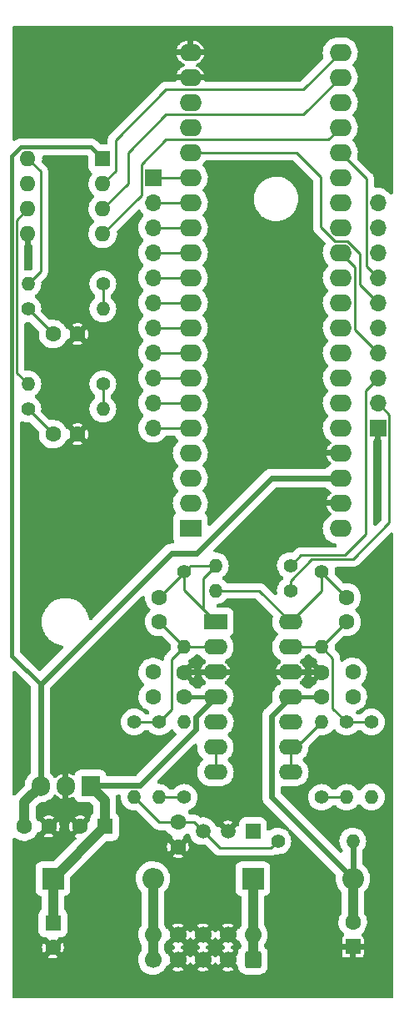
<source format=gbr>
%TF.GenerationSoftware,KiCad,Pcbnew,(6.0.0)*%
%TF.CreationDate,2022-11-14T01:28:36+01:00*%
%TF.ProjectId,Apeks,4170656b-732e-46b6-9963-61645f706362,rev?*%
%TF.SameCoordinates,Original*%
%TF.FileFunction,Copper,L1,Top*%
%TF.FilePolarity,Positive*%
%FSLAX46Y46*%
G04 Gerber Fmt 4.6, Leading zero omitted, Abs format (unit mm)*
G04 Created by KiCad (PCBNEW (6.0.0)) date 2022-11-14 01:28:36*
%MOMM*%
%LPD*%
G01*
G04 APERTURE LIST*
G04 Aperture macros list*
%AMRoundRect*
0 Rectangle with rounded corners*
0 $1 Rounding radius*
0 $2 $3 $4 $5 $6 $7 $8 $9 X,Y pos of 4 corners*
0 Add a 4 corners polygon primitive as box body*
4,1,4,$2,$3,$4,$5,$6,$7,$8,$9,$2,$3,0*
0 Add four circle primitives for the rounded corners*
1,1,$1+$1,$2,$3*
1,1,$1+$1,$4,$5*
1,1,$1+$1,$6,$7*
1,1,$1+$1,$8,$9*
0 Add four rect primitives between the rounded corners*
20,1,$1+$1,$2,$3,$4,$5,0*
20,1,$1+$1,$4,$5,$6,$7,0*
20,1,$1+$1,$6,$7,$8,$9,0*
20,1,$1+$1,$8,$9,$2,$3,0*%
G04 Aperture macros list end*
%TA.AperFunction,ComponentPad*%
%ADD10C,1.600000*%
%TD*%
%TA.AperFunction,ComponentPad*%
%ADD11C,1.400000*%
%TD*%
%TA.AperFunction,ComponentPad*%
%ADD12O,1.400000X1.400000*%
%TD*%
%TA.AperFunction,ComponentPad*%
%ADD13R,2.200000X2.200000*%
%TD*%
%TA.AperFunction,ComponentPad*%
%ADD14O,2.200000X2.200000*%
%TD*%
%TA.AperFunction,ComponentPad*%
%ADD15R,1.700000X1.700000*%
%TD*%
%TA.AperFunction,ComponentPad*%
%ADD16O,1.700000X1.700000*%
%TD*%
%TA.AperFunction,ComponentPad*%
%ADD17R,1.500000X1.500000*%
%TD*%
%TA.AperFunction,ComponentPad*%
%ADD18C,1.500000*%
%TD*%
%TA.AperFunction,ComponentPad*%
%ADD19R,2.400000X1.600000*%
%TD*%
%TA.AperFunction,ComponentPad*%
%ADD20O,2.400000X1.600000*%
%TD*%
%TA.AperFunction,ComponentPad*%
%ADD21R,1.600000X1.600000*%
%TD*%
%TA.AperFunction,ComponentPad*%
%ADD22O,1.600000X1.600000*%
%TD*%
%TA.AperFunction,ComponentPad*%
%ADD23RoundRect,0.250000X0.600000X-0.600000X0.600000X0.600000X-0.600000X0.600000X-0.600000X-0.600000X0*%
%TD*%
%TA.AperFunction,ComponentPad*%
%ADD24C,1.700000*%
%TD*%
%TA.AperFunction,ComponentPad*%
%ADD25R,2.250000X1.727200*%
%TD*%
%TA.AperFunction,ComponentPad*%
%ADD26O,2.250000X1.727200*%
%TD*%
%TA.AperFunction,ComponentPad*%
%ADD27R,1.905000X2.000000*%
%TD*%
%TA.AperFunction,ComponentPad*%
%ADD28O,1.905000X2.000000*%
%TD*%
%TA.AperFunction,Conductor*%
%ADD29C,0.400000*%
%TD*%
%TA.AperFunction,Conductor*%
%ADD30C,0.600000*%
%TD*%
%TA.AperFunction,Conductor*%
%ADD31C,1.000000*%
%TD*%
%TA.AperFunction,Conductor*%
%ADD32C,0.250000*%
%TD*%
G04 APERTURE END LIST*
D10*
%TO.P,C10,1*%
%TO.N,Net-(C10-Pad1)*%
X115570000Y-97155000D03*
%TO.P,C10,2*%
%TO.N,Net-(C10-Pad2)*%
X115570000Y-94655000D03*
%TD*%
D11*
%TO.P,R6,1*%
%TO.N,Net-(C4-Pad1)*%
X109855000Y-62865000D03*
D12*
%TO.P,R6,2*%
%TO.N,DACA*%
X102235000Y-62865000D03*
%TD*%
D11*
%TO.P,R4,1*%
%TO.N,Ref-10*%
X127635000Y-119380000D03*
D12*
%TO.P,R4,2*%
%TO.N,-12V*%
X135255000Y-119380000D03*
%TD*%
D10*
%TO.P,C9,1*%
%TO.N,Net-(C9-Pad1)*%
X134620000Y-97155000D03*
%TO.P,C9,2*%
%TO.N,Net-(C9-Pad2)*%
X134620000Y-94655000D03*
%TD*%
D13*
%TO.P,D1,1,K*%
%TO.N,+12V*%
X104775000Y-123190000D03*
D14*
%TO.P,D1,2,A*%
%TO.N,Net-(D1-Pad2)*%
X114935000Y-123190000D03*
%TD*%
D13*
%TO.P,D2,1,K*%
%TO.N,Net-(D2-Pad1)*%
X125095000Y-123190000D03*
D14*
%TO.P,D2,2,A*%
%TO.N,-12V*%
X135255000Y-123190000D03*
%TD*%
D15*
%TO.P,J6,1,Pin_1*%
%TO.N,Led_Split*%
X114935000Y-52070000D03*
D16*
%TO.P,J6,2,Pin_2*%
%TO.N,Led_Trigger1*%
X114935000Y-54610000D03*
%TO.P,J6,3,Pin_3*%
%TO.N,Led_Trigger2*%
X114935000Y-57150000D03*
%TO.P,J6,4,Pin_4*%
%TO.N,Led_Drum*%
X114935000Y-59690000D03*
%TO.P,J6,5,Pin_5*%
%TO.N,Led_Tap*%
X114935000Y-62230000D03*
%TO.P,J6,6,Pin_6*%
%TO.N,Led_Lfo*%
X114935000Y-64770000D03*
%TO.P,J6,7,Pin_7*%
%TO.N,Led_Env*%
X114935000Y-67310000D03*
%TO.P,J6,8,Pin_8*%
%TO.N,Pot1*%
X114935000Y-69850000D03*
%TO.P,J6,9,Pin_9*%
%TO.N,Pot2*%
X114935000Y-72390000D03*
%TO.P,J6,10,Pin_10*%
%TO.N,Pot3*%
X114935000Y-74930000D03*
%TO.P,J6,11,Pin_11*%
%TO.N,Pot4*%
X114935000Y-77470000D03*
%TD*%
D10*
%TO.P,C11,1*%
%TO.N,+5V*%
X101861300Y-117920000D03*
%TO.P,C11,2*%
%TO.N,GND*%
X104361300Y-117920000D03*
%TD*%
%TO.P,C1,1*%
%TO.N,Ref-10*%
X117475000Y-117495000D03*
%TO.P,C1,2*%
%TO.N,GND*%
X117475000Y-119995000D03*
%TD*%
%TO.P,C4,1*%
%TO.N,Net-(C4-Pad1)*%
X135255000Y-102235000D03*
%TO.P,C4,2*%
%TO.N,Net-(C4-Pad2)*%
X135255000Y-104735000D03*
%TD*%
D11*
%TO.P,R14,1*%
%TO.N,Net-(C9-Pad2)*%
X132080000Y-92095000D03*
D12*
%TO.P,R14,2*%
%TO.N,Net-(C9-Pad1)*%
X132080000Y-99715000D03*
%TD*%
D11*
%TO.P,R7,1*%
%TO.N,Net-(C5-Pad1)*%
X109855000Y-73025000D03*
D12*
%TO.P,R7,2*%
%TO.N,DACB*%
X102235000Y-73025000D03*
%TD*%
D15*
%TO.P,J7,1,Pin_1*%
%TO.N,GND*%
X137795000Y-77470000D03*
D16*
%TO.P,J7,2,Pin_2*%
%TO.N,OUT1*%
X137795000Y-74930000D03*
%TO.P,J7,3,Pin_3*%
%TO.N,OUT2*%
X137795000Y-72390000D03*
%TO.P,J7,4,Pin_4*%
%TO.N,Trigger2*%
X137795000Y-69850000D03*
%TO.P,J7,5,Pin_5*%
%TO.N,SwTrigger2*%
X137795000Y-67310000D03*
%TO.P,J7,6,Pin_6*%
%TO.N,Trigger1*%
X137795000Y-64770000D03*
%TO.P,J7,7,Pin_7*%
%TO.N,SwTrigger1*%
X137795000Y-62230000D03*
%TO.P,J7,8,Pin_8*%
%TO.N,SWMode*%
X137795000Y-59690000D03*
%TO.P,J7,9,Pin_9*%
%TO.N,SWDual*%
X137795000Y-57150000D03*
%TO.P,J7,10,Pin_10*%
%TO.N,+3V3*%
X137795000Y-54610000D03*
%TD*%
D11*
%TO.P,R10,1*%
%TO.N,Net-(C9-Pad1)*%
X137160000Y-107315000D03*
D12*
%TO.P,R10,2*%
%TO.N,Ref-10*%
X137160000Y-114935000D03*
%TD*%
D11*
%TO.P,R11,1*%
%TO.N,Net-(C9-Pad1)*%
X134620000Y-107335000D03*
D12*
%TO.P,R11,2*%
%TO.N,Net-(R11-Pad2)*%
X134620000Y-114955000D03*
%TD*%
D10*
%TO.P,C12,1*%
%TO.N,GND*%
X118110000Y-102275000D03*
%TO.P,C12,2*%
%TO.N,+12V*%
X118110000Y-104775000D03*
%TD*%
D11*
%TO.P,R8,1*%
%TO.N,Net-(C2-Pad1)*%
X102235000Y-65405000D03*
D12*
%TO.P,R8,2*%
%TO.N,Net-(C4-Pad1)*%
X109855000Y-65405000D03*
%TD*%
D10*
%TO.P,C2,1*%
%TO.N,Net-(C2-Pad1)*%
X104795000Y-67945000D03*
%TO.P,C2,2*%
%TO.N,GND*%
X107295000Y-67945000D03*
%TD*%
%TO.P,C3,1*%
%TO.N,Net-(C3-Pad1)*%
X104795000Y-78105000D03*
%TO.P,C3,2*%
%TO.N,GND*%
X107295000Y-78105000D03*
%TD*%
D11*
%TO.P,R12,1*%
%TO.N,Net-(C10-Pad1)*%
X113030000Y-107315000D03*
D12*
%TO.P,R12,2*%
%TO.N,Ref-10*%
X113030000Y-114935000D03*
%TD*%
D11*
%TO.P,R9,1*%
%TO.N,Net-(C3-Pad1)*%
X102235000Y-75565000D03*
D12*
%TO.P,R9,2*%
%TO.N,Net-(C5-Pad1)*%
X109855000Y-75565000D03*
%TD*%
D11*
%TO.P,R15,1*%
%TO.N,Net-(C10-Pad2)*%
X118110000Y-92095000D03*
D12*
%TO.P,R15,2*%
%TO.N,Net-(C10-Pad1)*%
X118110000Y-99715000D03*
%TD*%
D10*
%TO.P,C5,1*%
%TO.N,Net-(C5-Pad1)*%
X114935000Y-102255000D03*
%TO.P,C5,2*%
%TO.N,Net-(C5-Pad2)*%
X114935000Y-104755000D03*
%TD*%
D11*
%TO.P,R17,1*%
%TO.N,OUT2*%
X128905000Y-91440000D03*
D12*
%TO.P,R17,2*%
%TO.N,Net-(C10-Pad2)*%
X121285000Y-91440000D03*
%TD*%
D11*
%TO.P,R16,1*%
%TO.N,OUT1*%
X128905000Y-93980000D03*
D12*
%TO.P,R16,2*%
%TO.N,Net-(C9-Pad2)*%
X121285000Y-93980000D03*
%TD*%
D17*
%TO.P,U2,1*%
%TO.N,N/C*%
X125095000Y-118385000D03*
D18*
%TO.P,U2,2,K*%
%TO.N,GND*%
X122555000Y-118385000D03*
%TO.P,U2,3,A*%
%TO.N,Ref-10*%
X120015000Y-118385000D03*
%TD*%
D11*
%TO.P,R13,1*%
%TO.N,Net-(C10-Pad1)*%
X115570000Y-107335000D03*
D12*
%TO.P,R13,2*%
%TO.N,Net-(R13-Pad2)*%
X115570000Y-114955000D03*
%TD*%
D19*
%TO.P,U3,1*%
%TO.N,Net-(C10-Pad2)*%
X121295000Y-97150000D03*
D20*
%TO.P,U3,2,-*%
%TO.N,Net-(C10-Pad1)*%
X121295000Y-99690000D03*
%TO.P,U3,3,+*%
%TO.N,GND*%
X121295000Y-102230000D03*
%TO.P,U3,4,V+*%
%TO.N,+12V*%
X121295000Y-104770000D03*
%TO.P,U3,5,+*%
%TO.N,Net-(C3-Pad1)*%
X121295000Y-107310000D03*
%TO.P,U3,6,-*%
%TO.N,Net-(C5-Pad2)*%
X121295000Y-109850000D03*
%TO.P,U3,7*%
X121295000Y-112390000D03*
%TO.P,U3,8*%
%TO.N,Net-(C4-Pad2)*%
X128915000Y-112390000D03*
%TO.P,U3,9,-*%
X128915000Y-109850000D03*
%TO.P,U3,10,+*%
%TO.N,Net-(C2-Pad1)*%
X128915000Y-107310000D03*
%TO.P,U3,11,V-*%
%TO.N,-12V*%
X128915000Y-104770000D03*
%TO.P,U3,12,+*%
%TO.N,GND*%
X128915000Y-102230000D03*
%TO.P,U3,13,-*%
%TO.N,Net-(C9-Pad1)*%
X128915000Y-99690000D03*
%TO.P,U3,14*%
%TO.N,Net-(C9-Pad2)*%
X128915000Y-97150000D03*
%TD*%
D11*
%TO.P,R25,1*%
%TO.N,Net-(R11-Pad2)*%
X132080000Y-114955000D03*
D12*
%TO.P,R25,2*%
%TO.N,Net-(C4-Pad2)*%
X132080000Y-107335000D03*
%TD*%
D10*
%TO.P,C13,1*%
%TO.N,-12V*%
X132080000Y-104775000D03*
%TO.P,C13,2*%
%TO.N,GND*%
X132080000Y-102275000D03*
%TD*%
D11*
%TO.P,R26,1*%
%TO.N,Net-(R13-Pad2)*%
X118110000Y-114955000D03*
D12*
%TO.P,R26,2*%
%TO.N,Net-(C5-Pad2)*%
X118110000Y-107335000D03*
%TD*%
D21*
%TO.P,U4,1,Vdd*%
%TO.N,+5V*%
X109845000Y-50175000D03*
D22*
%TO.P,U4,2,~{CS}*%
%TO.N,Dac_SS*%
X109845000Y-52715000D03*
%TO.P,U4,3,SCK*%
%TO.N,Dac_SCK*%
X109845000Y-55255000D03*
%TO.P,U4,4,SDI*%
%TO.N,Dac_MOSI*%
X109845000Y-57795000D03*
%TO.P,U4,5,~{LDAC}*%
%TO.N,GND*%
X102225000Y-57795000D03*
%TO.P,U4,6,VB*%
%TO.N,DACB*%
X102225000Y-55255000D03*
%TO.P,U4,7,Vss*%
%TO.N,GND*%
X102225000Y-52715000D03*
%TO.P,U4,8,VA*%
%TO.N,DACA*%
X102225000Y-50175000D03*
%TD*%
D23*
%TO.P,J3,1,Pin_1*%
%TO.N,Net-(D2-Pad1)*%
X125095000Y-131445000D03*
D24*
%TO.P,J3,2,Pin_2*%
X125095000Y-128905000D03*
%TO.P,J3,3,Pin_3*%
%TO.N,GND*%
X122555000Y-131445000D03*
%TO.P,J3,4,Pin_4*%
X122555000Y-128905000D03*
%TO.P,J3,5,Pin_5*%
X120015000Y-131445000D03*
%TO.P,J3,6,Pin_6*%
X120015000Y-128905000D03*
%TO.P,J3,7,Pin_7*%
X117475000Y-131445000D03*
%TO.P,J3,8,Pin_8*%
X117475000Y-128905000D03*
%TO.P,J3,9,Pin_9*%
%TO.N,Net-(D1-Pad2)*%
X114935000Y-131445000D03*
%TO.P,J3,10,Pin_10*%
X114935000Y-128905000D03*
%TD*%
D25*
%TO.P,U1,1,VBAT*%
%TO.N,unconnected-(U1-Pad1)*%
X118745000Y-87640800D03*
D26*
%TO.P,U1,2,PC13_LED*%
%TO.N,SWDual*%
X118745000Y-85100800D03*
%TO.P,U1,3,PC14*%
%TO.N,SWMode*%
X118745000Y-82560800D03*
%TO.P,U1,4,PC15*%
%TO.N,unconnected-(U1-Pad4)*%
X118745000Y-80020800D03*
%TO.P,U1,5,PA0*%
%TO.N,Pot4*%
X118745000Y-77480800D03*
%TO.P,U1,6,PA1*%
%TO.N,Pot3*%
X118745000Y-74940800D03*
%TO.P,U1,7,PA2_TX2*%
%TO.N,Pot2*%
X118745000Y-72400800D03*
%TO.P,U1,8,PA3_RX2*%
%TO.N,Pot1*%
X118745000Y-69860800D03*
%TO.P,U1,9,PA4*%
%TO.N,Led_Env*%
X118745000Y-67320800D03*
%TO.P,U1,10,PA5_SCK1*%
%TO.N,Led_Lfo*%
X118745000Y-64780800D03*
%TO.P,U1,11,PA6_MISO1*%
%TO.N,Led_Tap*%
X118745000Y-62240800D03*
%TO.P,U1,12,PA7_MOSI1*%
%TO.N,Led_Drum*%
X118745000Y-59700800D03*
%TO.P,U1,13,PB0*%
%TO.N,Led_Trigger2*%
X118745000Y-57160800D03*
%TO.P,U1,14,PB1*%
%TO.N,Led_Trigger1*%
X118745000Y-54620800D03*
%TO.P,U1,15,PB10_SCL2*%
%TO.N,Led_Split*%
X118745000Y-52080800D03*
%TO.P,U1,16,PB11_SDA2*%
%TO.N,Trigger1*%
X118745000Y-49540800D03*
%TO.P,U1,17,NRST*%
%TO.N,unconnected-(U1-Pad17)*%
X118745000Y-47000800D03*
%TO.P,U1,18,VCC3V3*%
%TO.N,+3V3*%
X118745000Y-44460800D03*
%TO.P,U1,19,GND*%
%TO.N,GND*%
X118745000Y-41920800D03*
%TO.P,U1,20,GND*%
X118745000Y-39380800D03*
%TO.P,U1,21,PB12*%
%TO.N,Dac_SS*%
X133985000Y-39380800D03*
%TO.P,U1,22,PB13_SCK2*%
%TO.N,Dac_SCK*%
X133985000Y-41920800D03*
%TO.P,U1,23,PB14_MISO2*%
%TO.N,unconnected-(U1-Pad23)*%
X133985000Y-44460800D03*
%TO.P,U1,24,PB15_MOSI2*%
%TO.N,Dac_MOSI*%
X133985000Y-47000800D03*
%TO.P,U1,25,PA8*%
%TO.N,SwTrigger1*%
X133985000Y-49540800D03*
%TO.P,U1,26,PA9_TX1*%
%TO.N,unconnected-(U1-Pad26)*%
X133985000Y-52080800D03*
%TO.P,U1,27,PA10_RX1*%
%TO.N,unconnected-(U1-Pad27)*%
X133985000Y-54620800D03*
%TO.P,U1,28,PA11_USB_D-*%
%TO.N,unconnected-(U1-Pad28)*%
X133985000Y-57160800D03*
%TO.P,U1,29,PA12_USBD+*%
%TO.N,Trigger2*%
X133985000Y-59700800D03*
%TO.P,U1,30,PA15*%
%TO.N,unconnected-(U1-Pad30)*%
X133985000Y-62240800D03*
%TO.P,U1,31,PB3*%
%TO.N,unconnected-(U1-Pad31)*%
X133985000Y-64780800D03*
%TO.P,U1,32,PB4*%
%TO.N,SwTrigger2*%
X133985000Y-67320800D03*
%TO.P,U1,33,PB5*%
%TO.N,unconnected-(U1-Pad33)*%
X133985000Y-69860800D03*
%TO.P,U1,34,PB6_SCL1*%
%TO.N,unconnected-(U1-Pad34)*%
X133985000Y-72400800D03*
%TO.P,U1,35,PB7_SDA1*%
%TO.N,unconnected-(U1-Pad35)*%
X133985000Y-74940800D03*
%TO.P,U1,36,PB8*%
%TO.N,unconnected-(U1-Pad36)*%
X133985000Y-77480800D03*
%TO.P,U1,37,PB9*%
%TO.N,GND*%
X133985000Y-80020800D03*
%TO.P,U1,38,5V_USB*%
%TO.N,+5V*%
X133985000Y-82560800D03*
%TO.P,U1,39,GND*%
%TO.N,GND*%
X133985000Y-85100800D03*
%TO.P,U1,40,VCC3V3*%
%TO.N,unconnected-(U1-Pad40)*%
X133985000Y-87691600D03*
%TD*%
D21*
%TO.P,C6,1*%
%TO.N,+12V*%
X104775000Y-127699888D03*
D10*
%TO.P,C6,2*%
%TO.N,GND*%
X104775000Y-130199888D03*
%TD*%
D21*
%TO.P,C7,1*%
%TO.N,GND*%
X135255000Y-130110112D03*
D10*
%TO.P,C7,2*%
%TO.N,-12V*%
X135255000Y-127610112D03*
%TD*%
D21*
%TO.P,C8,1*%
%TO.N,+12V*%
X110031413Y-117920000D03*
D10*
%TO.P,C8,2*%
%TO.N,GND*%
X107531413Y-117920000D03*
%TD*%
D27*
%TO.P,U5,1,VI_1*%
%TO.N,+12V*%
X108585000Y-113815000D03*
D28*
%TO.P,U5,2,GND_2*%
%TO.N,GND*%
X106045000Y-113815000D03*
%TO.P,U5,3,VO_3*%
%TO.N,+5V*%
X103505000Y-113815000D03*
%TD*%
D29*
%TO.N,+12V*%
X118110000Y-104775000D02*
X121290000Y-104775000D01*
D30*
X121295000Y-104770000D02*
X119309511Y-106755489D01*
D31*
X104775000Y-123176413D02*
X110031413Y-117920000D01*
D30*
X119309511Y-108020489D02*
X113594511Y-113735489D01*
%TO.N,GND*%
X121295000Y-102230000D02*
X118155000Y-102230000D01*
D31*
%TO.N,+12V*%
X110031413Y-117920000D02*
X110031413Y-115261413D01*
D30*
X108664511Y-113735489D02*
X108585000Y-113815000D01*
D31*
X110031413Y-115261413D02*
X108585000Y-113815000D01*
D30*
%TO.N,GND*%
X132035000Y-102230000D02*
X132080000Y-102275000D01*
X128915000Y-102230000D02*
X132035000Y-102230000D01*
D31*
%TO.N,+12V*%
X104775000Y-123190000D02*
X104775000Y-127699888D01*
X104775000Y-123190000D02*
X104775000Y-123176413D01*
D30*
X119309511Y-106755489D02*
X119309511Y-108020489D01*
D31*
%TO.N,-12V*%
X135255000Y-127610112D02*
X135255000Y-123190000D01*
D29*
%TO.N,+12V*%
X121290000Y-104775000D02*
X121295000Y-104770000D01*
D30*
%TO.N,-12V*%
X127000000Y-114935000D02*
X135255000Y-123190000D01*
X135255000Y-119380000D02*
X135255000Y-123190000D01*
%TO.N,+5V*%
X126989200Y-82560800D02*
X119380000Y-90170000D01*
D29*
X100575969Y-100575969D02*
X103505000Y-103505000D01*
D30*
X133985000Y-82560800D02*
X126989200Y-82560800D01*
%TO.N,+12V*%
X113594511Y-113735489D02*
X108664511Y-113735489D01*
%TO.N,-12V*%
X127000000Y-106685000D02*
X127000000Y-114935000D01*
D29*
X132080000Y-104775000D02*
X128920000Y-104775000D01*
X128920000Y-104775000D02*
X128915000Y-104770000D01*
D30*
X128915000Y-104770000D02*
X127000000Y-106685000D01*
%TO.N,GND*%
X118155000Y-102230000D02*
X118110000Y-102275000D01*
D32*
%TO.N,Net-(C9-Pad1)*%
X134620000Y-107335000D02*
X137140000Y-107335000D01*
D31*
%TO.N,+5V*%
X101861300Y-117920000D02*
X101861300Y-115458700D01*
D29*
X108645489Y-48975489D02*
X101489031Y-48975489D01*
D32*
%TO.N,Net-(C9-Pad1)*%
X137140000Y-107335000D02*
X137160000Y-107315000D01*
D29*
%TO.N,+5V*%
X101489031Y-48975489D02*
X100575969Y-49888551D01*
D32*
%TO.N,Net-(C9-Pad1)*%
X128915000Y-99690000D02*
X132055000Y-99690000D01*
D31*
%TO.N,+5V*%
X101861300Y-115458700D02*
X103505000Y-113815000D01*
D30*
X103505000Y-103505000D02*
X103505000Y-113815000D01*
X116840000Y-90170000D02*
X103505000Y-103505000D01*
D32*
%TO.N,Net-(C9-Pad1)*%
X134620000Y-97155000D02*
X132080000Y-99695000D01*
X132080000Y-99695000D02*
X132080000Y-99715000D01*
D31*
%TO.N,Net-(D1-Pad2)*%
X114935000Y-131445000D02*
X114935000Y-128905000D01*
D30*
%TO.N,+5V*%
X119380000Y-90170000D02*
X116840000Y-90170000D01*
D29*
X100575969Y-49888551D02*
X100575969Y-100575969D01*
D32*
%TO.N,Net-(C9-Pad1)*%
X133204511Y-105919511D02*
X134620000Y-107335000D01*
D31*
%TO.N,Net-(D1-Pad2)*%
X114935000Y-128905000D02*
X114935000Y-123190000D01*
D32*
%TO.N,Net-(C9-Pad1)*%
X133204511Y-100839511D02*
X133204511Y-105919511D01*
D29*
%TO.N,+5V*%
X109845000Y-50175000D02*
X108645489Y-48975489D01*
D32*
%TO.N,Net-(C9-Pad1)*%
X132055000Y-99690000D02*
X132080000Y-99715000D01*
X132080000Y-99715000D02*
X133204511Y-100839511D01*
%TO.N,OUT2*%
X136525000Y-88265000D02*
X134434520Y-90355480D01*
%TO.N,Pot1*%
X118734200Y-69850000D02*
X118745000Y-69860800D01*
%TO.N,OUT2*%
X134434520Y-90355480D02*
X129989520Y-90355480D01*
X137795000Y-72390000D02*
X136525000Y-73660000D01*
%TO.N,OUT1*%
X138969511Y-76104511D02*
X137795000Y-74930000D01*
%TO.N,Pot3*%
X118734200Y-74930000D02*
X118745000Y-74940800D01*
%TO.N,OUT1*%
X131090051Y-90805000D02*
X135255000Y-90805000D01*
X128905000Y-92990051D02*
X131090051Y-90805000D01*
%TO.N,Pot4*%
X118734200Y-77470000D02*
X118745000Y-77480800D01*
%TO.N,OUT1*%
X135255000Y-90805000D02*
X138969511Y-87090489D01*
%TO.N,SwTrigger1*%
X136620489Y-52176289D02*
X133985000Y-49540800D01*
%TO.N,Pot2*%
X114935000Y-72390000D02*
X118734200Y-72390000D01*
%TO.N,Pot3*%
X114935000Y-74930000D02*
X118734200Y-74930000D01*
%TO.N,Pot1*%
X114935000Y-69850000D02*
X118734200Y-69850000D01*
%TO.N,OUT2*%
X129989520Y-90355480D02*
X128905000Y-91440000D01*
X136525000Y-73660000D02*
X136525000Y-88265000D01*
%TO.N,OUT1*%
X128905000Y-93980000D02*
X128905000Y-92990051D01*
X138969511Y-87090489D02*
X138969511Y-76104511D01*
%TO.N,Pot2*%
X118734200Y-72390000D02*
X118745000Y-72400800D01*
%TO.N,Pot4*%
X114935000Y-77470000D02*
X118734200Y-77470000D01*
%TO.N,Dac_SS*%
X130256880Y-43108920D02*
X133985000Y-39380800D01*
%TO.N,Ref-10*%
X121710000Y-120080000D02*
X120015000Y-118385000D01*
%TO.N,Dac_MOSI*%
X109845000Y-57795000D02*
X113760489Y-53879511D01*
%TO.N,SwTrigger1*%
X136620489Y-61055489D02*
X136620489Y-52176289D01*
%TO.N,Trigger1*%
X132000000Y-57117455D02*
X133395225Y-58512680D01*
%TO.N,SwTrigger1*%
X137795000Y-62230000D02*
X136620489Y-61055489D01*
%TO.N,DACA*%
X103505000Y-61595000D02*
X102235000Y-62865000D01*
%TO.N,Dac_SCK*%
X112395000Y-52705000D02*
X112395000Y-49530000D01*
%TO.N,Dac_SS*%
X116276080Y-43108920D02*
X130256880Y-43108920D01*
%TO.N,Dac_MOSI*%
X132796880Y-48188920D02*
X133985000Y-47000800D01*
%TO.N,Trigger2*%
X135434520Y-67489520D02*
X137795000Y-69850000D01*
%TO.N,Trigger1*%
X133395225Y-58512680D02*
X134738535Y-58512680D01*
%TO.N,Ref-10*%
X119125000Y-117495000D02*
X120015000Y-118385000D01*
X115590000Y-117495000D02*
X117475000Y-117495000D01*
%TO.N,Dac_SS*%
X109845000Y-52715000D02*
X111125000Y-51435000D01*
%TO.N,DACA*%
X103505000Y-51455000D02*
X103505000Y-61595000D01*
X102225000Y-50175000D02*
X103505000Y-51455000D01*
%TO.N,Ref-10*%
X126935000Y-120080000D02*
X121710000Y-120080000D01*
%TO.N,Trigger2*%
X135434520Y-61150320D02*
X135434520Y-67489520D01*
X133985000Y-59700800D02*
X135434520Y-61150320D01*
%TO.N,Trigger1*%
X134738535Y-58512680D02*
X136000000Y-59774145D01*
%TO.N,Dac_SCK*%
X130256880Y-45648920D02*
X133985000Y-41920800D01*
%TO.N,Dac_SS*%
X111125000Y-51435000D02*
X111125000Y-48260000D01*
%TO.N,DACB*%
X101100489Y-71890489D02*
X102235000Y-73025000D01*
%TO.N,Ref-10*%
X117475000Y-117495000D02*
X119125000Y-117495000D01*
%TO.N,Trigger1*%
X132000000Y-52000000D02*
X132000000Y-57117455D01*
%TO.N,DACB*%
X102225000Y-55255000D02*
X101100489Y-56379511D01*
%TO.N,Ref-10*%
X113030000Y-114935000D02*
X115590000Y-117495000D01*
%TO.N,Trigger1*%
X129540800Y-49540800D02*
X132000000Y-52000000D01*
%TO.N,Dac_MOSI*%
X113760489Y-50704511D02*
X116276080Y-48188920D01*
%TO.N,Trigger1*%
X136000000Y-59774145D02*
X136000000Y-62975000D01*
%TO.N,Dac_MOSI*%
X116276080Y-48188920D02*
X132796880Y-48188920D01*
X113760489Y-53879511D02*
X113760489Y-50704511D01*
%TO.N,DACB*%
X101100489Y-56379511D02*
X101100489Y-71890489D01*
%TO.N,Dac_SS*%
X111125000Y-48260000D02*
X116276080Y-43108920D01*
%TO.N,Net-(C3-Pad1)*%
X102235000Y-75565000D02*
X104775000Y-78105000D01*
X104775000Y-78105000D02*
X104795000Y-78105000D01*
%TO.N,Trigger1*%
X136000000Y-62975000D02*
X137795000Y-64770000D01*
%TO.N,Ref-10*%
X127635000Y-119380000D02*
X126935000Y-120080000D01*
%TO.N,Dac_SCK*%
X112395000Y-49530000D02*
X116276080Y-45648920D01*
%TO.N,Trigger1*%
X118745000Y-49540800D02*
X129540800Y-49540800D01*
%TO.N,Dac_SCK*%
X116276080Y-45648920D02*
X130256880Y-45648920D01*
X109845000Y-55255000D02*
X112395000Y-52705000D01*
%TO.N,Net-(C2-Pad1)*%
X102235000Y-65405000D02*
X104775000Y-67945000D01*
X104775000Y-67945000D02*
X104795000Y-67945000D01*
%TO.N,Net-(C4-Pad1)*%
X109855000Y-62865000D02*
X109855000Y-65405000D01*
%TO.N,Net-(C9-Pad2)*%
X121285000Y-93980000D02*
X125745000Y-93980000D01*
%TO.N,Net-(C10-Pad1)*%
X116840000Y-106065000D02*
X115570000Y-107335000D01*
%TO.N,Net-(C9-Pad2)*%
X134620000Y-94655000D02*
X132080000Y-92115000D01*
X132080000Y-92115000D02*
X132080000Y-92095000D01*
%TO.N,Net-(C10-Pad2)*%
X118765000Y-91440000D02*
X118110000Y-92095000D01*
%TO.N,Net-(C5-Pad2)*%
X121295000Y-112390000D02*
X121295000Y-109850000D01*
%TO.N,Net-(C10-Pad2)*%
X118110000Y-92115000D02*
X118110000Y-92095000D01*
X121285000Y-91440000D02*
X118765000Y-91440000D01*
%TO.N,Net-(C10-Pad1)*%
X113050000Y-107335000D02*
X113030000Y-107315000D01*
%TO.N,Net-(R11-Pad2)*%
X132080000Y-114955000D02*
X134620000Y-114955000D01*
%TO.N,Net-(C10-Pad1)*%
X115570000Y-107335000D02*
X113050000Y-107335000D01*
X118135000Y-99690000D02*
X118110000Y-99715000D01*
X116840000Y-100985000D02*
X116840000Y-106065000D01*
%TO.N,Net-(C9-Pad2)*%
X125745000Y-93980000D02*
X128915000Y-97150000D01*
%TO.N,Net-(C10-Pad2)*%
X121285000Y-91440000D02*
X120015000Y-92710000D01*
X118110000Y-93965000D02*
X118110000Y-92095000D01*
X120015000Y-95870000D02*
X121295000Y-97150000D01*
X121295000Y-97150000D02*
X118110000Y-93965000D01*
%TO.N,Net-(C9-Pad2)*%
X132080000Y-92095000D02*
X132080000Y-93985000D01*
%TO.N,Net-(C5-Pad1)*%
X109855000Y-73025000D02*
X109855000Y-75565000D01*
%TO.N,Net-(R13-Pad2)*%
X115570000Y-114955000D02*
X118110000Y-114955000D01*
%TO.N,Net-(C4-Pad2)*%
X129565000Y-109850000D02*
X128915000Y-109850000D01*
X128915000Y-112390000D02*
X128915000Y-109850000D01*
%TO.N,Net-(C10-Pad1)*%
X118110000Y-99695000D02*
X118110000Y-99715000D01*
%TO.N,Net-(C4-Pad2)*%
X132080000Y-107335000D02*
X129565000Y-109850000D01*
%TO.N,Net-(C9-Pad2)*%
X132080000Y-93985000D02*
X128915000Y-97150000D01*
%TO.N,Net-(C10-Pad2)*%
X115570000Y-94655000D02*
X118110000Y-92115000D01*
X120015000Y-92710000D02*
X120015000Y-95870000D01*
%TO.N,Net-(C10-Pad1)*%
X121295000Y-99690000D02*
X118135000Y-99690000D01*
X115570000Y-97155000D02*
X118110000Y-99695000D01*
X118110000Y-99715000D02*
X116840000Y-100985000D01*
D31*
%TO.N,Net-(D2-Pad1)*%
X125095000Y-123190000D02*
X125095000Y-128905000D01*
X125095000Y-131445000D02*
X125095000Y-128905000D01*
D32*
%TO.N,Led_Tap*%
X118734200Y-62230000D02*
X118745000Y-62240800D01*
%TO.N,Led_Trigger2*%
X114935000Y-57150000D02*
X118734200Y-57150000D01*
%TO.N,Led_Split*%
X114935000Y-52070000D02*
X118734200Y-52070000D01*
%TO.N,Led_Lfo*%
X118734200Y-64770000D02*
X118745000Y-64780800D01*
%TO.N,Led_Trigger1*%
X114935000Y-54610000D02*
X118734200Y-54610000D01*
%TO.N,Led_Env*%
X114935000Y-67310000D02*
X118734200Y-67310000D01*
%TO.N,Led_Trigger2*%
X118734200Y-57150000D02*
X118745000Y-57160800D01*
%TO.N,Led_Split*%
X118734200Y-52070000D02*
X118745000Y-52080800D01*
%TO.N,Led_Env*%
X118734200Y-67310000D02*
X118745000Y-67320800D01*
%TO.N,Led_Tap*%
X114935000Y-62230000D02*
X118734200Y-62230000D01*
%TO.N,Led_Drum*%
X118734200Y-59690000D02*
X118745000Y-59700800D01*
X114935000Y-59690000D02*
X118734200Y-59690000D01*
%TO.N,Led_Lfo*%
X114935000Y-64770000D02*
X118734200Y-64770000D01*
%TO.N,Led_Trigger1*%
X118734200Y-54610000D02*
X118745000Y-54620800D01*
%TD*%
%TA.AperFunction,Conductor*%
%TO.N,GND*%
G36*
X139256874Y-88118653D02*
G01*
X139319498Y-88181277D01*
X139348749Y-88264870D01*
X139350000Y-88287151D01*
X139350000Y-135151000D01*
X139330293Y-135237343D01*
X139275074Y-135306584D01*
X139195282Y-135345011D01*
X139151000Y-135350000D01*
X100849000Y-135350000D01*
X100762657Y-135330293D01*
X100693416Y-135275074D01*
X100654989Y-135195282D01*
X100650000Y-135151000D01*
X100650000Y-131162795D01*
X104242197Y-131162795D01*
X104250231Y-131171057D01*
X104256260Y-131174330D01*
X104425241Y-131246930D01*
X104442527Y-131252546D01*
X104621909Y-131293137D01*
X104639918Y-131295508D01*
X104823707Y-131302729D01*
X104841838Y-131301779D01*
X105023861Y-131275387D01*
X105041532Y-131271144D01*
X105215684Y-131212028D01*
X105232292Y-131204633D01*
X105291693Y-131171367D01*
X105304960Y-131159376D01*
X105298259Y-131147411D01*
X104790855Y-130640007D01*
X104774380Y-130629655D01*
X104766869Y-130632283D01*
X104252070Y-131147082D01*
X104242197Y-131162795D01*
X100650000Y-131162795D01*
X100650000Y-130180074D01*
X103671263Y-130180074D01*
X103683291Y-130363600D01*
X103686133Y-130381544D01*
X103731406Y-130559807D01*
X103737473Y-130576937D01*
X103802620Y-130718251D01*
X103813533Y-130732418D01*
X103822202Y-130728422D01*
X104334881Y-130215743D01*
X104344454Y-130200508D01*
X105204767Y-130200508D01*
X105207395Y-130208019D01*
X105719667Y-130720291D01*
X105734807Y-130729805D01*
X105744503Y-130720109D01*
X105779745Y-130657180D01*
X105787140Y-130640572D01*
X105846256Y-130466420D01*
X105850499Y-130448749D01*
X105877359Y-130263497D01*
X105878352Y-130251851D01*
X105879560Y-130205741D01*
X105879177Y-130194055D01*
X105862049Y-130007653D01*
X105858739Y-129989795D01*
X105808814Y-129812772D01*
X105802303Y-129795812D01*
X105746507Y-129682670D01*
X105735229Y-129668795D01*
X105725617Y-129673535D01*
X105215119Y-130184033D01*
X105204767Y-130200508D01*
X104344454Y-130200508D01*
X104345233Y-130199268D01*
X104342605Y-130191757D01*
X103830082Y-129679234D01*
X103814942Y-129669720D01*
X103806393Y-129678269D01*
X103758628Y-129769056D01*
X103751672Y-129785848D01*
X103697134Y-129961490D01*
X103693356Y-129979264D01*
X103671738Y-130161911D01*
X103671263Y-130180074D01*
X100650000Y-130180074D01*
X100650000Y-119223551D01*
X100669707Y-119137208D01*
X100724926Y-119067967D01*
X100804718Y-119029540D01*
X100893282Y-119029540D01*
X100976112Y-119070439D01*
X101026476Y-119112252D01*
X101058082Y-119130721D01*
X101225366Y-119228474D01*
X101225369Y-119228476D01*
X101232412Y-119232591D01*
X101455237Y-119317680D01*
X101463236Y-119319307D01*
X101463238Y-119319308D01*
X101680967Y-119363606D01*
X101680972Y-119363607D01*
X101688966Y-119365233D01*
X101775201Y-119368395D01*
X101919164Y-119373674D01*
X101919167Y-119373674D01*
X101927325Y-119373973D01*
X101935418Y-119372936D01*
X101935423Y-119372936D01*
X102155814Y-119344702D01*
X102163909Y-119343665D01*
X102171722Y-119341321D01*
X102171727Y-119341320D01*
X102384547Y-119277472D01*
X102384554Y-119277469D01*
X102392368Y-119275125D01*
X102606564Y-119170191D01*
X102642453Y-119144592D01*
X102794101Y-119036422D01*
X102800745Y-119031683D01*
X102950041Y-118882907D01*
X103828497Y-118882907D01*
X103836531Y-118891169D01*
X103842560Y-118894442D01*
X104011541Y-118967042D01*
X104028827Y-118972658D01*
X104208209Y-119013249D01*
X104226218Y-119015620D01*
X104410007Y-119022841D01*
X104428138Y-119021891D01*
X104610161Y-118995499D01*
X104627832Y-118991256D01*
X104801984Y-118932140D01*
X104818592Y-118924745D01*
X104877993Y-118891479D01*
X104891260Y-118879488D01*
X104884559Y-118867523D01*
X104377155Y-118360119D01*
X104360680Y-118349767D01*
X104353169Y-118352395D01*
X103838370Y-118867194D01*
X103828497Y-118882907D01*
X102950041Y-118882907D01*
X102969697Y-118863320D01*
X103054581Y-118745191D01*
X103104119Y-118676252D01*
X103104121Y-118676249D01*
X103108882Y-118669623D01*
X103112496Y-118662311D01*
X103112503Y-118662299D01*
X103163412Y-118559294D01*
X103219336Y-118490620D01*
X103299517Y-118453013D01*
X103354106Y-118453571D01*
X103354116Y-118452994D01*
X103397252Y-118453720D01*
X103408502Y-118448534D01*
X103921181Y-117935855D01*
X103930754Y-117920620D01*
X104791067Y-117920620D01*
X104793695Y-117928131D01*
X105305967Y-118440403D01*
X105321107Y-118449917D01*
X105330803Y-118440221D01*
X105366045Y-118377292D01*
X105373440Y-118360684D01*
X105432556Y-118186532D01*
X105436799Y-118168861D01*
X105463659Y-117983609D01*
X105464652Y-117971963D01*
X105465860Y-117925853D01*
X105465477Y-117914167D01*
X105464192Y-117900186D01*
X106427676Y-117900186D01*
X106439704Y-118083712D01*
X106442546Y-118101656D01*
X106487819Y-118279919D01*
X106493886Y-118297049D01*
X106559033Y-118438363D01*
X106569946Y-118452530D01*
X106578615Y-118448534D01*
X107091294Y-117935855D01*
X107101646Y-117919380D01*
X107099018Y-117911869D01*
X106586495Y-117399346D01*
X106571355Y-117389832D01*
X106562806Y-117398381D01*
X106515041Y-117489168D01*
X106508085Y-117505960D01*
X106453547Y-117681602D01*
X106449769Y-117699376D01*
X106428151Y-117882023D01*
X106427676Y-117900186D01*
X105464192Y-117900186D01*
X105448349Y-117727765D01*
X105445039Y-117709907D01*
X105395114Y-117532884D01*
X105388603Y-117515924D01*
X105332807Y-117402782D01*
X105321529Y-117388907D01*
X105311917Y-117393647D01*
X104801419Y-117904145D01*
X104791067Y-117920620D01*
X103930754Y-117920620D01*
X103931533Y-117919380D01*
X103928905Y-117911869D01*
X103416382Y-117399346D01*
X103398837Y-117388322D01*
X103390180Y-117387346D01*
X103323467Y-117394863D01*
X103239873Y-117365612D01*
X103177249Y-117302989D01*
X103163252Y-117276465D01*
X103147270Y-117239709D01*
X103144012Y-117232216D01*
X103043716Y-117077181D01*
X103013363Y-116993982D01*
X103011800Y-116969090D01*
X103011800Y-116959620D01*
X103831507Y-116959620D01*
X103841461Y-116975897D01*
X104345445Y-117479881D01*
X104361920Y-117490233D01*
X104369431Y-117487605D01*
X104882851Y-116974185D01*
X104892003Y-116959620D01*
X107001620Y-116959620D01*
X107011574Y-116975897D01*
X107515558Y-117479881D01*
X107532033Y-117490233D01*
X107539544Y-117487605D01*
X108052964Y-116974185D01*
X108062502Y-116959006D01*
X108049935Y-116946416D01*
X108040656Y-116940561D01*
X108024474Y-116932315D01*
X107853638Y-116864158D01*
X107836220Y-116858999D01*
X107655843Y-116823120D01*
X107637759Y-116821219D01*
X107453863Y-116818811D01*
X107435746Y-116820237D01*
X107254476Y-116851385D01*
X107236937Y-116856085D01*
X107064385Y-116919743D01*
X107047979Y-116927568D01*
X107014123Y-116947710D01*
X107001620Y-116959620D01*
X104892003Y-116959620D01*
X104892389Y-116959006D01*
X104879822Y-116946416D01*
X104870543Y-116940561D01*
X104854361Y-116932315D01*
X104683525Y-116864158D01*
X104666107Y-116858999D01*
X104485730Y-116823120D01*
X104467646Y-116821219D01*
X104283750Y-116818811D01*
X104265633Y-116820237D01*
X104084363Y-116851385D01*
X104066824Y-116856085D01*
X103894272Y-116919743D01*
X103877866Y-116927568D01*
X103844010Y-116947710D01*
X103831507Y-116959620D01*
X103011800Y-116959620D01*
X103011800Y-116017681D01*
X103031507Y-115931338D01*
X103070086Y-115876967D01*
X103422257Y-115524796D01*
X103497245Y-115477677D01*
X103547356Y-115467123D01*
X103756540Y-115450660D01*
X103764142Y-115448835D01*
X103994282Y-115393584D01*
X103994287Y-115393582D01*
X104001886Y-115391758D01*
X104234997Y-115295200D01*
X104380417Y-115206087D01*
X104443471Y-115167448D01*
X104443476Y-115167445D01*
X104450133Y-115163365D01*
X104641997Y-114999497D01*
X104805865Y-114807633D01*
X104809950Y-114800967D01*
X104830526Y-114767391D01*
X104892444Y-114704069D01*
X104975704Y-114673883D01*
X105063816Y-114682811D01*
X105138687Y-114728461D01*
X105247230Y-114833646D01*
X105260945Y-114844752D01*
X105431812Y-114959571D01*
X105447275Y-114968071D01*
X105635768Y-115050813D01*
X105652516Y-115056449D01*
X105723198Y-115073419D01*
X105740796Y-115073616D01*
X105745000Y-115055664D01*
X105745000Y-112571697D01*
X105741021Y-112554263D01*
X105728783Y-112554263D01*
X105578315Y-112600552D01*
X105561964Y-112607225D01*
X105379040Y-112701639D01*
X105364133Y-112711099D01*
X105200819Y-112836415D01*
X105187826Y-112848363D01*
X105147477Y-112892706D01*
X105074791Y-112943304D01*
X104987349Y-112957355D01*
X104902470Y-112932074D01*
X104836966Y-112872470D01*
X104830615Y-112862755D01*
X104809947Y-112829028D01*
X104809946Y-112829027D01*
X104805865Y-112822367D01*
X104641997Y-112630503D01*
X104525260Y-112530800D01*
X104472403Y-112459739D01*
X104455500Y-112379479D01*
X104455500Y-103981138D01*
X104475207Y-103894795D01*
X104513786Y-103840424D01*
X113780401Y-94573809D01*
X113855389Y-94526690D01*
X113943396Y-94516774D01*
X114026989Y-94546025D01*
X114089613Y-94608649D01*
X114118864Y-94692242D01*
X114119785Y-94703067D01*
X114122751Y-94754500D01*
X114128694Y-94857562D01*
X114181131Y-95090245D01*
X114270867Y-95311239D01*
X114275134Y-95318202D01*
X114275135Y-95318204D01*
X114391226Y-95507647D01*
X114391230Y-95507653D01*
X114395493Y-95514609D01*
X114400839Y-95520781D01*
X114400840Y-95520782D01*
X114425091Y-95548778D01*
X114551660Y-95694894D01*
X114613838Y-95746515D01*
X114617595Y-95749634D01*
X114671438Y-95819950D01*
X114689440Y-95906664D01*
X114668036Y-95992602D01*
X114615462Y-96055319D01*
X114616313Y-96056277D01*
X114610211Y-96061695D01*
X114603675Y-96066602D01*
X114598029Y-96072510D01*
X114598028Y-96072511D01*
X114444532Y-96233134D01*
X114444527Y-96233140D01*
X114438887Y-96239042D01*
X114304475Y-96436082D01*
X114290023Y-96467216D01*
X114227313Y-96602315D01*
X114204051Y-96652428D01*
X114140309Y-96882272D01*
X114114963Y-97119440D01*
X114115433Y-97127593D01*
X114115433Y-97127599D01*
X114121417Y-97231359D01*
X114128694Y-97357562D01*
X114181131Y-97590245D01*
X114270867Y-97811239D01*
X114275134Y-97818202D01*
X114275135Y-97818204D01*
X114391226Y-98007647D01*
X114391230Y-98007653D01*
X114395493Y-98014609D01*
X114400839Y-98020781D01*
X114400840Y-98020782D01*
X114428375Y-98052569D01*
X114551660Y-98194894D01*
X114735176Y-98347252D01*
X114774919Y-98370476D01*
X114934066Y-98463474D01*
X114934069Y-98463476D01*
X114941112Y-98467591D01*
X115163937Y-98552680D01*
X115171936Y-98554307D01*
X115171938Y-98554308D01*
X115389667Y-98598606D01*
X115389672Y-98598607D01*
X115397666Y-98600233D01*
X115497066Y-98603878D01*
X115627864Y-98608674D01*
X115627867Y-98608674D01*
X115636025Y-98608973D01*
X115644118Y-98607936D01*
X115644124Y-98607936D01*
X115797268Y-98588317D01*
X115885415Y-98596893D01*
X115963268Y-98644990D01*
X116711165Y-99392888D01*
X116758284Y-99467877D01*
X116768694Y-99550946D01*
X116754341Y-99715000D01*
X116755098Y-99723652D01*
X116755098Y-99723653D01*
X116767085Y-99860664D01*
X116754978Y-99948396D01*
X116709556Y-100018722D01*
X116298234Y-100430044D01*
X116296753Y-100431510D01*
X116235228Y-100491760D01*
X116214840Y-100523396D01*
X116203102Y-100539731D01*
X116179625Y-100569140D01*
X116168310Y-100592547D01*
X116167709Y-100593790D01*
X116155821Y-100614975D01*
X116140980Y-100638004D01*
X116137175Y-100648457D01*
X116137172Y-100648464D01*
X116128108Y-100673368D01*
X116120274Y-100691914D01*
X116103903Y-100725780D01*
X116098924Y-100747348D01*
X116097744Y-100752459D01*
X116090842Y-100775757D01*
X116086597Y-100787421D01*
X116081475Y-100801493D01*
X116080081Y-100812530D01*
X116080080Y-100812533D01*
X116077491Y-100833032D01*
X116076874Y-100837918D01*
X116076759Y-100838825D01*
X116073229Y-100858639D01*
X116064765Y-100895302D01*
X116064726Y-100906430D01*
X116064137Y-100911522D01*
X116034636Y-100995027D01*
X115971824Y-101057463D01*
X115888144Y-101086463D01*
X115800167Y-101076283D01*
X115754460Y-101051077D01*
X115753656Y-101052287D01*
X115746848Y-101047764D01*
X115740445Y-101042707D01*
X115531631Y-100927436D01*
X115523936Y-100924711D01*
X115314485Y-100850540D01*
X115314479Y-100850538D01*
X115306794Y-100847817D01*
X115071972Y-100805988D01*
X115063805Y-100805888D01*
X115063803Y-100805888D01*
X114965300Y-100804685D01*
X114833471Y-100803074D01*
X114825402Y-100804309D01*
X114825398Y-100804309D01*
X114752477Y-100815468D01*
X114597698Y-100839153D01*
X114370982Y-100913255D01*
X114363744Y-100917023D01*
X114363739Y-100917025D01*
X114250511Y-100975968D01*
X114159414Y-101023390D01*
X114152882Y-101028294D01*
X114152881Y-101028295D01*
X113975211Y-101161694D01*
X113975207Y-101161698D01*
X113968675Y-101166602D01*
X113963029Y-101172510D01*
X113963028Y-101172511D01*
X113809532Y-101333134D01*
X113809527Y-101333140D01*
X113803887Y-101339042D01*
X113669475Y-101536082D01*
X113569051Y-101752428D01*
X113505309Y-101982272D01*
X113479963Y-102219440D01*
X113480433Y-102227593D01*
X113480433Y-102227599D01*
X113484655Y-102300813D01*
X113493694Y-102457562D01*
X113546131Y-102690245D01*
X113635867Y-102911239D01*
X113640134Y-102918202D01*
X113640135Y-102918204D01*
X113756226Y-103107647D01*
X113756230Y-103107653D01*
X113760493Y-103114609D01*
X113765839Y-103120781D01*
X113765840Y-103120782D01*
X113827017Y-103191407D01*
X113916660Y-103294894D01*
X113982595Y-103349634D01*
X114036438Y-103419950D01*
X114054440Y-103506664D01*
X114033036Y-103592602D01*
X113980462Y-103655319D01*
X113981313Y-103656277D01*
X113975211Y-103661695D01*
X113968675Y-103666602D01*
X113963029Y-103672510D01*
X113963028Y-103672511D01*
X113809532Y-103833134D01*
X113809527Y-103833140D01*
X113803887Y-103839042D01*
X113669475Y-104036082D01*
X113569051Y-104252428D01*
X113505309Y-104482272D01*
X113479963Y-104719440D01*
X113480433Y-104727593D01*
X113480433Y-104727599D01*
X113484655Y-104800813D01*
X113493694Y-104957562D01*
X113546131Y-105190245D01*
X113635867Y-105411239D01*
X113640134Y-105418202D01*
X113640135Y-105418204D01*
X113756226Y-105607647D01*
X113756230Y-105607653D01*
X113760493Y-105614609D01*
X113916660Y-105794894D01*
X113947027Y-105820105D01*
X113972383Y-105841156D01*
X114026226Y-105911473D01*
X114035975Y-105958435D01*
X114039125Y-105957333D01*
X114127132Y-105967249D01*
X114161807Y-105983266D01*
X114299066Y-106063474D01*
X114299069Y-106063476D01*
X114306112Y-106067591D01*
X114468978Y-106129784D01*
X114542608Y-106178996D01*
X114587596Y-106255282D01*
X114595029Y-106343533D01*
X114563435Y-106426269D01*
X114538700Y-106456404D01*
X114531505Y-106463599D01*
X114526519Y-106470720D01*
X114523770Y-106474645D01*
X114521505Y-106476695D01*
X114520934Y-106477375D01*
X114520840Y-106477296D01*
X114458102Y-106534068D01*
X114373154Y-106559114D01*
X114360761Y-106559500D01*
X114253243Y-106559500D01*
X114166900Y-106539793D01*
X114097659Y-106484574D01*
X114090232Y-106474642D01*
X114073481Y-106450719D01*
X114073478Y-106450715D01*
X114068495Y-106443599D01*
X113920692Y-106295796D01*
X113873573Y-106220808D01*
X113869967Y-106188801D01*
X113797171Y-106187366D01*
X113731125Y-106157276D01*
X113707830Y-106140965D01*
X113493663Y-106041097D01*
X113485275Y-106038850D01*
X113485271Y-106038848D01*
X113273803Y-105982186D01*
X113273799Y-105982185D01*
X113265408Y-105979937D01*
X113030000Y-105959341D01*
X112794592Y-105979937D01*
X112786201Y-105982185D01*
X112786197Y-105982186D01*
X112628419Y-106024462D01*
X112566337Y-106041097D01*
X112558465Y-106044768D01*
X112360047Y-106137292D01*
X112360044Y-106137294D01*
X112352171Y-106140965D01*
X112345053Y-106145949D01*
X112345048Y-106145952D01*
X112165719Y-106271519D01*
X112165718Y-106271520D01*
X112158599Y-106276505D01*
X111991505Y-106443599D01*
X111986522Y-106450715D01*
X111986519Y-106450719D01*
X111860952Y-106630048D01*
X111860949Y-106630053D01*
X111855965Y-106637171D01*
X111852294Y-106645044D01*
X111852292Y-106645047D01*
X111822777Y-106708342D01*
X111756097Y-106851337D01*
X111694937Y-107079592D01*
X111674341Y-107315000D01*
X111694937Y-107550408D01*
X111697185Y-107558799D01*
X111697186Y-107558803D01*
X111727989Y-107673760D01*
X111756097Y-107778663D01*
X111759768Y-107786535D01*
X111819103Y-107913778D01*
X111855965Y-107992829D01*
X111860949Y-107999947D01*
X111860952Y-107999952D01*
X111986519Y-108179281D01*
X111986522Y-108179285D01*
X111991505Y-108186401D01*
X112158599Y-108353495D01*
X112295814Y-108449574D01*
X112315210Y-108463155D01*
X112352170Y-108489035D01*
X112566337Y-108588903D01*
X112574725Y-108591150D01*
X112574729Y-108591152D01*
X112786197Y-108647814D01*
X112786201Y-108647815D01*
X112794592Y-108650063D01*
X113030000Y-108670659D01*
X113265408Y-108650063D01*
X113273799Y-108647815D01*
X113273803Y-108647814D01*
X113485271Y-108591152D01*
X113485275Y-108591150D01*
X113493663Y-108588903D01*
X113707830Y-108489035D01*
X113744791Y-108463155D01*
X113764186Y-108449574D01*
X113901401Y-108353495D01*
X114068495Y-108186401D01*
X114072229Y-108181068D01*
X114142145Y-108128110D01*
X114223990Y-108110500D01*
X114360761Y-108110500D01*
X114447104Y-108130207D01*
X114516345Y-108185426D01*
X114523770Y-108195355D01*
X114526004Y-108198544D01*
X114531505Y-108206401D01*
X114698599Y-108373495D01*
X114892170Y-108509035D01*
X115106337Y-108608903D01*
X115114725Y-108611150D01*
X115114729Y-108611152D01*
X115326197Y-108667814D01*
X115326201Y-108667815D01*
X115334592Y-108670063D01*
X115570000Y-108690659D01*
X115805408Y-108670063D01*
X115813799Y-108667815D01*
X115813803Y-108667814D01*
X116025271Y-108611152D01*
X116025275Y-108611150D01*
X116033663Y-108608903D01*
X116247830Y-108509035D01*
X116441401Y-108373495D01*
X116608495Y-108206401D01*
X116613478Y-108199285D01*
X116613481Y-108199281D01*
X116676989Y-108108581D01*
X116742656Y-108049156D01*
X116827603Y-108024109D01*
X116915006Y-108038399D01*
X116987553Y-108089196D01*
X117003011Y-108108581D01*
X117066519Y-108199281D01*
X117066522Y-108199285D01*
X117071505Y-108206401D01*
X117238599Y-108373495D01*
X117264126Y-108391369D01*
X117323548Y-108457033D01*
X117348596Y-108541980D01*
X117334307Y-108629383D01*
X117290697Y-108695093D01*
X113259087Y-112726703D01*
X113184099Y-112773822D01*
X113118373Y-112784989D01*
X110355591Y-112784989D01*
X110269248Y-112765282D01*
X110200007Y-112710063D01*
X110164493Y-112641509D01*
X110142738Y-112566627D01*
X110142737Y-112566624D01*
X110139244Y-112554602D01*
X110055581Y-112413135D01*
X109939365Y-112296919D01*
X109797898Y-112213256D01*
X109785876Y-112209763D01*
X109785873Y-112209762D01*
X109649831Y-112170238D01*
X109649830Y-112170238D01*
X109640069Y-112167402D01*
X109619886Y-112165814D01*
X109607087Y-112164806D01*
X109607078Y-112164806D01*
X109603194Y-112164500D01*
X107566806Y-112164500D01*
X107562922Y-112164806D01*
X107562913Y-112164806D01*
X107550114Y-112165814D01*
X107529931Y-112167402D01*
X107520170Y-112170238D01*
X107520169Y-112170238D01*
X107384127Y-112209762D01*
X107384124Y-112209763D01*
X107372102Y-112213256D01*
X107230635Y-112296919D01*
X107114419Y-112413135D01*
X107030756Y-112554602D01*
X107027263Y-112566624D01*
X107027262Y-112566627D01*
X107017743Y-112599392D01*
X106974729Y-112676809D01*
X106902385Y-112727895D01*
X106815040Y-112742533D01*
X106729993Y-112717824D01*
X106715654Y-112709045D01*
X106658186Y-112670428D01*
X106642725Y-112661929D01*
X106454232Y-112579187D01*
X106437484Y-112573551D01*
X106366802Y-112556581D01*
X106349204Y-112556384D01*
X106345000Y-112574336D01*
X106345000Y-115058303D01*
X106348979Y-115075737D01*
X106361217Y-115075737D01*
X106511685Y-115029448D01*
X106528036Y-115022775D01*
X106710963Y-114928359D01*
X106721123Y-114921912D01*
X106804585Y-114892287D01*
X106892635Y-114901809D01*
X106967834Y-114948591D01*
X107015288Y-115023368D01*
X107018849Y-115034415D01*
X107030756Y-115075398D01*
X107114419Y-115216865D01*
X107230635Y-115333081D01*
X107372102Y-115416744D01*
X107384124Y-115420237D01*
X107384127Y-115420238D01*
X107520169Y-115459762D01*
X107520170Y-115459762D01*
X107529931Y-115462598D01*
X107550114Y-115464186D01*
X107562913Y-115465194D01*
X107562922Y-115465194D01*
X107566806Y-115465500D01*
X108526020Y-115465500D01*
X108612363Y-115485207D01*
X108666734Y-115523786D01*
X108822627Y-115679679D01*
X108869746Y-115754667D01*
X108880913Y-115820393D01*
X108880913Y-116468126D01*
X108861206Y-116554469D01*
X108822627Y-116608840D01*
X108713332Y-116718135D01*
X108629669Y-116859602D01*
X108626176Y-116871624D01*
X108626175Y-116871627D01*
X108586651Y-117007669D01*
X108583815Y-117017431D01*
X108580913Y-117054306D01*
X108580913Y-117221138D01*
X108561206Y-117307481D01*
X108505987Y-117376722D01*
X108486728Y-117388949D01*
X107008483Y-118867194D01*
X106998610Y-118882907D01*
X107006644Y-118891169D01*
X107012672Y-118894442D01*
X107034728Y-118903918D01*
X107106280Y-118956108D01*
X107148102Y-119034174D01*
X107151910Y-119122656D01*
X107116951Y-119204027D01*
X107096889Y-119227472D01*
X104943147Y-121381214D01*
X104868159Y-121428333D01*
X104802433Y-121439500D01*
X103609306Y-121439500D01*
X103605422Y-121439806D01*
X103605413Y-121439806D01*
X103592614Y-121440814D01*
X103572431Y-121442402D01*
X103562670Y-121445238D01*
X103562669Y-121445238D01*
X103426627Y-121484762D01*
X103426624Y-121484763D01*
X103414602Y-121488256D01*
X103273135Y-121571919D01*
X103156919Y-121688135D01*
X103073256Y-121829602D01*
X103069763Y-121841624D01*
X103069762Y-121841627D01*
X103030645Y-121976269D01*
X103027402Y-121987431D01*
X103026093Y-122004064D01*
X103025637Y-122009864D01*
X103024500Y-122024306D01*
X103024500Y-124355694D01*
X103027402Y-124392569D01*
X103030238Y-124402330D01*
X103030238Y-124402331D01*
X103063145Y-124515595D01*
X103073256Y-124550398D01*
X103156919Y-124691865D01*
X103273135Y-124808081D01*
X103414602Y-124891744D01*
X103481023Y-124911041D01*
X103558435Y-124954053D01*
X103609522Y-125026396D01*
X103624500Y-125102138D01*
X103624500Y-126248014D01*
X103604793Y-126334357D01*
X103566214Y-126388728D01*
X103456919Y-126498023D01*
X103373256Y-126639490D01*
X103369763Y-126651512D01*
X103369762Y-126651515D01*
X103341874Y-126747507D01*
X103327402Y-126797319D01*
X103324500Y-126834194D01*
X103324500Y-128565582D01*
X103327402Y-128602457D01*
X103330238Y-128612218D01*
X103330238Y-128612219D01*
X103362946Y-128724798D01*
X103373256Y-128760286D01*
X103456919Y-128901753D01*
X103573135Y-129017969D01*
X103714602Y-129101632D01*
X103726624Y-129105125D01*
X103726627Y-129105126D01*
X103862669Y-129144650D01*
X103862670Y-129144650D01*
X103872431Y-129147486D01*
X103892614Y-129149074D01*
X103905413Y-129150082D01*
X103905422Y-129150082D01*
X103909306Y-129150388D01*
X104079142Y-129150388D01*
X104165485Y-129170095D01*
X104234726Y-129225314D01*
X104248915Y-129245571D01*
X104255161Y-129255785D01*
X104759145Y-129759769D01*
X104775620Y-129770121D01*
X104783131Y-129767493D01*
X105296551Y-129254073D01*
X105303187Y-129243512D01*
X105365811Y-129180889D01*
X105449404Y-129151639D01*
X105471684Y-129150388D01*
X105640694Y-129150388D01*
X105644578Y-129150082D01*
X105644587Y-129150082D01*
X105657386Y-129149074D01*
X105677569Y-129147486D01*
X105687330Y-129144650D01*
X105687331Y-129144650D01*
X105823373Y-129105126D01*
X105823376Y-129105125D01*
X105835398Y-129101632D01*
X105976865Y-129017969D01*
X106093081Y-128901753D01*
X106176744Y-128760286D01*
X106187055Y-128724798D01*
X106219762Y-128612219D01*
X106219762Y-128612218D01*
X106222598Y-128602457D01*
X106225500Y-128565582D01*
X106225500Y-126834194D01*
X106222598Y-126797319D01*
X106208126Y-126747507D01*
X106180238Y-126651515D01*
X106180237Y-126651512D01*
X106176744Y-126639490D01*
X106093081Y-126498023D01*
X105983786Y-126388728D01*
X105936667Y-126313740D01*
X105925500Y-126248014D01*
X105925500Y-125102138D01*
X105945207Y-125015795D01*
X106000426Y-124946554D01*
X106068976Y-124911042D01*
X106135398Y-124891744D01*
X106276865Y-124808081D01*
X106393081Y-124691865D01*
X106476744Y-124550398D01*
X106486856Y-124515595D01*
X106519762Y-124402331D01*
X106519762Y-124402330D01*
X106522598Y-124392569D01*
X106525500Y-124355694D01*
X106525500Y-123144049D01*
X113180194Y-123144049D01*
X113192677Y-123403930D01*
X113243435Y-123659112D01*
X113331355Y-123903989D01*
X113454504Y-124133180D01*
X113610177Y-124341651D01*
X113615424Y-124346853D01*
X113615428Y-124346857D01*
X113725599Y-124456072D01*
X113773044Y-124530854D01*
X113784500Y-124597398D01*
X113784500Y-127867320D01*
X113764793Y-127953663D01*
X113749895Y-127979459D01*
X113625851Y-128161300D01*
X113622413Y-128168707D01*
X113543919Y-128337809D01*
X113521965Y-128385104D01*
X113456026Y-128622871D01*
X113429806Y-128868214D01*
X113430276Y-128876367D01*
X113430276Y-128876373D01*
X113435546Y-128967766D01*
X113444010Y-129114545D01*
X113498255Y-129355249D01*
X113591084Y-129583861D01*
X113595348Y-129590819D01*
X113595352Y-129590826D01*
X113715739Y-129787279D01*
X113715743Y-129787284D01*
X113720006Y-129794241D01*
X113730763Y-129806659D01*
X113735915Y-129812607D01*
X113777551Y-129890773D01*
X113784500Y-129942900D01*
X113784500Y-130407320D01*
X113764793Y-130493663D01*
X113749895Y-130519459D01*
X113625851Y-130701300D01*
X113611407Y-130732418D01*
X113543919Y-130877809D01*
X113521965Y-130925104D01*
X113456026Y-131162871D01*
X113429806Y-131408214D01*
X113444010Y-131654545D01*
X113498255Y-131895249D01*
X113591084Y-132123861D01*
X113595351Y-132130824D01*
X113595352Y-132130826D01*
X113715739Y-132327279D01*
X113715743Y-132327284D01*
X113720006Y-132334241D01*
X113881557Y-132520741D01*
X113887841Y-132525958D01*
X113887842Y-132525959D01*
X113902525Y-132538149D01*
X114071399Y-132678351D01*
X114284433Y-132802838D01*
X114292063Y-132805752D01*
X114292066Y-132805753D01*
X114405799Y-132849183D01*
X114514939Y-132890859D01*
X114635535Y-132915395D01*
X114748728Y-132938425D01*
X114748731Y-132938425D01*
X114756726Y-132940052D01*
X114858741Y-132943793D01*
X114995139Y-132948794D01*
X114995142Y-132948794D01*
X115003300Y-132949093D01*
X115011393Y-132948056D01*
X115011398Y-132948056D01*
X115239941Y-132918779D01*
X115239945Y-132918778D01*
X115248041Y-132917741D01*
X115339441Y-132890320D01*
X115476558Y-132849183D01*
X115476559Y-132849183D01*
X115484374Y-132846838D01*
X115491703Y-132843248D01*
X115491707Y-132843246D01*
X115698622Y-132741879D01*
X115698623Y-132741879D01*
X115705954Y-132738287D01*
X115906829Y-132595004D01*
X116058403Y-132443958D01*
X116906146Y-132443958D01*
X116917298Y-132455427D01*
X116932296Y-132463570D01*
X117109725Y-132539799D01*
X117127011Y-132545416D01*
X117315354Y-132588033D01*
X117333364Y-132590404D01*
X117526335Y-132597986D01*
X117544466Y-132597036D01*
X117735583Y-132569325D01*
X117753254Y-132565082D01*
X117936112Y-132503011D01*
X117952710Y-132495621D01*
X118028431Y-132453215D01*
X118038674Y-132443958D01*
X119446146Y-132443958D01*
X119457298Y-132455427D01*
X119472296Y-132463570D01*
X119649725Y-132539799D01*
X119667011Y-132545416D01*
X119855354Y-132588033D01*
X119873364Y-132590404D01*
X120066335Y-132597986D01*
X120084466Y-132597036D01*
X120275583Y-132569325D01*
X120293254Y-132565082D01*
X120476112Y-132503011D01*
X120492710Y-132495621D01*
X120568431Y-132453215D01*
X120578674Y-132443958D01*
X121986146Y-132443958D01*
X121997298Y-132455427D01*
X122012296Y-132463570D01*
X122189725Y-132539799D01*
X122207011Y-132545416D01*
X122395354Y-132588033D01*
X122413364Y-132590404D01*
X122606335Y-132597986D01*
X122624466Y-132597036D01*
X122815583Y-132569325D01*
X122833254Y-132565082D01*
X123016112Y-132503011D01*
X123032710Y-132495621D01*
X123108431Y-132453215D01*
X123121698Y-132441225D01*
X123114997Y-132429261D01*
X122570855Y-131885119D01*
X122554380Y-131874767D01*
X122546869Y-131877395D01*
X121996019Y-132428245D01*
X121986146Y-132443958D01*
X120578674Y-132443958D01*
X120581698Y-132441225D01*
X120574997Y-132429261D01*
X120030855Y-131885119D01*
X120014380Y-131874767D01*
X120006869Y-131877395D01*
X119456019Y-132428245D01*
X119446146Y-132443958D01*
X118038674Y-132443958D01*
X118041698Y-132441225D01*
X118034997Y-132429261D01*
X117490855Y-131885119D01*
X117474380Y-131874767D01*
X117466869Y-131877395D01*
X116916019Y-132428245D01*
X116906146Y-132443958D01*
X116058403Y-132443958D01*
X116081605Y-132420837D01*
X116225588Y-132220463D01*
X116271841Y-132126877D01*
X116327764Y-132058203D01*
X116407946Y-132020595D01*
X116453589Y-132016076D01*
X116473267Y-132016407D01*
X116484514Y-132011222D01*
X117034881Y-131460855D01*
X117044454Y-131445620D01*
X117904767Y-131445620D01*
X117907395Y-131453131D01*
X118456404Y-132002140D01*
X118471544Y-132011654D01*
X118481240Y-132001958D01*
X118525621Y-131922710D01*
X118533011Y-131906112D01*
X118554577Y-131842579D01*
X118600992Y-131767153D01*
X118675537Y-131719335D01*
X118763447Y-131708597D01*
X118847310Y-131737064D01*
X118910517Y-131799100D01*
X118925980Y-131830679D01*
X118926318Y-131830523D01*
X119004934Y-132001053D01*
X119015845Y-132015218D01*
X119024514Y-132011222D01*
X119574881Y-131460855D01*
X119584454Y-131445620D01*
X120444767Y-131445620D01*
X120447395Y-131453131D01*
X120996404Y-132002140D01*
X121011544Y-132011654D01*
X121021240Y-132001958D01*
X121065621Y-131922710D01*
X121073011Y-131906112D01*
X121094577Y-131842579D01*
X121140992Y-131767153D01*
X121215537Y-131719335D01*
X121303447Y-131708597D01*
X121387310Y-131737064D01*
X121450517Y-131799100D01*
X121465980Y-131830679D01*
X121466318Y-131830523D01*
X121544934Y-132001053D01*
X121555845Y-132015218D01*
X121564514Y-132011222D01*
X122114881Y-131460855D01*
X122124454Y-131445620D01*
X122984767Y-131445620D01*
X122987395Y-131453131D01*
X123538506Y-132004242D01*
X123585625Y-132079230D01*
X123596179Y-132129345D01*
X123600688Y-132186645D01*
X123649680Y-132369488D01*
X123735617Y-132538149D01*
X123742177Y-132546250D01*
X123742179Y-132546253D01*
X123776012Y-132588033D01*
X123854743Y-132685257D01*
X123862844Y-132691817D01*
X123993747Y-132797821D01*
X123993750Y-132797823D01*
X124001851Y-132804383D01*
X124170512Y-132890320D01*
X124353355Y-132939312D01*
X124362448Y-132940028D01*
X124362450Y-132940028D01*
X124428087Y-132945194D01*
X124428095Y-132945194D01*
X124431979Y-132945500D01*
X125094830Y-132945500D01*
X125758020Y-132945499D01*
X125836645Y-132939312D01*
X126019488Y-132890320D01*
X126188149Y-132804383D01*
X126196250Y-132797823D01*
X126196253Y-132797821D01*
X126327156Y-132691817D01*
X126335257Y-132685257D01*
X126413988Y-132588033D01*
X126447821Y-132546253D01*
X126447823Y-132546250D01*
X126454383Y-132538149D01*
X126540320Y-132369488D01*
X126589312Y-132186645D01*
X126594016Y-132126877D01*
X126595194Y-132111913D01*
X126595194Y-132111905D01*
X126595500Y-132108021D01*
X126595499Y-130948794D01*
X134155000Y-130948794D01*
X134155696Y-130960538D01*
X134156348Y-130966012D01*
X134164174Y-130994489D01*
X134196020Y-131066185D01*
X134216483Y-131095958D01*
X134269571Y-131148954D01*
X134299378Y-131169363D01*
X134371104Y-131201072D01*
X134399654Y-131208856D01*
X134404687Y-131209443D01*
X134416203Y-131210112D01*
X134932577Y-131210112D01*
X134951547Y-131205782D01*
X134955000Y-131198612D01*
X134955000Y-131187689D01*
X135555000Y-131187689D01*
X135559330Y-131206659D01*
X135566500Y-131210112D01*
X136093682Y-131210112D01*
X136105426Y-131209416D01*
X136110900Y-131208764D01*
X136139377Y-131200938D01*
X136211073Y-131169092D01*
X136240846Y-131148629D01*
X136293842Y-131095541D01*
X136314251Y-131065734D01*
X136345960Y-130994008D01*
X136353744Y-130965458D01*
X136354331Y-130960425D01*
X136355000Y-130948909D01*
X136355000Y-130432535D01*
X136350670Y-130413565D01*
X136343500Y-130410112D01*
X135577423Y-130410112D01*
X135558453Y-130414442D01*
X135555000Y-130421612D01*
X135555000Y-131187689D01*
X134955000Y-131187689D01*
X134955000Y-130432535D01*
X134950670Y-130413565D01*
X134943500Y-130410112D01*
X134177423Y-130410112D01*
X134158453Y-130414442D01*
X134155000Y-130421612D01*
X134155000Y-130948794D01*
X126595499Y-130948794D01*
X126595499Y-130781980D01*
X126589312Y-130703355D01*
X126540320Y-130520512D01*
X126454383Y-130351851D01*
X126447823Y-130343750D01*
X126447821Y-130343747D01*
X126341817Y-130212844D01*
X126335257Y-130204743D01*
X126327156Y-130198183D01*
X126327152Y-130198179D01*
X126319266Y-130191793D01*
X126264567Y-130122141D01*
X126245500Y-130037141D01*
X126245500Y-129939500D01*
X126265207Y-129853157D01*
X126282895Y-129823376D01*
X126380823Y-129687095D01*
X126380826Y-129687090D01*
X126385588Y-129680463D01*
X126433332Y-129583861D01*
X126491296Y-129466579D01*
X126491297Y-129466576D01*
X126494911Y-129459264D01*
X126523213Y-129366112D01*
X126564267Y-129230988D01*
X126564268Y-129230985D01*
X126566639Y-129223180D01*
X126576263Y-129150082D01*
X126598155Y-128983791D01*
X126598845Y-128978550D01*
X126600643Y-128905000D01*
X126599975Y-128896869D01*
X126581094Y-128667225D01*
X126581094Y-128667224D01*
X126580425Y-128659089D01*
X126578438Y-128651179D01*
X126578437Y-128651172D01*
X126522306Y-128427706D01*
X126520316Y-128419783D01*
X126505238Y-128385104D01*
X126425186Y-128201000D01*
X126421928Y-128193507D01*
X126287905Y-127986339D01*
X126286010Y-127984256D01*
X126249767Y-127905615D01*
X126245500Y-127864627D01*
X126245500Y-125102138D01*
X126265207Y-125015795D01*
X126320426Y-124946554D01*
X126388976Y-124911042D01*
X126455398Y-124891744D01*
X126596865Y-124808081D01*
X126713081Y-124691865D01*
X126796744Y-124550398D01*
X126806856Y-124515595D01*
X126839762Y-124402331D01*
X126839762Y-124402330D01*
X126842598Y-124392569D01*
X126845500Y-124355694D01*
X126845500Y-122024306D01*
X126844364Y-122009864D01*
X126843907Y-122004064D01*
X126842598Y-121987431D01*
X126839355Y-121976269D01*
X126800238Y-121841627D01*
X126800237Y-121841624D01*
X126796744Y-121829602D01*
X126713081Y-121688135D01*
X126596865Y-121571919D01*
X126455398Y-121488256D01*
X126443376Y-121484763D01*
X126443373Y-121484762D01*
X126307331Y-121445238D01*
X126307330Y-121445238D01*
X126297569Y-121442402D01*
X126277386Y-121440814D01*
X126264587Y-121439806D01*
X126264578Y-121439806D01*
X126260694Y-121439500D01*
X123929306Y-121439500D01*
X123925422Y-121439806D01*
X123925413Y-121439806D01*
X123912614Y-121440814D01*
X123892431Y-121442402D01*
X123882670Y-121445238D01*
X123882669Y-121445238D01*
X123746627Y-121484762D01*
X123746624Y-121484763D01*
X123734602Y-121488256D01*
X123593135Y-121571919D01*
X123476919Y-121688135D01*
X123393256Y-121829602D01*
X123389763Y-121841624D01*
X123389762Y-121841627D01*
X123350645Y-121976269D01*
X123347402Y-121987431D01*
X123346093Y-122004064D01*
X123345637Y-122009864D01*
X123344500Y-122024306D01*
X123344500Y-124355694D01*
X123347402Y-124392569D01*
X123350238Y-124402330D01*
X123350238Y-124402331D01*
X123383145Y-124515595D01*
X123393256Y-124550398D01*
X123476919Y-124691865D01*
X123593135Y-124808081D01*
X123734602Y-124891744D01*
X123801023Y-124911041D01*
X123878435Y-124954053D01*
X123929522Y-125026396D01*
X123944500Y-125102138D01*
X123944500Y-127867320D01*
X123924793Y-127953663D01*
X123909895Y-127979459D01*
X123785851Y-128161300D01*
X123782413Y-128168707D01*
X123758662Y-128219874D01*
X123704433Y-128289893D01*
X123625195Y-128329450D01*
X123580022Y-128335079D01*
X123555116Y-128335312D01*
X123542955Y-128341309D01*
X122995119Y-128889145D01*
X122984767Y-128905620D01*
X122987395Y-128913131D01*
X123536404Y-129462140D01*
X123553949Y-129473164D01*
X123596062Y-129477909D01*
X123597383Y-129477760D01*
X123680988Y-129506975D01*
X123743639Y-129569573D01*
X123749471Y-129579888D01*
X123751084Y-129583861D01*
X123755348Y-129590819D01*
X123875739Y-129787279D01*
X123875743Y-129787284D01*
X123880006Y-129794241D01*
X123890763Y-129806659D01*
X123895915Y-129812607D01*
X123937551Y-129890773D01*
X123944500Y-129942900D01*
X123944500Y-130037141D01*
X123924793Y-130123484D01*
X123870734Y-130191793D01*
X123862848Y-130198179D01*
X123862844Y-130198183D01*
X123854743Y-130204743D01*
X123848183Y-130212844D01*
X123742179Y-130343747D01*
X123742177Y-130343750D01*
X123735617Y-130351851D01*
X123649680Y-130520512D01*
X123600688Y-130703355D01*
X123599972Y-130712448D01*
X123599972Y-130712450D01*
X123596178Y-130760659D01*
X123569757Y-130845189D01*
X123538505Y-130885759D01*
X122995119Y-131429145D01*
X122984767Y-131445620D01*
X122124454Y-131445620D01*
X122125233Y-131444380D01*
X122122605Y-131436869D01*
X121573059Y-130887323D01*
X121557919Y-130877809D01*
X121549370Y-130886358D01*
X121492232Y-130994961D01*
X121485282Y-131011739D01*
X121476185Y-131041037D01*
X121431760Y-131117653D01*
X121358493Y-131167405D01*
X121270894Y-131180441D01*
X121186314Y-131154179D01*
X121121505Y-131093819D01*
X121100152Y-131047953D01*
X121098963Y-131048409D01*
X121089182Y-131022930D01*
X121023848Y-130890446D01*
X121012568Y-130876569D01*
X121002955Y-130881309D01*
X120455119Y-131429145D01*
X120444767Y-131445620D01*
X119584454Y-131445620D01*
X119585233Y-131444380D01*
X119582605Y-131436869D01*
X119033059Y-130887323D01*
X119017919Y-130877809D01*
X119009370Y-130886358D01*
X118952232Y-130994961D01*
X118945282Y-131011739D01*
X118936185Y-131041037D01*
X118891760Y-131117653D01*
X118818493Y-131167405D01*
X118730894Y-131180441D01*
X118646314Y-131154179D01*
X118581505Y-131093819D01*
X118560152Y-131047953D01*
X118558963Y-131048409D01*
X118549182Y-131022930D01*
X118483848Y-130890446D01*
X118472568Y-130876569D01*
X118462955Y-130881309D01*
X117915119Y-131429145D01*
X117904767Y-131445620D01*
X117044454Y-131445620D01*
X117045233Y-131444380D01*
X117042605Y-131436869D01*
X116493059Y-130887323D01*
X116475514Y-130876299D01*
X116434525Y-130871680D01*
X116430978Y-130872081D01*
X116347375Y-130842858D01*
X116284730Y-130780255D01*
X116270699Y-130753678D01*
X116265187Y-130741003D01*
X116261928Y-130733507D01*
X116127905Y-130526339D01*
X116126010Y-130524256D01*
X116089767Y-130445615D01*
X116085500Y-130404627D01*
X116085500Y-129939500D01*
X116093612Y-129903958D01*
X116906146Y-129903958D01*
X116917298Y-129915427D01*
X116932300Y-129923572D01*
X117094869Y-129993417D01*
X117166421Y-130045607D01*
X117208243Y-130123674D01*
X117212051Y-130212155D01*
X117177092Y-130293527D01*
X117110289Y-130351671D01*
X117085194Y-130362957D01*
X116986351Y-130399422D01*
X116969948Y-130407246D01*
X116921231Y-130436230D01*
X116908727Y-130448140D01*
X116918681Y-130464417D01*
X117459145Y-131004881D01*
X117475620Y-131015233D01*
X117483131Y-131012605D01*
X118032802Y-130462934D01*
X118042340Y-130447754D01*
X118029774Y-130435164D01*
X118007042Y-130420821D01*
X117990853Y-130412573D01*
X117857879Y-130359521D01*
X117784985Y-130309222D01*
X117741135Y-130232276D01*
X117735012Y-130143925D01*
X117767830Y-130061666D01*
X117833089Y-130001793D01*
X117867653Y-129986249D01*
X117936115Y-129963009D01*
X117952710Y-129955621D01*
X118028431Y-129913215D01*
X118038674Y-129903958D01*
X119446146Y-129903958D01*
X119457298Y-129915427D01*
X119472300Y-129923572D01*
X119634869Y-129993417D01*
X119706421Y-130045607D01*
X119748243Y-130123674D01*
X119752051Y-130212155D01*
X119717092Y-130293527D01*
X119650289Y-130351671D01*
X119625194Y-130362957D01*
X119526351Y-130399422D01*
X119509948Y-130407246D01*
X119461231Y-130436230D01*
X119448727Y-130448140D01*
X119458681Y-130464417D01*
X119999145Y-131004881D01*
X120015620Y-131015233D01*
X120023131Y-131012605D01*
X120572802Y-130462934D01*
X120582340Y-130447754D01*
X120569774Y-130435164D01*
X120547042Y-130420821D01*
X120530853Y-130412573D01*
X120397879Y-130359521D01*
X120324985Y-130309222D01*
X120281135Y-130232276D01*
X120275012Y-130143925D01*
X120307830Y-130061666D01*
X120373089Y-130001793D01*
X120407653Y-129986249D01*
X120476115Y-129963009D01*
X120492710Y-129955621D01*
X120568431Y-129913215D01*
X120578674Y-129903958D01*
X121986146Y-129903958D01*
X121997298Y-129915427D01*
X122012300Y-129923572D01*
X122174869Y-129993417D01*
X122246421Y-130045607D01*
X122288243Y-130123674D01*
X122292051Y-130212155D01*
X122257092Y-130293527D01*
X122190289Y-130351671D01*
X122165194Y-130362957D01*
X122066351Y-130399422D01*
X122049948Y-130407246D01*
X122001231Y-130436230D01*
X121988727Y-130448140D01*
X121998681Y-130464417D01*
X122539145Y-131004881D01*
X122555620Y-131015233D01*
X122563131Y-131012605D01*
X123112802Y-130462934D01*
X123122340Y-130447754D01*
X123109774Y-130435164D01*
X123087042Y-130420821D01*
X123070853Y-130412573D01*
X122937879Y-130359521D01*
X122864985Y-130309222D01*
X122821135Y-130232276D01*
X122815012Y-130143925D01*
X122847830Y-130061666D01*
X122913089Y-130001793D01*
X122947653Y-129986249D01*
X123016115Y-129963009D01*
X123032710Y-129955621D01*
X123108431Y-129913215D01*
X123121698Y-129901225D01*
X123114997Y-129889261D01*
X122570855Y-129345119D01*
X122554380Y-129334767D01*
X122546869Y-129337395D01*
X121996019Y-129888245D01*
X121986146Y-129903958D01*
X120578674Y-129903958D01*
X120581698Y-129901225D01*
X120574997Y-129889261D01*
X120030855Y-129345119D01*
X120014380Y-129334767D01*
X120006869Y-129337395D01*
X119456019Y-129888245D01*
X119446146Y-129903958D01*
X118038674Y-129903958D01*
X118041698Y-129901225D01*
X118034997Y-129889261D01*
X117490855Y-129345119D01*
X117474380Y-129334767D01*
X117466869Y-129337395D01*
X116916019Y-129888245D01*
X116906146Y-129903958D01*
X116093612Y-129903958D01*
X116105207Y-129853157D01*
X116122895Y-129823376D01*
X116220823Y-129687095D01*
X116220826Y-129687090D01*
X116225588Y-129680463D01*
X116271841Y-129586877D01*
X116327764Y-129518203D01*
X116407946Y-129480595D01*
X116453589Y-129476076D01*
X116473267Y-129476407D01*
X116484514Y-129471222D01*
X117034881Y-128920855D01*
X117044454Y-128905620D01*
X117904767Y-128905620D01*
X117907395Y-128913131D01*
X118456404Y-129462140D01*
X118471544Y-129471654D01*
X118481240Y-129461958D01*
X118525621Y-129382710D01*
X118533011Y-129366112D01*
X118554577Y-129302579D01*
X118600992Y-129227153D01*
X118675537Y-129179335D01*
X118763447Y-129168597D01*
X118847310Y-129197064D01*
X118910517Y-129259100D01*
X118925980Y-129290679D01*
X118926318Y-129290523D01*
X119004934Y-129461053D01*
X119015845Y-129475218D01*
X119024514Y-129471222D01*
X119574881Y-128920855D01*
X119584454Y-128905620D01*
X120444767Y-128905620D01*
X120447395Y-128913131D01*
X120996404Y-129462140D01*
X121011544Y-129471654D01*
X121021240Y-129461958D01*
X121065621Y-129382710D01*
X121073011Y-129366112D01*
X121094577Y-129302579D01*
X121140992Y-129227153D01*
X121215537Y-129179335D01*
X121303447Y-129168597D01*
X121387310Y-129197064D01*
X121450517Y-129259100D01*
X121465980Y-129290679D01*
X121466318Y-129290523D01*
X121544934Y-129461053D01*
X121555845Y-129475218D01*
X121564514Y-129471222D01*
X122114881Y-128920855D01*
X122125233Y-128904380D01*
X122122605Y-128896869D01*
X121573059Y-128347323D01*
X121557919Y-128337809D01*
X121549370Y-128346358D01*
X121492232Y-128454961D01*
X121485282Y-128471739D01*
X121476185Y-128501037D01*
X121431760Y-128577653D01*
X121358493Y-128627405D01*
X121270894Y-128640441D01*
X121186314Y-128614179D01*
X121121505Y-128553819D01*
X121100152Y-128507953D01*
X121098963Y-128508409D01*
X121089182Y-128482930D01*
X121023848Y-128350446D01*
X121012568Y-128336569D01*
X121002955Y-128341309D01*
X120455119Y-128889145D01*
X120444767Y-128905620D01*
X119584454Y-128905620D01*
X119585233Y-128904380D01*
X119582605Y-128896869D01*
X119033059Y-128347323D01*
X119017919Y-128337809D01*
X119009370Y-128346358D01*
X118952232Y-128454961D01*
X118945282Y-128471739D01*
X118936185Y-128501037D01*
X118891760Y-128577653D01*
X118818493Y-128627405D01*
X118730894Y-128640441D01*
X118646314Y-128614179D01*
X118581505Y-128553819D01*
X118560152Y-128507953D01*
X118558963Y-128508409D01*
X118549182Y-128482930D01*
X118483848Y-128350446D01*
X118472568Y-128336569D01*
X118462955Y-128341309D01*
X117915119Y-128889145D01*
X117904767Y-128905620D01*
X117044454Y-128905620D01*
X117045233Y-128904380D01*
X117042605Y-128896869D01*
X116493059Y-128347323D01*
X116475514Y-128336299D01*
X116434525Y-128331680D01*
X116430978Y-128332081D01*
X116347375Y-128302858D01*
X116284730Y-128240255D01*
X116270699Y-128213678D01*
X116265187Y-128201003D01*
X116261928Y-128193507D01*
X116127905Y-127986339D01*
X116126010Y-127984256D01*
X116090931Y-127908140D01*
X116908727Y-127908140D01*
X116918681Y-127924417D01*
X117459145Y-128464881D01*
X117475620Y-128475233D01*
X117483131Y-128472605D01*
X118032802Y-127922934D01*
X118042097Y-127908140D01*
X119448727Y-127908140D01*
X119458681Y-127924417D01*
X119999145Y-128464881D01*
X120015620Y-128475233D01*
X120023131Y-128472605D01*
X120572802Y-127922934D01*
X120582097Y-127908140D01*
X121988727Y-127908140D01*
X121998681Y-127924417D01*
X122539145Y-128464881D01*
X122555620Y-128475233D01*
X122563131Y-128472605D01*
X123112802Y-127922934D01*
X123122340Y-127907754D01*
X123109774Y-127895164D01*
X123087042Y-127880821D01*
X123070853Y-127872573D01*
X122891488Y-127801013D01*
X122874071Y-127795854D01*
X122684677Y-127758181D01*
X122666596Y-127756281D01*
X122473509Y-127753752D01*
X122455394Y-127755178D01*
X122265067Y-127787882D01*
X122247528Y-127792582D01*
X122066354Y-127859421D01*
X122049948Y-127867246D01*
X122001231Y-127896230D01*
X121988727Y-127908140D01*
X120582097Y-127908140D01*
X120582340Y-127907754D01*
X120569774Y-127895164D01*
X120547042Y-127880821D01*
X120530853Y-127872573D01*
X120351488Y-127801013D01*
X120334071Y-127795854D01*
X120144677Y-127758181D01*
X120126596Y-127756281D01*
X119933509Y-127753752D01*
X119915394Y-127755178D01*
X119725067Y-127787882D01*
X119707528Y-127792582D01*
X119526354Y-127859421D01*
X119509948Y-127867246D01*
X119461231Y-127896230D01*
X119448727Y-127908140D01*
X118042097Y-127908140D01*
X118042340Y-127907754D01*
X118029774Y-127895164D01*
X118007042Y-127880821D01*
X117990853Y-127872573D01*
X117811488Y-127801013D01*
X117794071Y-127795854D01*
X117604677Y-127758181D01*
X117586596Y-127756281D01*
X117393509Y-127753752D01*
X117375394Y-127755178D01*
X117185067Y-127787882D01*
X117167528Y-127792582D01*
X116986354Y-127859421D01*
X116969948Y-127867246D01*
X116921231Y-127896230D01*
X116908727Y-127908140D01*
X116090931Y-127908140D01*
X116089767Y-127905615D01*
X116085500Y-127864627D01*
X116085500Y-124601938D01*
X116105207Y-124515595D01*
X116155922Y-124450054D01*
X116165382Y-124442046D01*
X116336931Y-124246431D01*
X116477683Y-124027608D01*
X116584544Y-123790385D01*
X116655168Y-123539972D01*
X116671553Y-123411173D01*
X116687372Y-123286825D01*
X116687372Y-123286821D01*
X116688002Y-123281871D01*
X116690408Y-123190000D01*
X116686448Y-123136704D01*
X116671673Y-122937897D01*
X116671126Y-122930534D01*
X116629376Y-122746022D01*
X116615336Y-122683976D01*
X116613705Y-122676768D01*
X116519405Y-122434277D01*
X116390299Y-122208388D01*
X116229223Y-122004064D01*
X116039714Y-121825792D01*
X115971072Y-121778173D01*
X115831999Y-121681694D01*
X115831995Y-121681692D01*
X115825937Y-121677489D01*
X115629820Y-121580775D01*
X115599202Y-121565676D01*
X115599200Y-121565675D01*
X115592587Y-121562414D01*
X115585570Y-121560168D01*
X115585563Y-121560165D01*
X115380830Y-121494630D01*
X115344792Y-121483094D01*
X115337511Y-121481908D01*
X115337506Y-121481907D01*
X115095290Y-121442460D01*
X115095287Y-121442460D01*
X115087994Y-121441272D01*
X115080609Y-121441175D01*
X115080605Y-121441175D01*
X114960891Y-121439608D01*
X114827835Y-121437866D01*
X114717584Y-121452871D01*
X114577352Y-121471955D01*
X114577345Y-121471956D01*
X114570030Y-121472952D01*
X114562942Y-121475018D01*
X114562937Y-121475019D01*
X114327330Y-121543692D01*
X114327326Y-121543694D01*
X114320243Y-121545758D01*
X114313543Y-121548847D01*
X114313537Y-121548849D01*
X114170773Y-121614665D01*
X114083961Y-121654686D01*
X114077790Y-121658732D01*
X114077788Y-121658733D01*
X114016503Y-121698913D01*
X113866375Y-121797341D01*
X113672265Y-121970591D01*
X113505895Y-122170629D01*
X113370920Y-122393061D01*
X113270305Y-122633001D01*
X113206261Y-122885177D01*
X113180194Y-123144049D01*
X106525500Y-123144049D01*
X106525500Y-123135394D01*
X106545207Y-123049051D01*
X106583786Y-122994680D01*
X108620559Y-120957907D01*
X116942197Y-120957907D01*
X116950231Y-120966169D01*
X116956260Y-120969442D01*
X117125241Y-121042042D01*
X117142527Y-121047658D01*
X117321909Y-121088249D01*
X117339918Y-121090620D01*
X117523707Y-121097841D01*
X117541838Y-121096891D01*
X117723861Y-121070499D01*
X117741532Y-121066256D01*
X117915684Y-121007140D01*
X117932292Y-120999745D01*
X117991693Y-120966479D01*
X118004960Y-120954488D01*
X117998259Y-120942523D01*
X117490855Y-120435119D01*
X117474380Y-120424767D01*
X117466869Y-120427395D01*
X116952070Y-120942194D01*
X116942197Y-120957907D01*
X108620559Y-120957907D01*
X109603280Y-119975186D01*
X116371263Y-119975186D01*
X116383291Y-120158712D01*
X116386133Y-120176656D01*
X116431406Y-120354919D01*
X116437473Y-120372049D01*
X116502620Y-120513363D01*
X116513533Y-120527530D01*
X116522202Y-120523534D01*
X117034881Y-120010855D01*
X117044454Y-119995620D01*
X117904767Y-119995620D01*
X117907395Y-120003131D01*
X118419667Y-120515403D01*
X118434807Y-120524917D01*
X118444503Y-120515221D01*
X118479745Y-120452292D01*
X118487140Y-120435684D01*
X118546256Y-120261532D01*
X118550499Y-120243861D01*
X118577359Y-120058609D01*
X118578352Y-120046963D01*
X118579560Y-120000853D01*
X118579177Y-119989167D01*
X118562049Y-119802765D01*
X118558739Y-119784907D01*
X118508814Y-119607884D01*
X118502303Y-119590924D01*
X118446507Y-119477782D01*
X118435229Y-119463907D01*
X118425617Y-119468647D01*
X117915119Y-119979145D01*
X117904767Y-119995620D01*
X117044454Y-119995620D01*
X117045233Y-119994380D01*
X117042605Y-119986869D01*
X116530082Y-119474346D01*
X116514942Y-119464832D01*
X116506393Y-119473381D01*
X116458628Y-119564168D01*
X116451672Y-119580960D01*
X116397134Y-119756602D01*
X116393356Y-119774376D01*
X116371738Y-119957023D01*
X116371263Y-119975186D01*
X109603280Y-119975186D01*
X110149680Y-119428786D01*
X110224668Y-119381667D01*
X110290394Y-119370500D01*
X110897107Y-119370500D01*
X110900991Y-119370194D01*
X110901000Y-119370194D01*
X110913799Y-119369186D01*
X110933982Y-119367598D01*
X110943743Y-119364762D01*
X110943744Y-119364762D01*
X111079786Y-119325238D01*
X111079789Y-119325237D01*
X111091811Y-119321744D01*
X111233278Y-119238081D01*
X111349494Y-119121865D01*
X111433157Y-118980398D01*
X111437038Y-118967042D01*
X111476175Y-118832331D01*
X111476175Y-118832330D01*
X111479011Y-118822569D01*
X111481913Y-118785694D01*
X111481913Y-117054306D01*
X111479011Y-117017431D01*
X111476175Y-117007669D01*
X111436651Y-116871627D01*
X111436650Y-116871624D01*
X111433157Y-116859602D01*
X111349494Y-116718135D01*
X111240199Y-116608840D01*
X111193080Y-116533852D01*
X111181913Y-116468126D01*
X111181913Y-115306856D01*
X111182339Y-115293840D01*
X111185850Y-115240275D01*
X111186447Y-115231167D01*
X111184945Y-115218473D01*
X111176094Y-115143702D01*
X111175549Y-115138518D01*
X111168329Y-115059941D01*
X111167494Y-115050853D01*
X111165017Y-115042071D01*
X111163920Y-115036152D01*
X111162666Y-115030250D01*
X111161593Y-115021186D01*
X111158888Y-115012474D01*
X111158885Y-115012461D01*
X111137627Y-114944002D01*
X111130842Y-114855699D01*
X111163043Y-114773197D01*
X111227851Y-114712837D01*
X111312431Y-114686574D01*
X111327675Y-114685989D01*
X111478956Y-114685989D01*
X111565299Y-114705696D01*
X111634540Y-114760915D01*
X111672967Y-114840707D01*
X111677199Y-114902333D01*
X111674341Y-114935000D01*
X111694937Y-115170408D01*
X111697185Y-115178799D01*
X111697186Y-115178803D01*
X111729176Y-115298192D01*
X111756097Y-115398663D01*
X111766158Y-115420238D01*
X111843914Y-115586985D01*
X111855965Y-115612829D01*
X111860949Y-115619947D01*
X111860952Y-115619952D01*
X111986519Y-115799281D01*
X111986522Y-115799285D01*
X111991505Y-115806401D01*
X112158599Y-115973495D01*
X112352170Y-116109035D01*
X112566337Y-116208903D01*
X112574725Y-116211150D01*
X112574729Y-116211152D01*
X112786197Y-116267814D01*
X112786201Y-116267815D01*
X112794592Y-116270063D01*
X113030000Y-116290659D01*
X113038652Y-116289902D01*
X113038653Y-116289902D01*
X113175664Y-116277915D01*
X113263396Y-116290022D01*
X113333722Y-116335444D01*
X115035091Y-118036814D01*
X115036557Y-118038295D01*
X115088977Y-118091825D01*
X115088980Y-118091828D01*
X115096760Y-118099772D01*
X115106110Y-118105798D01*
X115106114Y-118105801D01*
X115128392Y-118120159D01*
X115144740Y-118131906D01*
X115174140Y-118155375D01*
X115198807Y-118167300D01*
X115219970Y-118179176D01*
X115243004Y-118194020D01*
X115272630Y-118204803D01*
X115278364Y-118206890D01*
X115296914Y-118214726D01*
X115330780Y-118231098D01*
X115341622Y-118233601D01*
X115357467Y-118237259D01*
X115380752Y-118244156D01*
X115406493Y-118253525D01*
X115417527Y-118254919D01*
X115443822Y-118258241D01*
X115463642Y-118261772D01*
X115489462Y-118267733D01*
X115489467Y-118267734D01*
X115500302Y-118270235D01*
X115511423Y-118270274D01*
X115511425Y-118270274D01*
X115539508Y-118270372D01*
X115539974Y-118270387D01*
X115540863Y-118270500D01*
X115575724Y-118270500D01*
X115576419Y-118270501D01*
X115674284Y-118270843D01*
X115675525Y-118270566D01*
X115676736Y-118270500D01*
X116138806Y-118270500D01*
X116225149Y-118290207D01*
X116298341Y-118351097D01*
X116300493Y-118354609D01*
X116456660Y-118534894D01*
X116640176Y-118687252D01*
X116801949Y-118781784D01*
X116846112Y-118807591D01*
X116845236Y-118809090D01*
X116906146Y-118857459D01*
X116944736Y-118937173D01*
X116944918Y-119025736D01*
X116943224Y-119031378D01*
X116955161Y-119050897D01*
X117459145Y-119554881D01*
X117475620Y-119565233D01*
X117483131Y-119562605D01*
X117996551Y-119049185D01*
X118007575Y-119031640D01*
X118008426Y-119024096D01*
X118000664Y-118955211D01*
X118029915Y-118871617D01*
X118092539Y-118808994D01*
X118110861Y-118798787D01*
X118220264Y-118745191D01*
X118301492Y-118687252D01*
X118355667Y-118648609D01*
X118437404Y-118614513D01*
X118525840Y-118619259D01*
X118603460Y-118661905D01*
X118654889Y-118734006D01*
X118665358Y-118766868D01*
X118674006Y-118805242D01*
X118760649Y-119018618D01*
X118880979Y-119214978D01*
X118886325Y-119221149D01*
X118886326Y-119221151D01*
X118976489Y-119325238D01*
X119031763Y-119389048D01*
X119208953Y-119536154D01*
X119256893Y-119564168D01*
X119400744Y-119648228D01*
X119400747Y-119648230D01*
X119407790Y-119652345D01*
X119622934Y-119734501D01*
X119630933Y-119736128D01*
X119630935Y-119736129D01*
X119840608Y-119778787D01*
X119840613Y-119778788D01*
X119848607Y-119780414D01*
X119945554Y-119783969D01*
X120070588Y-119788554D01*
X120070591Y-119788554D01*
X120078749Y-119788853D01*
X120086843Y-119787816D01*
X120086846Y-119787816D01*
X120117927Y-119783834D01*
X120197584Y-119773630D01*
X120285728Y-119782206D01*
X120363581Y-119830303D01*
X121155044Y-120621766D01*
X121156510Y-120623247D01*
X121216760Y-120684772D01*
X121248396Y-120705160D01*
X121264731Y-120716898D01*
X121294140Y-120740375D01*
X121318793Y-120752293D01*
X121339977Y-120764180D01*
X121347897Y-120769284D01*
X121363004Y-120779020D01*
X121373457Y-120782825D01*
X121373464Y-120782828D01*
X121398368Y-120791892D01*
X121416914Y-120799726D01*
X121425220Y-120803741D01*
X121450780Y-120816097D01*
X121477462Y-120822257D01*
X121500757Y-120829158D01*
X121516033Y-120834718D01*
X121516035Y-120834718D01*
X121526493Y-120838525D01*
X121537530Y-120839919D01*
X121537533Y-120839920D01*
X121556003Y-120842253D01*
X121563827Y-120843241D01*
X121583639Y-120846771D01*
X121620302Y-120855235D01*
X121631428Y-120855274D01*
X121631430Y-120855274D01*
X121659508Y-120855372D01*
X121659974Y-120855387D01*
X121660863Y-120855500D01*
X121695724Y-120855500D01*
X121696419Y-120855501D01*
X121794284Y-120855843D01*
X121795525Y-120855566D01*
X121796736Y-120855500D01*
X126925750Y-120855500D01*
X126927834Y-120855511D01*
X127002744Y-120856296D01*
X127002748Y-120856296D01*
X127013865Y-120856412D01*
X127024733Y-120854062D01*
X127024735Y-120854062D01*
X127050645Y-120848460D01*
X127070516Y-120845206D01*
X127096843Y-120842253D01*
X127107898Y-120841013D01*
X127133759Y-120832007D01*
X127157148Y-120825433D01*
X127173042Y-120821997D01*
X127173045Y-120821996D01*
X127183919Y-120819645D01*
X127218030Y-120803739D01*
X127236672Y-120796169D01*
X127272203Y-120783796D01*
X127295433Y-120769280D01*
X127316773Y-120757694D01*
X127341599Y-120746117D01*
X127341600Y-120746116D01*
X127341697Y-120746324D01*
X127419413Y-120720260D01*
X127456462Y-120720039D01*
X127626347Y-120734902D01*
X127626348Y-120734902D01*
X127635000Y-120735659D01*
X127870408Y-120715063D01*
X127878799Y-120712815D01*
X127878803Y-120712814D01*
X128090271Y-120656152D01*
X128090275Y-120656150D01*
X128098663Y-120653903D01*
X128312830Y-120554035D01*
X128506401Y-120418495D01*
X128673495Y-120251401D01*
X128678478Y-120244285D01*
X128678481Y-120244281D01*
X128804048Y-120064952D01*
X128804051Y-120064947D01*
X128809035Y-120057829D01*
X128842125Y-119986869D01*
X128905232Y-119851535D01*
X128908903Y-119843663D01*
X128970063Y-119615408D01*
X128990659Y-119380000D01*
X128970063Y-119144592D01*
X128966347Y-119130721D01*
X128911152Y-118924731D01*
X128908903Y-118916337D01*
X128847983Y-118785694D01*
X128812708Y-118710047D01*
X128812706Y-118710044D01*
X128809035Y-118702171D01*
X128804051Y-118695053D01*
X128804048Y-118695048D01*
X128679768Y-118517558D01*
X128646387Y-118435527D01*
X128650850Y-118364022D01*
X128633861Y-118369967D01*
X128545854Y-118360051D01*
X128497438Y-118335229D01*
X128319951Y-118210951D01*
X128319946Y-118210948D01*
X128312830Y-118205965D01*
X128098663Y-118106097D01*
X128090275Y-118103850D01*
X128090271Y-118103848D01*
X127878803Y-118047186D01*
X127878799Y-118047185D01*
X127870408Y-118044937D01*
X127635000Y-118024341D01*
X127399592Y-118044937D01*
X127391201Y-118047185D01*
X127391197Y-118047186D01*
X127254880Y-118083712D01*
X127171337Y-118106097D01*
X127163465Y-118109768D01*
X126965047Y-118202292D01*
X126965044Y-118202294D01*
X126957171Y-118205965D01*
X126808639Y-118309968D01*
X126726609Y-118343347D01*
X126638218Y-118337830D01*
X126560974Y-118294508D01*
X126510177Y-118221961D01*
X126495500Y-118146955D01*
X126495500Y-117569306D01*
X126492598Y-117532431D01*
X126487802Y-117515924D01*
X126450238Y-117386627D01*
X126450237Y-117386624D01*
X126446744Y-117374602D01*
X126363081Y-117233135D01*
X126246865Y-117116919D01*
X126105398Y-117033256D01*
X126093376Y-117029763D01*
X126093373Y-117029762D01*
X125957331Y-116990238D01*
X125957330Y-116990238D01*
X125947569Y-116987402D01*
X125927386Y-116985814D01*
X125914587Y-116984806D01*
X125914578Y-116984806D01*
X125910694Y-116984500D01*
X124279306Y-116984500D01*
X124275422Y-116984806D01*
X124275413Y-116984806D01*
X124262614Y-116985814D01*
X124242431Y-116987402D01*
X124232670Y-116990238D01*
X124232669Y-116990238D01*
X124096627Y-117029762D01*
X124096624Y-117029763D01*
X124084602Y-117033256D01*
X123943135Y-117116919D01*
X123826919Y-117233135D01*
X123743256Y-117374602D01*
X123739763Y-117386624D01*
X123739762Y-117386627D01*
X123702198Y-117515924D01*
X123697402Y-117532431D01*
X123694500Y-117569306D01*
X123694500Y-117690732D01*
X123674793Y-117777075D01*
X123619574Y-117846316D01*
X123539782Y-117884743D01*
X123503435Y-117889574D01*
X123480034Y-117890508D01*
X123466629Y-117897635D01*
X122695714Y-118668550D01*
X122620726Y-118715669D01*
X122532719Y-118725585D01*
X122449126Y-118696334D01*
X122414286Y-118668550D01*
X121647158Y-117901422D01*
X121632018Y-117891908D01*
X121626687Y-117897239D01*
X121551699Y-117944358D01*
X121463692Y-117954274D01*
X121380099Y-117925023D01*
X121317475Y-117862399D01*
X121303478Y-117835875D01*
X121256756Y-117728421D01*
X121256755Y-117728419D01*
X121253496Y-117720924D01*
X121128405Y-117527563D01*
X121069166Y-117462461D01*
X122061775Y-117462461D01*
X122067307Y-117473043D01*
X122539145Y-117944881D01*
X122555620Y-117955233D01*
X122563131Y-117952605D01*
X123038559Y-117477177D01*
X123048073Y-117462037D01*
X123039052Y-117453016D01*
X122972423Y-117416990D01*
X122954560Y-117409481D01*
X122776453Y-117354348D01*
X122757473Y-117350452D01*
X122572043Y-117330962D01*
X122552675Y-117330827D01*
X122366993Y-117347725D01*
X122347957Y-117351356D01*
X122169103Y-117403996D01*
X122151132Y-117411257D01*
X122075380Y-117450858D01*
X122061775Y-117462461D01*
X121069166Y-117462461D01*
X120973412Y-117357229D01*
X120910420Y-117307481D01*
X120799092Y-117219559D01*
X120799091Y-117219558D01*
X120792681Y-117214496D01*
X120739539Y-117185160D01*
X120598212Y-117107143D01*
X120598209Y-117107141D01*
X120591065Y-117103198D01*
X120411556Y-117039630D01*
X120381674Y-117029048D01*
X120381671Y-117029047D01*
X120373978Y-117026323D01*
X120147250Y-116985937D01*
X120139082Y-116985837D01*
X120139080Y-116985837D01*
X120046061Y-116984700D01*
X119916971Y-116983123D01*
X119908903Y-116984358D01*
X119908897Y-116984358D01*
X119837164Y-116995335D01*
X119748834Y-116988915D01*
X119672036Y-116944806D01*
X119664883Y-116937858D01*
X119626027Y-116898180D01*
X119618240Y-116890228D01*
X119586604Y-116869840D01*
X119570269Y-116858102D01*
X119540860Y-116834625D01*
X119516207Y-116822707D01*
X119495023Y-116810820D01*
X119481347Y-116802006D01*
X119481345Y-116802005D01*
X119471996Y-116795980D01*
X119461543Y-116792175D01*
X119461536Y-116792172D01*
X119436632Y-116783108D01*
X119418086Y-116775274D01*
X119394240Y-116763747D01*
X119394241Y-116763747D01*
X119384220Y-116758903D01*
X119357538Y-116752743D01*
X119334243Y-116745842D01*
X119318967Y-116740282D01*
X119318965Y-116740282D01*
X119308507Y-116736475D01*
X119297470Y-116735081D01*
X119297467Y-116735080D01*
X119276968Y-116732491D01*
X119271173Y-116731759D01*
X119251361Y-116728229D01*
X119214698Y-116719765D01*
X119203572Y-116719726D01*
X119203570Y-116719726D01*
X119175492Y-116719628D01*
X119175026Y-116719613D01*
X119174137Y-116719500D01*
X119139276Y-116719500D01*
X119138581Y-116719499D01*
X119138392Y-116719498D01*
X119040716Y-116719157D01*
X119039475Y-116719434D01*
X119038264Y-116719500D01*
X118809239Y-116719500D01*
X118722896Y-116699793D01*
X118653655Y-116644574D01*
X118642156Y-116628594D01*
X118628155Y-116606951D01*
X118622660Y-116600912D01*
X118622656Y-116600907D01*
X118552393Y-116523690D01*
X118508859Y-116446565D01*
X118503099Y-116358189D01*
X118536255Y-116276066D01*
X118601759Y-116216462D01*
X118615477Y-116209405D01*
X118727805Y-116157025D01*
X118787830Y-116129035D01*
X118981401Y-115993495D01*
X119148495Y-115826401D01*
X119153478Y-115819285D01*
X119153481Y-115819281D01*
X119279048Y-115639952D01*
X119279051Y-115639947D01*
X119284035Y-115632829D01*
X119290382Y-115619219D01*
X119360717Y-115468385D01*
X119383903Y-115418663D01*
X119404429Y-115342059D01*
X119442814Y-115198803D01*
X119442815Y-115198799D01*
X119445063Y-115190408D01*
X119465659Y-114955000D01*
X119445063Y-114719592D01*
X119436060Y-114685989D01*
X119386152Y-114499731D01*
X119383903Y-114491337D01*
X119284035Y-114277171D01*
X119279051Y-114270053D01*
X119279048Y-114270048D01*
X119153481Y-114090719D01*
X119153478Y-114090715D01*
X119148495Y-114083599D01*
X118981401Y-113916505D01*
X118827455Y-113808711D01*
X118794951Y-113785951D01*
X118794950Y-113785950D01*
X118787830Y-113780965D01*
X118573663Y-113681097D01*
X118565275Y-113678850D01*
X118565271Y-113678848D01*
X118353803Y-113622186D01*
X118353799Y-113622185D01*
X118345408Y-113619937D01*
X118110000Y-113599341D01*
X117874592Y-113619937D01*
X117866201Y-113622185D01*
X117866197Y-113622186D01*
X117758953Y-113650922D01*
X117646337Y-113681097D01*
X117596113Y-113704517D01*
X117440047Y-113777292D01*
X117440044Y-113777294D01*
X117432171Y-113780965D01*
X117425053Y-113785949D01*
X117425048Y-113785952D01*
X117245719Y-113911519D01*
X117245718Y-113911520D01*
X117238599Y-113916505D01*
X117071505Y-114083599D01*
X117066520Y-114090719D01*
X117066519Y-114090720D01*
X117063770Y-114094645D01*
X117061505Y-114096695D01*
X117060934Y-114097375D01*
X117060840Y-114097296D01*
X116998102Y-114154068D01*
X116913154Y-114179114D01*
X116900761Y-114179500D01*
X116779239Y-114179500D01*
X116692896Y-114159793D01*
X116623655Y-114104574D01*
X116616230Y-114094645D01*
X116613481Y-114090720D01*
X116613480Y-114090719D01*
X116608495Y-114083599D01*
X116441401Y-113916505D01*
X116287455Y-113808711D01*
X116254951Y-113785951D01*
X116254950Y-113785950D01*
X116247830Y-113780965D01*
X116033663Y-113681097D01*
X116025275Y-113678850D01*
X116025271Y-113678848D01*
X115813803Y-113622186D01*
X115813799Y-113622185D01*
X115805408Y-113619937D01*
X115570000Y-113599341D01*
X115561348Y-113600098D01*
X115554540Y-113600098D01*
X115468197Y-113580391D01*
X115398956Y-113525172D01*
X115360529Y-113445380D01*
X115360529Y-113356816D01*
X115398956Y-113277024D01*
X115413826Y-113260384D01*
X119106494Y-109567716D01*
X119181482Y-109520597D01*
X119269489Y-109510681D01*
X119353082Y-109539932D01*
X119415706Y-109602556D01*
X119444957Y-109686149D01*
X119445197Y-109713018D01*
X119445988Y-109713028D01*
X119443074Y-109951529D01*
X119444309Y-109959598D01*
X119444309Y-109959602D01*
X119449728Y-109995014D01*
X119479153Y-110187302D01*
X119553255Y-110414018D01*
X119557023Y-110421256D01*
X119557025Y-110421261D01*
X119647916Y-110595861D01*
X119663390Y-110625586D01*
X119668294Y-110632118D01*
X119668295Y-110632119D01*
X119801694Y-110809789D01*
X119801698Y-110809793D01*
X119806602Y-110816325D01*
X119839878Y-110848124D01*
X119975454Y-110977685D01*
X120024262Y-111051586D01*
X120036171Y-111139345D01*
X120008824Y-111223580D01*
X119971898Y-111268741D01*
X119830536Y-111397371D01*
X119825481Y-111403772D01*
X119825477Y-111403776D01*
X119722644Y-111533986D01*
X119682707Y-111584555D01*
X119567436Y-111793369D01*
X119564711Y-111801063D01*
X119564711Y-111801064D01*
X119490540Y-112010515D01*
X119490538Y-112010521D01*
X119487817Y-112018206D01*
X119445988Y-112253028D01*
X119445888Y-112261195D01*
X119445888Y-112261197D01*
X119444685Y-112359700D01*
X119443074Y-112491529D01*
X119444309Y-112499598D01*
X119444309Y-112499602D01*
X119454566Y-112566627D01*
X119479153Y-112727302D01*
X119553255Y-112954018D01*
X119557023Y-112961256D01*
X119557025Y-112961261D01*
X119593245Y-113030839D01*
X119663390Y-113165586D01*
X119668294Y-113172118D01*
X119668295Y-113172119D01*
X119801694Y-113349789D01*
X119801698Y-113349793D01*
X119806602Y-113356325D01*
X119812510Y-113361971D01*
X119812511Y-113361972D01*
X119973134Y-113515468D01*
X119973140Y-113515473D01*
X119979042Y-113521113D01*
X120176082Y-113655525D01*
X120239081Y-113684768D01*
X120298446Y-113712324D01*
X120392428Y-113755949D01*
X120622272Y-113819691D01*
X120703347Y-113828355D01*
X120811715Y-113839937D01*
X120811721Y-113839937D01*
X120816986Y-113840500D01*
X121755463Y-113840500D01*
X121875426Y-113830637D01*
X121924580Y-113826596D01*
X121924581Y-113826596D01*
X121932716Y-113825927D01*
X122164048Y-113767821D01*
X122171537Y-113764565D01*
X122171542Y-113764563D01*
X122375291Y-113675970D01*
X122382784Y-113672712D01*
X122416467Y-113650922D01*
X122576195Y-113547589D01*
X122583049Y-113543155D01*
X122759464Y-113382629D01*
X122764519Y-113376228D01*
X122764523Y-113376224D01*
X122902236Y-113201848D01*
X122907293Y-113195445D01*
X123022564Y-112986631D01*
X123066431Y-112862755D01*
X123099460Y-112769485D01*
X123099462Y-112769479D01*
X123102183Y-112761794D01*
X123144012Y-112526972D01*
X123144347Y-112499602D01*
X123145814Y-112379479D01*
X123146926Y-112288471D01*
X123142753Y-112261197D01*
X123128833Y-112170238D01*
X123110847Y-112052698D01*
X123036745Y-111825982D01*
X123016048Y-111786222D01*
X122930383Y-111621662D01*
X122926610Y-111614414D01*
X122899384Y-111578152D01*
X122788306Y-111430211D01*
X122788302Y-111430207D01*
X122783398Y-111423675D01*
X122621270Y-111268741D01*
X122614546Y-111262315D01*
X122565738Y-111188414D01*
X122553829Y-111100655D01*
X122581176Y-111016420D01*
X122618102Y-110971259D01*
X122753425Y-110848124D01*
X122759464Y-110842629D01*
X122764519Y-110836228D01*
X122764523Y-110836224D01*
X122902236Y-110661848D01*
X122907293Y-110655445D01*
X123022564Y-110446631D01*
X123036861Y-110406258D01*
X123099460Y-110229485D01*
X123099462Y-110229479D01*
X123102183Y-110221794D01*
X123144012Y-109986972D01*
X123144347Y-109959602D01*
X123146826Y-109756636D01*
X123146926Y-109748471D01*
X123141503Y-109713028D01*
X123115014Y-109539932D01*
X123110847Y-109512698D01*
X123036745Y-109285982D01*
X122926610Y-109074414D01*
X122904191Y-109044555D01*
X122788306Y-108890211D01*
X122788302Y-108890207D01*
X122783398Y-108883675D01*
X122698066Y-108802129D01*
X122614546Y-108722315D01*
X122565738Y-108648414D01*
X122553829Y-108560655D01*
X122581176Y-108476420D01*
X122618102Y-108431259D01*
X122753425Y-108308124D01*
X122759464Y-108302629D01*
X122764519Y-108296228D01*
X122764523Y-108296224D01*
X122902236Y-108121848D01*
X122907293Y-108115445D01*
X123022564Y-107906631D01*
X123057834Y-107807033D01*
X123099460Y-107689485D01*
X123099462Y-107689479D01*
X123102183Y-107681794D01*
X123144012Y-107446972D01*
X123146926Y-107208471D01*
X123110847Y-106972698D01*
X123036745Y-106745982D01*
X123022359Y-106718345D01*
X122930383Y-106541662D01*
X122930380Y-106541657D01*
X122926610Y-106534414D01*
X122912644Y-106515813D01*
X122788306Y-106350211D01*
X122788302Y-106350207D01*
X122783398Y-106343675D01*
X122698066Y-106262129D01*
X122614546Y-106182315D01*
X122565738Y-106108414D01*
X122553829Y-106020655D01*
X122581176Y-105936420D01*
X122618102Y-105891259D01*
X122753425Y-105768124D01*
X122759464Y-105762629D01*
X122764519Y-105756228D01*
X122764523Y-105756224D01*
X122902236Y-105581848D01*
X122907293Y-105575445D01*
X123022564Y-105366631D01*
X123054744Y-105275757D01*
X123099460Y-105149485D01*
X123099462Y-105149479D01*
X123102183Y-105141794D01*
X123144012Y-104906972D01*
X123144347Y-104879602D01*
X123145315Y-104800300D01*
X123146926Y-104668471D01*
X123142753Y-104641197D01*
X123119676Y-104490396D01*
X123110847Y-104432698D01*
X123036745Y-104205982D01*
X123016048Y-104166222D01*
X122930383Y-104001662D01*
X122926610Y-103994414D01*
X122854753Y-103898710D01*
X122788306Y-103810211D01*
X122788302Y-103810207D01*
X122783398Y-103803675D01*
X122777489Y-103798028D01*
X122616866Y-103644532D01*
X122616860Y-103644527D01*
X122610958Y-103638887D01*
X122413918Y-103504475D01*
X122406511Y-103501037D01*
X122406506Y-103501034D01*
X122355779Y-103477487D01*
X122285760Y-103423259D01*
X122246204Y-103344020D01*
X122244946Y-103255465D01*
X122282234Y-103175135D01*
X122316639Y-103140493D01*
X122449583Y-103036064D01*
X122463241Y-103023058D01*
X122588394Y-102878832D01*
X122599343Y-102863482D01*
X122694964Y-102698195D01*
X122702819Y-102681039D01*
X122747913Y-102551181D01*
X122749873Y-102533408D01*
X122740059Y-102530000D01*
X119858220Y-102530000D01*
X119841081Y-102533912D01*
X119841193Y-102552388D01*
X119847978Y-102580542D01*
X119854121Y-102598381D01*
X119933157Y-102772211D01*
X119942554Y-102788554D01*
X120053034Y-102944303D01*
X120065361Y-102958583D01*
X120203301Y-103090632D01*
X120218098Y-103102317D01*
X120257894Y-103128014D01*
X120319740Y-103191407D01*
X120347956Y-103275355D01*
X120336954Y-103363232D01*
X120288913Y-103437633D01*
X120229297Y-103477687D01*
X120207216Y-103487288D01*
X120200356Y-103491726D01*
X120200354Y-103491727D01*
X120121551Y-103542707D01*
X120006951Y-103616845D01*
X119830536Y-103777371D01*
X119825478Y-103783776D01*
X119825472Y-103783782D01*
X119774097Y-103848835D01*
X119705118Y-103904381D01*
X119617926Y-103924500D01*
X119385299Y-103924500D01*
X119298956Y-103904793D01*
X119238113Y-103859430D01*
X119108124Y-103716575D01*
X119102629Y-103710536D01*
X119096228Y-103705481D01*
X119096224Y-103705477D01*
X118921848Y-103567764D01*
X118915445Y-103562707D01*
X118737322Y-103464379D01*
X118671257Y-103405398D01*
X118637324Y-103323593D01*
X118641768Y-103243757D01*
X118641348Y-103236967D01*
X118633259Y-103222523D01*
X117826450Y-102415714D01*
X117779331Y-102340726D01*
X117771995Y-102275620D01*
X118539767Y-102275620D01*
X118542395Y-102283131D01*
X119054667Y-102795403D01*
X119069807Y-102804917D01*
X119079503Y-102795221D01*
X119114745Y-102732292D01*
X119122140Y-102715684D01*
X119181256Y-102541532D01*
X119185499Y-102523861D01*
X119212359Y-102338609D01*
X119213352Y-102326963D01*
X119214560Y-102280853D01*
X119214177Y-102269167D01*
X119212892Y-102255186D01*
X130976263Y-102255186D01*
X130988291Y-102438712D01*
X130991133Y-102456656D01*
X131036406Y-102634919D01*
X131042473Y-102652049D01*
X131107620Y-102793363D01*
X131118533Y-102807530D01*
X131127202Y-102803534D01*
X131639881Y-102290855D01*
X131650233Y-102274380D01*
X131647605Y-102266869D01*
X131135082Y-101754346D01*
X131119942Y-101744832D01*
X131111393Y-101753381D01*
X131063628Y-101844168D01*
X131056672Y-101860960D01*
X131002134Y-102036602D01*
X130998356Y-102054376D01*
X130976738Y-102237023D01*
X130976263Y-102255186D01*
X119212892Y-102255186D01*
X119197049Y-102082765D01*
X119193739Y-102064907D01*
X119143814Y-101887884D01*
X119137303Y-101870924D01*
X119081507Y-101757782D01*
X119070229Y-101743907D01*
X119060617Y-101748647D01*
X118550119Y-102259145D01*
X118539767Y-102275620D01*
X117771995Y-102275620D01*
X117769415Y-102252719D01*
X117798666Y-102169126D01*
X117826450Y-102134286D01*
X118631551Y-101329185D01*
X118641089Y-101314006D01*
X118612748Y-101285612D01*
X118612807Y-101285553D01*
X118566255Y-101238828D01*
X118537159Y-101155181D01*
X118547238Y-101067193D01*
X118594495Y-100992291D01*
X118650848Y-100952911D01*
X118705479Y-100927436D01*
X118787830Y-100889035D01*
X118981401Y-100753495D01*
X119148495Y-100586401D01*
X119153478Y-100579285D01*
X119153481Y-100579281D01*
X119173733Y-100550358D01*
X119239401Y-100490934D01*
X119324348Y-100465886D01*
X119336744Y-100465500D01*
X119563891Y-100465500D01*
X119650234Y-100485207D01*
X119723028Y-100545016D01*
X119801694Y-100649789D01*
X119801698Y-100649793D01*
X119806602Y-100656325D01*
X119812510Y-100661971D01*
X119812511Y-100661972D01*
X119973134Y-100815468D01*
X119973140Y-100815473D01*
X119979042Y-100821113D01*
X120071302Y-100884049D01*
X120147259Y-100935863D01*
X120176082Y-100955525D01*
X120183489Y-100958963D01*
X120183494Y-100958966D01*
X120234221Y-100982513D01*
X120304240Y-101036741D01*
X120343796Y-101115980D01*
X120345054Y-101204535D01*
X120307766Y-101284865D01*
X120273361Y-101319507D01*
X120140417Y-101423936D01*
X120126759Y-101436942D01*
X120001606Y-101581168D01*
X119990657Y-101596518D01*
X119895036Y-101761805D01*
X119887181Y-101778961D01*
X119842087Y-101908819D01*
X119840127Y-101926592D01*
X119849941Y-101930000D01*
X122731780Y-101930000D01*
X122748919Y-101926088D01*
X122748807Y-101907612D01*
X122742022Y-101879458D01*
X122735879Y-101861619D01*
X122656843Y-101687789D01*
X122647446Y-101671446D01*
X122536966Y-101515697D01*
X122524639Y-101501417D01*
X122386699Y-101369368D01*
X122371902Y-101357683D01*
X122332106Y-101331986D01*
X122270260Y-101268593D01*
X122242044Y-101184645D01*
X122253046Y-101096768D01*
X122301087Y-101022367D01*
X122360703Y-100982313D01*
X122382784Y-100972712D01*
X122416467Y-100950922D01*
X122559093Y-100858653D01*
X122583049Y-100843155D01*
X122759464Y-100682629D01*
X122764519Y-100676228D01*
X122764523Y-100676224D01*
X122902236Y-100501848D01*
X122907293Y-100495445D01*
X123022564Y-100286631D01*
X123074045Y-100141253D01*
X123099460Y-100069485D01*
X123099462Y-100069479D01*
X123102183Y-100061794D01*
X123144012Y-99826972D01*
X123144347Y-99799602D01*
X123146826Y-99596636D01*
X123146926Y-99588471D01*
X123142753Y-99561197D01*
X123127497Y-99461506D01*
X123110847Y-99352698D01*
X123036745Y-99125982D01*
X123016048Y-99086222D01*
X122930383Y-98921662D01*
X122926610Y-98914414D01*
X122869864Y-98838836D01*
X122818795Y-98770818D01*
X122782712Y-98689938D01*
X122785295Y-98601412D01*
X122826033Y-98522774D01*
X122876634Y-98480046D01*
X122886084Y-98474457D01*
X122886087Y-98474455D01*
X122896865Y-98468081D01*
X123013081Y-98351865D01*
X123096744Y-98210398D01*
X123101249Y-98194894D01*
X123139762Y-98062331D01*
X123139762Y-98062330D01*
X123142598Y-98052569D01*
X123145500Y-98015694D01*
X123145500Y-96284306D01*
X123142598Y-96247431D01*
X123096744Y-96089602D01*
X123013081Y-95948135D01*
X122896865Y-95831919D01*
X122755398Y-95748256D01*
X122743376Y-95744763D01*
X122743373Y-95744762D01*
X122607331Y-95705238D01*
X122607330Y-95705238D01*
X122597569Y-95702402D01*
X122577386Y-95700814D01*
X122564587Y-95699806D01*
X122564578Y-95699806D01*
X122560694Y-95699500D01*
X121597223Y-95699500D01*
X121510880Y-95679793D01*
X121441639Y-95624574D01*
X121403212Y-95544782D01*
X121403212Y-95456218D01*
X121441639Y-95376426D01*
X121510880Y-95321207D01*
X121545719Y-95308281D01*
X121740271Y-95256152D01*
X121740275Y-95256150D01*
X121748663Y-95253903D01*
X121962830Y-95154035D01*
X122156401Y-95018495D01*
X122323495Y-94851401D01*
X122328996Y-94843544D01*
X122331230Y-94840355D01*
X122333495Y-94838305D01*
X122334066Y-94837625D01*
X122334160Y-94837704D01*
X122396898Y-94780932D01*
X122481846Y-94755886D01*
X122494239Y-94755500D01*
X125341350Y-94755500D01*
X125427693Y-94775207D01*
X125482064Y-94813786D01*
X127107598Y-96439320D01*
X127154717Y-96514308D01*
X127164633Y-96602315D01*
X127154470Y-96646462D01*
X127110540Y-96770515D01*
X127110538Y-96770521D01*
X127107817Y-96778206D01*
X127065988Y-97013028D01*
X127065888Y-97021195D01*
X127065888Y-97021197D01*
X127065555Y-97048471D01*
X127063074Y-97251529D01*
X127064309Y-97259598D01*
X127064309Y-97259602D01*
X127069728Y-97295014D01*
X127099153Y-97487302D01*
X127173255Y-97714018D01*
X127177023Y-97721256D01*
X127177025Y-97721261D01*
X127267916Y-97895861D01*
X127283390Y-97925586D01*
X127288294Y-97932118D01*
X127288295Y-97932119D01*
X127421694Y-98109789D01*
X127421698Y-98109793D01*
X127426602Y-98116325D01*
X127459878Y-98148124D01*
X127595454Y-98277685D01*
X127644262Y-98351586D01*
X127656171Y-98439345D01*
X127628824Y-98523580D01*
X127591898Y-98568741D01*
X127450536Y-98697371D01*
X127445481Y-98703772D01*
X127445477Y-98703776D01*
X127392531Y-98770818D01*
X127302707Y-98884555D01*
X127187436Y-99093369D01*
X127184711Y-99101063D01*
X127184711Y-99101064D01*
X127110540Y-99310515D01*
X127110538Y-99310521D01*
X127107817Y-99318206D01*
X127065988Y-99553028D01*
X127065888Y-99561195D01*
X127065888Y-99561197D01*
X127065555Y-99588471D01*
X127063074Y-99791529D01*
X127064309Y-99799598D01*
X127064309Y-99799602D01*
X127069728Y-99835014D01*
X127099153Y-100027302D01*
X127173255Y-100254018D01*
X127177023Y-100261256D01*
X127177025Y-100261261D01*
X127246759Y-100395219D01*
X127283390Y-100465586D01*
X127288294Y-100472118D01*
X127288295Y-100472119D01*
X127421694Y-100649789D01*
X127421698Y-100649793D01*
X127426602Y-100656325D01*
X127432510Y-100661971D01*
X127432511Y-100661972D01*
X127593134Y-100815468D01*
X127593140Y-100815473D01*
X127599042Y-100821113D01*
X127691302Y-100884049D01*
X127767259Y-100935863D01*
X127796082Y-100955525D01*
X127803489Y-100958963D01*
X127803494Y-100958966D01*
X127854221Y-100982513D01*
X127924240Y-101036741D01*
X127963796Y-101115980D01*
X127965054Y-101204535D01*
X127927766Y-101284865D01*
X127893361Y-101319507D01*
X127760417Y-101423936D01*
X127746759Y-101436942D01*
X127621606Y-101581168D01*
X127610657Y-101596518D01*
X127515036Y-101761805D01*
X127507181Y-101778961D01*
X127462087Y-101908819D01*
X127460127Y-101926592D01*
X127469941Y-101930000D01*
X130351780Y-101930000D01*
X130368919Y-101926088D01*
X130368807Y-101907612D01*
X130362022Y-101879458D01*
X130355879Y-101861619D01*
X130276843Y-101687789D01*
X130267446Y-101671446D01*
X130156966Y-101515697D01*
X130144639Y-101501417D01*
X130006699Y-101369368D01*
X129991902Y-101357683D01*
X129952106Y-101331986D01*
X129890260Y-101268593D01*
X129862044Y-101184645D01*
X129873046Y-101096768D01*
X129921087Y-101022367D01*
X129980703Y-100982313D01*
X130002784Y-100972712D01*
X130036467Y-100950922D01*
X130179093Y-100858653D01*
X130203049Y-100843155D01*
X130379464Y-100682629D01*
X130384519Y-100676228D01*
X130384523Y-100676224D01*
X130491186Y-100541164D01*
X130560165Y-100485618D01*
X130647357Y-100465500D01*
X130853256Y-100465500D01*
X130939599Y-100485207D01*
X131008840Y-100540426D01*
X131016267Y-100550358D01*
X131036519Y-100579281D01*
X131036522Y-100579285D01*
X131041505Y-100586401D01*
X131208599Y-100753495D01*
X131402170Y-100889035D01*
X131410046Y-100892707D01*
X131410050Y-100892710D01*
X131540979Y-100953763D01*
X131610904Y-101008114D01*
X131650322Y-101087422D01*
X131651426Y-101175978D01*
X131613997Y-101256244D01*
X131578919Y-101287220D01*
X131578944Y-101287247D01*
X131550207Y-101314620D01*
X131560161Y-101330897D01*
X132363550Y-102134286D01*
X132410669Y-102209274D01*
X132420585Y-102297281D01*
X132391334Y-102380874D01*
X132363550Y-102415714D01*
X131557070Y-103222194D01*
X131546046Y-103239739D01*
X131545066Y-103248430D01*
X131552576Y-103315079D01*
X131523325Y-103398673D01*
X131460701Y-103461296D01*
X131446715Y-103469313D01*
X131304414Y-103543390D01*
X131297882Y-103548294D01*
X131297881Y-103548295D01*
X131120211Y-103681694D01*
X131120207Y-103681698D01*
X131113675Y-103686602D01*
X131108029Y-103692510D01*
X131108028Y-103692511D01*
X130967354Y-103839717D01*
X130948887Y-103859042D01*
X130947539Y-103857754D01*
X130886817Y-103905436D01*
X130801823Y-103924500D01*
X130593551Y-103924500D01*
X130507208Y-103904793D01*
X130434414Y-103844984D01*
X130408306Y-103810211D01*
X130408302Y-103810207D01*
X130403398Y-103803675D01*
X130397489Y-103798028D01*
X130236866Y-103644532D01*
X130236860Y-103644527D01*
X130230958Y-103638887D01*
X130033918Y-103504475D01*
X130026511Y-103501037D01*
X130026506Y-103501034D01*
X129975779Y-103477487D01*
X129905760Y-103423259D01*
X129866204Y-103344020D01*
X129864946Y-103255465D01*
X129902234Y-103175135D01*
X129936639Y-103140493D01*
X130069583Y-103036064D01*
X130083241Y-103023058D01*
X130208394Y-102878832D01*
X130219343Y-102863482D01*
X130314964Y-102698195D01*
X130322819Y-102681039D01*
X130367913Y-102551181D01*
X130369873Y-102533408D01*
X130360059Y-102530000D01*
X127478220Y-102530000D01*
X127461081Y-102533912D01*
X127461193Y-102552388D01*
X127467978Y-102580542D01*
X127474121Y-102598381D01*
X127553157Y-102772211D01*
X127562554Y-102788554D01*
X127673034Y-102944303D01*
X127685361Y-102958583D01*
X127823301Y-103090632D01*
X127838098Y-103102317D01*
X127877894Y-103128014D01*
X127939740Y-103191407D01*
X127967956Y-103275355D01*
X127956954Y-103363232D01*
X127908913Y-103437633D01*
X127849297Y-103477687D01*
X127827216Y-103487288D01*
X127820356Y-103491726D01*
X127820354Y-103491727D01*
X127741551Y-103542707D01*
X127626951Y-103616845D01*
X127450536Y-103777371D01*
X127445481Y-103783772D01*
X127445477Y-103783776D01*
X127363995Y-103886951D01*
X127302707Y-103964555D01*
X127187436Y-104173369D01*
X127184711Y-104181063D01*
X127184711Y-104181064D01*
X127110540Y-104390515D01*
X127110538Y-104390521D01*
X127107817Y-104398206D01*
X127065988Y-104633028D01*
X127065888Y-104641195D01*
X127065888Y-104641197D01*
X127064932Y-104719440D01*
X127063074Y-104871529D01*
X127064309Y-104879598D01*
X127064309Y-104879602D01*
X127069728Y-104915014D01*
X127099153Y-105107302D01*
X127099801Y-105109285D01*
X127100620Y-105195603D01*
X127062952Y-105275757D01*
X127046912Y-105293878D01*
X126339519Y-106001271D01*
X126335535Y-106005145D01*
X126293945Y-106044475D01*
X126276765Y-106060721D01*
X126270983Y-106068979D01*
X126270981Y-106068981D01*
X126245555Y-106105293D01*
X126236769Y-106116911D01*
X126202385Y-106159070D01*
X126192095Y-106178753D01*
X126178756Y-106200692D01*
X126171793Y-106210637D01*
X126166009Y-106218898D01*
X126162006Y-106228148D01*
X126162004Y-106228152D01*
X126144408Y-106268815D01*
X126138129Y-106281980D01*
X126127323Y-106302650D01*
X126112923Y-106330194D01*
X126110145Y-106339881D01*
X126110142Y-106339889D01*
X126106798Y-106351552D01*
X126098142Y-106375728D01*
X126089320Y-106396115D01*
X126087259Y-106405981D01*
X126087257Y-106405987D01*
X126078196Y-106449358D01*
X126074693Y-106463513D01*
X126062476Y-106506119D01*
X126062475Y-106506126D01*
X126059697Y-106515813D01*
X126057992Y-106537976D01*
X126054374Y-106563391D01*
X126051395Y-106577648D01*
X126051394Y-106577656D01*
X126049832Y-106585133D01*
X126049500Y-106591468D01*
X126049500Y-106640687D01*
X126048914Y-106655954D01*
X126046296Y-106689982D01*
X126044883Y-106708342D01*
X126046147Y-106718345D01*
X126047931Y-106732469D01*
X126049500Y-106757411D01*
X126049500Y-114918569D01*
X126049422Y-114924125D01*
X126047164Y-115004972D01*
X126056613Y-115058561D01*
X126058614Y-115072987D01*
X126064112Y-115127110D01*
X126067126Y-115136727D01*
X126067127Y-115136733D01*
X126070754Y-115148305D01*
X126076838Y-115173263D01*
X126080695Y-115195137D01*
X126084406Y-115204510D01*
X126100720Y-115245715D01*
X126105588Y-115259462D01*
X126116788Y-115295200D01*
X126121856Y-115311373D01*
X126126740Y-115320185D01*
X126126743Y-115320191D01*
X126132628Y-115330808D01*
X126143602Y-115354023D01*
X126151779Y-115374675D01*
X126172628Y-115406535D01*
X126181562Y-115420188D01*
X126189096Y-115432677D01*
X126215472Y-115480261D01*
X126222033Y-115487915D01*
X126222038Y-115487923D01*
X126229929Y-115497129D01*
X126245350Y-115517667D01*
X126257513Y-115536254D01*
X126261758Y-115540968D01*
X126296565Y-115575775D01*
X126306945Y-115586984D01*
X126341136Y-115626875D01*
X126349101Y-115633054D01*
X126349106Y-115633058D01*
X126360353Y-115641782D01*
X126379099Y-115658309D01*
X128752294Y-118031504D01*
X128799413Y-118106492D01*
X128809329Y-118194499D01*
X128802722Y-118213380D01*
X128855176Y-118204803D01*
X128940123Y-118229851D01*
X128983493Y-118262703D01*
X133466812Y-122746022D01*
X133513931Y-122821010D01*
X133524097Y-122906671D01*
X133500194Y-123144049D01*
X133512677Y-123403930D01*
X133563435Y-123659112D01*
X133651355Y-123903989D01*
X133774504Y-124133180D01*
X133930177Y-124341651D01*
X133935424Y-124346853D01*
X133935428Y-124346857D01*
X134045599Y-124456072D01*
X134093044Y-124530854D01*
X134104500Y-124597398D01*
X134104500Y-126661164D01*
X134084793Y-126747507D01*
X134069894Y-126773305D01*
X133989475Y-126891194D01*
X133889051Y-127107540D01*
X133825309Y-127337384D01*
X133799963Y-127574552D01*
X133800433Y-127582705D01*
X133800433Y-127582711D01*
X133808240Y-127718099D01*
X133813694Y-127812674D01*
X133866131Y-128045357D01*
X133955867Y-128266351D01*
X133960134Y-128273314D01*
X133960135Y-128273316D01*
X134076226Y-128462759D01*
X134076230Y-128462765D01*
X134080493Y-128469721D01*
X134085839Y-128475893D01*
X134085840Y-128475894D01*
X134113610Y-128507953D01*
X134236660Y-128650006D01*
X134242944Y-128655223D01*
X134242945Y-128655224D01*
X134326747Y-128724798D01*
X134380591Y-128795114D01*
X134398593Y-128881828D01*
X134377189Y-128967766D01*
X134320618Y-129035906D01*
X134312347Y-129041909D01*
X134269154Y-129071595D01*
X134216158Y-129124683D01*
X134195749Y-129154490D01*
X134164040Y-129226216D01*
X134156256Y-129254766D01*
X134155669Y-129259799D01*
X134155000Y-129271315D01*
X134155000Y-129787689D01*
X134159330Y-129806659D01*
X134166500Y-129810112D01*
X136332577Y-129810112D01*
X136351547Y-129805782D01*
X136355000Y-129798612D01*
X136355000Y-129271430D01*
X136354304Y-129259686D01*
X136353652Y-129254212D01*
X136345826Y-129225735D01*
X136313980Y-129154039D01*
X136293517Y-129124266D01*
X136240431Y-129071272D01*
X136201545Y-129044646D01*
X136141437Y-128979604D01*
X136115502Y-128894923D01*
X136128877Y-128807375D01*
X136185529Y-128728454D01*
X136187801Y-128726534D01*
X136194445Y-128721795D01*
X136200221Y-128716039D01*
X136200227Y-128716034D01*
X136293715Y-128622871D01*
X136363397Y-128553432D01*
X136502582Y-128359735D01*
X136507173Y-128350446D01*
X136604647Y-128153224D01*
X136604648Y-128153221D01*
X136608263Y-128145907D01*
X136677600Y-127917689D01*
X136708733Y-127681211D01*
X136710471Y-127610112D01*
X136707548Y-127574552D01*
X136691596Y-127380532D01*
X136691596Y-127380531D01*
X136690927Y-127372396D01*
X136632821Y-127141064D01*
X136621668Y-127115412D01*
X136540970Y-126929821D01*
X136537712Y-126922328D01*
X136437416Y-126767293D01*
X136407063Y-126684094D01*
X136405500Y-126659202D01*
X136405500Y-124601938D01*
X136425207Y-124515595D01*
X136475922Y-124450054D01*
X136485382Y-124442046D01*
X136656931Y-124246431D01*
X136797683Y-124027608D01*
X136904544Y-123790385D01*
X136975168Y-123539972D01*
X136991553Y-123411173D01*
X137007372Y-123286825D01*
X137007372Y-123286821D01*
X137008002Y-123281871D01*
X137010408Y-123190000D01*
X137006448Y-123136704D01*
X136991673Y-122937897D01*
X136991126Y-122930534D01*
X136949376Y-122746022D01*
X136935336Y-122683976D01*
X136933705Y-122676768D01*
X136839405Y-122434277D01*
X136710299Y-122208388D01*
X136549223Y-122004064D01*
X136359714Y-121825792D01*
X136291069Y-121778171D01*
X136231360Y-121712765D01*
X136205942Y-121627928D01*
X136205500Y-121614665D01*
X136205500Y-120421824D01*
X136225207Y-120335481D01*
X136263786Y-120281110D01*
X136293495Y-120251401D01*
X136298478Y-120244285D01*
X136298481Y-120244281D01*
X136424048Y-120064952D01*
X136424051Y-120064947D01*
X136429035Y-120057829D01*
X136462125Y-119986869D01*
X136525232Y-119851535D01*
X136528903Y-119843663D01*
X136590063Y-119615408D01*
X136610659Y-119380000D01*
X136590063Y-119144592D01*
X136586347Y-119130721D01*
X136531152Y-118924731D01*
X136528903Y-118916337D01*
X136467983Y-118785694D01*
X136432708Y-118710047D01*
X136432706Y-118710044D01*
X136429035Y-118702171D01*
X136424051Y-118695053D01*
X136424048Y-118695048D01*
X136298481Y-118515719D01*
X136298478Y-118515715D01*
X136293495Y-118508599D01*
X136126401Y-118341505D01*
X135932830Y-118205965D01*
X135718663Y-118106097D01*
X135710275Y-118103850D01*
X135710271Y-118103848D01*
X135498803Y-118047186D01*
X135498799Y-118047185D01*
X135490408Y-118044937D01*
X135255000Y-118024341D01*
X135019592Y-118044937D01*
X135011201Y-118047185D01*
X135011197Y-118047186D01*
X134874880Y-118083712D01*
X134791337Y-118106097D01*
X134783465Y-118109768D01*
X134585047Y-118202292D01*
X134585044Y-118202294D01*
X134577171Y-118205965D01*
X134570055Y-118210948D01*
X134570048Y-118210952D01*
X134390719Y-118336519D01*
X134390718Y-118336520D01*
X134383599Y-118341505D01*
X134216505Y-118508599D01*
X134211522Y-118515715D01*
X134211519Y-118515719D01*
X134085952Y-118695048D01*
X134085949Y-118695053D01*
X134080965Y-118702171D01*
X134077294Y-118710044D01*
X134077292Y-118710047D01*
X134042017Y-118785694D01*
X133981097Y-118916337D01*
X133978848Y-118924731D01*
X133923654Y-119130721D01*
X133919937Y-119144592D01*
X133899341Y-119380000D01*
X133919937Y-119615408D01*
X133981097Y-119843663D01*
X133984768Y-119851535D01*
X134047876Y-119986869D01*
X134080965Y-120057829D01*
X134085949Y-120064947D01*
X134085952Y-120064952D01*
X134210232Y-120242442D01*
X134243613Y-120324473D01*
X134238096Y-120412864D01*
X134194774Y-120490109D01*
X134122227Y-120540906D01*
X134034824Y-120555197D01*
X133949877Y-120530149D01*
X133906507Y-120497297D01*
X128364210Y-114955000D01*
X130724341Y-114955000D01*
X130744937Y-115190408D01*
X130747185Y-115198799D01*
X130747186Y-115198803D01*
X130785571Y-115342059D01*
X130806097Y-115418663D01*
X130829283Y-115468385D01*
X130899619Y-115619219D01*
X130905965Y-115632829D01*
X130910949Y-115639947D01*
X130910952Y-115639952D01*
X131036519Y-115819281D01*
X131036522Y-115819285D01*
X131041505Y-115826401D01*
X131208599Y-115993495D01*
X131402170Y-116129035D01*
X131616337Y-116228903D01*
X131624725Y-116231150D01*
X131624729Y-116231152D01*
X131836197Y-116287814D01*
X131836201Y-116287815D01*
X131844592Y-116290063D01*
X132080000Y-116310659D01*
X132315408Y-116290063D01*
X132323799Y-116287815D01*
X132323803Y-116287814D01*
X132535271Y-116231152D01*
X132535275Y-116231150D01*
X132543663Y-116228903D01*
X132757830Y-116129035D01*
X132951401Y-115993495D01*
X133118495Y-115826401D01*
X133123996Y-115818544D01*
X133126230Y-115815355D01*
X133128495Y-115813305D01*
X133129066Y-115812625D01*
X133129160Y-115812704D01*
X133191898Y-115755932D01*
X133276846Y-115730886D01*
X133289239Y-115730500D01*
X133410761Y-115730500D01*
X133497104Y-115750207D01*
X133566345Y-115805426D01*
X133573770Y-115815355D01*
X133576004Y-115818544D01*
X133581505Y-115826401D01*
X133748599Y-115993495D01*
X133942170Y-116129035D01*
X134156337Y-116228903D01*
X134164725Y-116231150D01*
X134164729Y-116231152D01*
X134376197Y-116287814D01*
X134376201Y-116287815D01*
X134384592Y-116290063D01*
X134620000Y-116310659D01*
X134855408Y-116290063D01*
X134863799Y-116287815D01*
X134863803Y-116287814D01*
X135075271Y-116231152D01*
X135075275Y-116231150D01*
X135083663Y-116228903D01*
X135297830Y-116129035D01*
X135491401Y-115993495D01*
X135658495Y-115826401D01*
X135733993Y-115718578D01*
X135799658Y-115659156D01*
X135884605Y-115634109D01*
X135972008Y-115648399D01*
X136044555Y-115699196D01*
X136060013Y-115718581D01*
X136116519Y-115799281D01*
X136116522Y-115799285D01*
X136121505Y-115806401D01*
X136288599Y-115973495D01*
X136482170Y-116109035D01*
X136696337Y-116208903D01*
X136704725Y-116211150D01*
X136704729Y-116211152D01*
X136916197Y-116267814D01*
X136916201Y-116267815D01*
X136924592Y-116270063D01*
X137160000Y-116290659D01*
X137395408Y-116270063D01*
X137403799Y-116267815D01*
X137403803Y-116267814D01*
X137615271Y-116211152D01*
X137615275Y-116211150D01*
X137623663Y-116208903D01*
X137837830Y-116109035D01*
X138031401Y-115973495D01*
X138198495Y-115806401D01*
X138203478Y-115799285D01*
X138203481Y-115799281D01*
X138329048Y-115619952D01*
X138329051Y-115619947D01*
X138334035Y-115612829D01*
X138346087Y-115586985D01*
X138423842Y-115420238D01*
X138433903Y-115398663D01*
X138460824Y-115298192D01*
X138492814Y-115178803D01*
X138492815Y-115178799D01*
X138495063Y-115170408D01*
X138515659Y-114935000D01*
X138495063Y-114699592D01*
X138491419Y-114685989D01*
X138436152Y-114479731D01*
X138433903Y-114471337D01*
X138347034Y-114285047D01*
X138337708Y-114265047D01*
X138337706Y-114265044D01*
X138334035Y-114257171D01*
X138329051Y-114250053D01*
X138329048Y-114250048D01*
X138203481Y-114070719D01*
X138203478Y-114070715D01*
X138198495Y-114063599D01*
X138031401Y-113896505D01*
X137865053Y-113780027D01*
X137844951Y-113765951D01*
X137844950Y-113765950D01*
X137837830Y-113760965D01*
X137623663Y-113661097D01*
X137615275Y-113658850D01*
X137615271Y-113658848D01*
X137403803Y-113602186D01*
X137403799Y-113602185D01*
X137395408Y-113599937D01*
X137160000Y-113579341D01*
X136924592Y-113599937D01*
X136916201Y-113602185D01*
X136916197Y-113602186D01*
X136758419Y-113644462D01*
X136696337Y-113661097D01*
X136671429Y-113672712D01*
X136490047Y-113757292D01*
X136490044Y-113757294D01*
X136482171Y-113760965D01*
X136475053Y-113765949D01*
X136475048Y-113765952D01*
X136295719Y-113891519D01*
X136295718Y-113891520D01*
X136288599Y-113896505D01*
X136121505Y-114063599D01*
X136046007Y-114171422D01*
X135980342Y-114230844D01*
X135895395Y-114255891D01*
X135807992Y-114241601D01*
X135735445Y-114190804D01*
X135719987Y-114171419D01*
X135663481Y-114090719D01*
X135663478Y-114090715D01*
X135658495Y-114083599D01*
X135491401Y-113916505D01*
X135337455Y-113808711D01*
X135304951Y-113785951D01*
X135304950Y-113785950D01*
X135297830Y-113780965D01*
X135083663Y-113681097D01*
X135075275Y-113678850D01*
X135075271Y-113678848D01*
X134863803Y-113622186D01*
X134863799Y-113622185D01*
X134855408Y-113619937D01*
X134620000Y-113599341D01*
X134384592Y-113619937D01*
X134376201Y-113622185D01*
X134376197Y-113622186D01*
X134268953Y-113650922D01*
X134156337Y-113681097D01*
X134106113Y-113704517D01*
X133950047Y-113777292D01*
X133950044Y-113777294D01*
X133942171Y-113780965D01*
X133935053Y-113785949D01*
X133935048Y-113785952D01*
X133755719Y-113911519D01*
X133755718Y-113911520D01*
X133748599Y-113916505D01*
X133581505Y-114083599D01*
X133576520Y-114090719D01*
X133576519Y-114090720D01*
X133573770Y-114094645D01*
X133571505Y-114096695D01*
X133570934Y-114097375D01*
X133570840Y-114097296D01*
X133508102Y-114154068D01*
X133423154Y-114179114D01*
X133410761Y-114179500D01*
X133289239Y-114179500D01*
X133202896Y-114159793D01*
X133133655Y-114104574D01*
X133126230Y-114094645D01*
X133123481Y-114090720D01*
X133123480Y-114090719D01*
X133118495Y-114083599D01*
X132951401Y-113916505D01*
X132797455Y-113808711D01*
X132764951Y-113785951D01*
X132764950Y-113785950D01*
X132757830Y-113780965D01*
X132543663Y-113681097D01*
X132535275Y-113678850D01*
X132535271Y-113678848D01*
X132323803Y-113622186D01*
X132323799Y-113622185D01*
X132315408Y-113619937D01*
X132080000Y-113599341D01*
X131844592Y-113619937D01*
X131836201Y-113622185D01*
X131836197Y-113622186D01*
X131728953Y-113650922D01*
X131616337Y-113681097D01*
X131566113Y-113704517D01*
X131410047Y-113777292D01*
X131410044Y-113777294D01*
X131402171Y-113780965D01*
X131395053Y-113785949D01*
X131395048Y-113785952D01*
X131215719Y-113911519D01*
X131215718Y-113911520D01*
X131208599Y-113916505D01*
X131041505Y-114083599D01*
X131036522Y-114090715D01*
X131036519Y-114090719D01*
X130910952Y-114270048D01*
X130910949Y-114270053D01*
X130905965Y-114277171D01*
X130806097Y-114491337D01*
X130803848Y-114499731D01*
X130753941Y-114685989D01*
X130744937Y-114719592D01*
X130724341Y-114955000D01*
X128364210Y-114955000D01*
X128008786Y-114599576D01*
X127961667Y-114524588D01*
X127950500Y-114458862D01*
X127950500Y-114000473D01*
X127970207Y-113914130D01*
X128025426Y-113844889D01*
X128105218Y-113806462D01*
X128193782Y-113806462D01*
X128202657Y-113808705D01*
X128242272Y-113819691D01*
X128323347Y-113828355D01*
X128431715Y-113839937D01*
X128431721Y-113839937D01*
X128436986Y-113840500D01*
X129375463Y-113840500D01*
X129495426Y-113830637D01*
X129544580Y-113826596D01*
X129544581Y-113826596D01*
X129552716Y-113825927D01*
X129784048Y-113767821D01*
X129791537Y-113764565D01*
X129791542Y-113764563D01*
X129995291Y-113675970D01*
X130002784Y-113672712D01*
X130036467Y-113650922D01*
X130196195Y-113547589D01*
X130203049Y-113543155D01*
X130379464Y-113382629D01*
X130384519Y-113376228D01*
X130384523Y-113376224D01*
X130522236Y-113201848D01*
X130527293Y-113195445D01*
X130642564Y-112986631D01*
X130686431Y-112862755D01*
X130719460Y-112769485D01*
X130719462Y-112769479D01*
X130722183Y-112761794D01*
X130764012Y-112526972D01*
X130764347Y-112499602D01*
X130765814Y-112379479D01*
X130766926Y-112288471D01*
X130762753Y-112261197D01*
X130748833Y-112170238D01*
X130730847Y-112052698D01*
X130656745Y-111825982D01*
X130636048Y-111786222D01*
X130550383Y-111621662D01*
X130546610Y-111614414D01*
X130519384Y-111578152D01*
X130408306Y-111430211D01*
X130408302Y-111430207D01*
X130403398Y-111423675D01*
X130241270Y-111268741D01*
X130234546Y-111262315D01*
X130185738Y-111188414D01*
X130173829Y-111100655D01*
X130201176Y-111016420D01*
X130238102Y-110971259D01*
X130373425Y-110848124D01*
X130379464Y-110842629D01*
X130384519Y-110836228D01*
X130384523Y-110836224D01*
X130522236Y-110661848D01*
X130527293Y-110655445D01*
X130642564Y-110446631D01*
X130656861Y-110406258D01*
X130719460Y-110229485D01*
X130719462Y-110229479D01*
X130722183Y-110221794D01*
X130764012Y-109986972D01*
X130764112Y-109978803D01*
X130765982Y-109825752D01*
X130786743Y-109739656D01*
X130824253Y-109687469D01*
X131776278Y-108735444D01*
X131851266Y-108688325D01*
X131934336Y-108677915D01*
X132071347Y-108689902D01*
X132071348Y-108689902D01*
X132080000Y-108690659D01*
X132315408Y-108670063D01*
X132323799Y-108667815D01*
X132323803Y-108667814D01*
X132535271Y-108611152D01*
X132535275Y-108611150D01*
X132543663Y-108608903D01*
X132757830Y-108509035D01*
X132951401Y-108373495D01*
X133118495Y-108206401D01*
X133123478Y-108199285D01*
X133123481Y-108199281D01*
X133186989Y-108108581D01*
X133252656Y-108049156D01*
X133337603Y-108024109D01*
X133425006Y-108038399D01*
X133497553Y-108089196D01*
X133513011Y-108108581D01*
X133576519Y-108199281D01*
X133576522Y-108199285D01*
X133581505Y-108206401D01*
X133748599Y-108373495D01*
X133942170Y-108509035D01*
X134156337Y-108608903D01*
X134164725Y-108611150D01*
X134164729Y-108611152D01*
X134376197Y-108667814D01*
X134376201Y-108667815D01*
X134384592Y-108670063D01*
X134620000Y-108690659D01*
X134855408Y-108670063D01*
X134863799Y-108667815D01*
X134863803Y-108667814D01*
X135075271Y-108611152D01*
X135075275Y-108611150D01*
X135083663Y-108608903D01*
X135297830Y-108509035D01*
X135491401Y-108373495D01*
X135658495Y-108206401D01*
X135663996Y-108198544D01*
X135666230Y-108195355D01*
X135668495Y-108193305D01*
X135669066Y-108192625D01*
X135669160Y-108192704D01*
X135731898Y-108135932D01*
X135816846Y-108110886D01*
X135829239Y-108110500D01*
X135966010Y-108110500D01*
X136052353Y-108130207D01*
X136117750Y-108181038D01*
X136121505Y-108186401D01*
X136288599Y-108353495D01*
X136425814Y-108449574D01*
X136445210Y-108463155D01*
X136482170Y-108489035D01*
X136696337Y-108588903D01*
X136704725Y-108591150D01*
X136704729Y-108591152D01*
X136916197Y-108647814D01*
X136916201Y-108647815D01*
X136924592Y-108650063D01*
X137160000Y-108670659D01*
X137395408Y-108650063D01*
X137403799Y-108647815D01*
X137403803Y-108647814D01*
X137615271Y-108591152D01*
X137615275Y-108591150D01*
X137623663Y-108588903D01*
X137837830Y-108489035D01*
X137874791Y-108463155D01*
X137894186Y-108449574D01*
X138031401Y-108353495D01*
X138198495Y-108186401D01*
X138203478Y-108179285D01*
X138203481Y-108179281D01*
X138329048Y-107999952D01*
X138329051Y-107999947D01*
X138334035Y-107992829D01*
X138370898Y-107913778D01*
X138430232Y-107786535D01*
X138433903Y-107778663D01*
X138462011Y-107673760D01*
X138492814Y-107558803D01*
X138492815Y-107558799D01*
X138495063Y-107550408D01*
X138515659Y-107315000D01*
X138495063Y-107079592D01*
X138433903Y-106851337D01*
X138367223Y-106708342D01*
X138337708Y-106645047D01*
X138337706Y-106645044D01*
X138334035Y-106637171D01*
X138329051Y-106630053D01*
X138329048Y-106630048D01*
X138203481Y-106450719D01*
X138203478Y-106450715D01*
X138198495Y-106443599D01*
X138031401Y-106276505D01*
X137837830Y-106140965D01*
X137623663Y-106041097D01*
X137615275Y-106038850D01*
X137615271Y-106038848D01*
X137403803Y-105982186D01*
X137403799Y-105982185D01*
X137395408Y-105979937D01*
X137160000Y-105959341D01*
X136924592Y-105979937D01*
X136916201Y-105982185D01*
X136916197Y-105982186D01*
X136758419Y-106024462D01*
X136696337Y-106041097D01*
X136688465Y-106044768D01*
X136490047Y-106137292D01*
X136490044Y-106137294D01*
X136482171Y-106140965D01*
X136475053Y-106145949D01*
X136475048Y-106145952D01*
X136295719Y-106271519D01*
X136295718Y-106271520D01*
X136288599Y-106276505D01*
X136121505Y-106443599D01*
X136116522Y-106450715D01*
X136116519Y-106450719D01*
X136099768Y-106474642D01*
X136034100Y-106534066D01*
X135949153Y-106559114D01*
X135936757Y-106559500D01*
X135829239Y-106559500D01*
X135742896Y-106539793D01*
X135673655Y-106484574D01*
X135666230Y-106474645D01*
X135663481Y-106470720D01*
X135658495Y-106463599D01*
X135636234Y-106441338D01*
X135589115Y-106366350D01*
X135579199Y-106278343D01*
X135608450Y-106194750D01*
X135671074Y-106132126D01*
X135719764Y-106110017D01*
X135778246Y-106092472D01*
X135778249Y-106092471D01*
X135786068Y-106090125D01*
X135970164Y-105999937D01*
X135992932Y-105988783D01*
X135992933Y-105988783D01*
X136000264Y-105985191D01*
X136039320Y-105957333D01*
X136187801Y-105851422D01*
X136194445Y-105846683D01*
X136363397Y-105678320D01*
X136502582Y-105484623D01*
X136542593Y-105403668D01*
X136604647Y-105278112D01*
X136604648Y-105278109D01*
X136608263Y-105270795D01*
X136677600Y-105042577D01*
X136708733Y-104806099D01*
X136710471Y-104735000D01*
X136708524Y-104711312D01*
X136691596Y-104505420D01*
X136691596Y-104505419D01*
X136690927Y-104497284D01*
X136632821Y-104265952D01*
X136610120Y-104213742D01*
X136540970Y-104054709D01*
X136537712Y-104047216D01*
X136408155Y-103846951D01*
X136247629Y-103670536D01*
X136241224Y-103665478D01*
X136241218Y-103665472D01*
X136212558Y-103642838D01*
X136157012Y-103573859D01*
X136136895Y-103487610D01*
X136156193Y-103401175D01*
X136195424Y-103345708D01*
X136357611Y-103184086D01*
X136357612Y-103184085D01*
X136363397Y-103178320D01*
X136502582Y-102984623D01*
X136542593Y-102903668D01*
X136604647Y-102778112D01*
X136604648Y-102778109D01*
X136608263Y-102770795D01*
X136677600Y-102542577D01*
X136708733Y-102306099D01*
X136710471Y-102235000D01*
X136708524Y-102211312D01*
X136691596Y-102005420D01*
X136691596Y-102005419D01*
X136690927Y-101997284D01*
X136632821Y-101765952D01*
X136537712Y-101547216D01*
X136517322Y-101515697D01*
X136412589Y-101353805D01*
X136408155Y-101346951D01*
X136247629Y-101170536D01*
X136241228Y-101165481D01*
X136241224Y-101165477D01*
X136078215Y-101036741D01*
X136060445Y-101022707D01*
X135851631Y-100907436D01*
X135843936Y-100904711D01*
X135634485Y-100830540D01*
X135634479Y-100830538D01*
X135626794Y-100827817D01*
X135391972Y-100785988D01*
X135383805Y-100785888D01*
X135383803Y-100785888D01*
X135285300Y-100784685D01*
X135153471Y-100783074D01*
X135145402Y-100784309D01*
X135145398Y-100784309D01*
X135054605Y-100798203D01*
X134917698Y-100819153D01*
X134690982Y-100893255D01*
X134683744Y-100897023D01*
X134683739Y-100897025D01*
X134519518Y-100982513D01*
X134479414Y-101003390D01*
X134472882Y-101008294D01*
X134472881Y-101008295D01*
X134298495Y-101139229D01*
X134217616Y-101175312D01*
X134129090Y-101172729D01*
X134050452Y-101131992D01*
X133997276Y-101061169D01*
X133980011Y-100980092D01*
X133980011Y-100848761D01*
X133980022Y-100846677D01*
X133980807Y-100771767D01*
X133980807Y-100771763D01*
X133980923Y-100760646D01*
X133978048Y-100747348D01*
X133972971Y-100723866D01*
X133969717Y-100703995D01*
X133966764Y-100677672D01*
X133965524Y-100666613D01*
X133956519Y-100640754D01*
X133949946Y-100617369D01*
X133946508Y-100601470D01*
X133946507Y-100601468D01*
X133944156Y-100590593D01*
X133939457Y-100580516D01*
X133939454Y-100580507D01*
X133928256Y-100556494D01*
X133920680Y-100537838D01*
X133911965Y-100512812D01*
X133908307Y-100502308D01*
X133893791Y-100479078D01*
X133882205Y-100457738D01*
X133870628Y-100432912D01*
X133847568Y-100403182D01*
X133836050Y-100386671D01*
X133822011Y-100364204D01*
X133822008Y-100364201D01*
X133816111Y-100354763D01*
X133788483Y-100326941D01*
X133788171Y-100326608D01*
X133787618Y-100325895D01*
X133762943Y-100301220D01*
X133762452Y-100300728D01*
X133696083Y-100233894D01*
X133693517Y-100231310D01*
X133692444Y-100230629D01*
X133691548Y-100229825D01*
X133480444Y-100018722D01*
X133433325Y-99943733D01*
X133422915Y-99860663D01*
X133434902Y-99723652D01*
X133435659Y-99715000D01*
X133421306Y-99550946D01*
X133433413Y-99463214D01*
X133478835Y-99392888D01*
X134225665Y-98646058D01*
X134300653Y-98598939D01*
X134388660Y-98589023D01*
X134406052Y-98591767D01*
X134431249Y-98596893D01*
X134447666Y-98600233D01*
X134547066Y-98603878D01*
X134677864Y-98608674D01*
X134677867Y-98608674D01*
X134686025Y-98608973D01*
X134694118Y-98607936D01*
X134694123Y-98607936D01*
X134914514Y-98579702D01*
X134922609Y-98578665D01*
X134930422Y-98576321D01*
X134930427Y-98576320D01*
X135143247Y-98512472D01*
X135143254Y-98512469D01*
X135151068Y-98510125D01*
X135365264Y-98405191D01*
X135559445Y-98266683D01*
X135728397Y-98098320D01*
X135836196Y-97948302D01*
X135862819Y-97911252D01*
X135862821Y-97911249D01*
X135867582Y-97904623D01*
X135913736Y-97811239D01*
X135969647Y-97698112D01*
X135969648Y-97698109D01*
X135973263Y-97690795D01*
X136042600Y-97462577D01*
X136073733Y-97226099D01*
X136075471Y-97155000D01*
X136074958Y-97148753D01*
X136056596Y-96925420D01*
X136056596Y-96925419D01*
X136055927Y-96917284D01*
X135997821Y-96685952D01*
X135986668Y-96660300D01*
X135905970Y-96474709D01*
X135902712Y-96467216D01*
X135887363Y-96443489D01*
X135777589Y-96273805D01*
X135773155Y-96266951D01*
X135612629Y-96090536D01*
X135606224Y-96085478D01*
X135606218Y-96085472D01*
X135577558Y-96062838D01*
X135522012Y-95993859D01*
X135501895Y-95907610D01*
X135521193Y-95821175D01*
X135560424Y-95765708D01*
X135722611Y-95604086D01*
X135722612Y-95604085D01*
X135728397Y-95598320D01*
X135796015Y-95504219D01*
X135862819Y-95411252D01*
X135862821Y-95411249D01*
X135867582Y-95404623D01*
X135881518Y-95376426D01*
X135969647Y-95198112D01*
X135969648Y-95198109D01*
X135973263Y-95190795D01*
X136042600Y-94962577D01*
X136073733Y-94726099D01*
X136075471Y-94655000D01*
X136072548Y-94619440D01*
X136056596Y-94425420D01*
X136056596Y-94425419D01*
X136055927Y-94417284D01*
X135997821Y-94185952D01*
X135993169Y-94175251D01*
X135905970Y-93974709D01*
X135902712Y-93967216D01*
X135773155Y-93766951D01*
X135612629Y-93590536D01*
X135606228Y-93585481D01*
X135606224Y-93585477D01*
X135431848Y-93447764D01*
X135425445Y-93442707D01*
X135216631Y-93327436D01*
X135208936Y-93324711D01*
X134999485Y-93250540D01*
X134999479Y-93250538D01*
X134991794Y-93247817D01*
X134756972Y-93205988D01*
X134748805Y-93205888D01*
X134748803Y-93205888D01*
X134650300Y-93204685D01*
X134518471Y-93203074D01*
X134510403Y-93204309D01*
X134510397Y-93204309D01*
X134398043Y-93221502D01*
X134309713Y-93215082D01*
X134227228Y-93165506D01*
X133478835Y-92417112D01*
X133431716Y-92342123D01*
X133421306Y-92259054D01*
X133434902Y-92103652D01*
X133435659Y-92095000D01*
X133415063Y-91859592D01*
X133407403Y-91831004D01*
X133404091Y-91742503D01*
X133439508Y-91661329D01*
X133506636Y-91603561D01*
X133599622Y-91580500D01*
X135245750Y-91580500D01*
X135247834Y-91580511D01*
X135322744Y-91581296D01*
X135322748Y-91581296D01*
X135333865Y-91581412D01*
X135344733Y-91579062D01*
X135344735Y-91579062D01*
X135370645Y-91573460D01*
X135390516Y-91570206D01*
X135416843Y-91567253D01*
X135427898Y-91566013D01*
X135453759Y-91557007D01*
X135477148Y-91550433D01*
X135493042Y-91546997D01*
X135493045Y-91546996D01*
X135503919Y-91544645D01*
X135538030Y-91528739D01*
X135556672Y-91521169D01*
X135592203Y-91508796D01*
X135615433Y-91494280D01*
X135636773Y-91482694D01*
X135661599Y-91471117D01*
X135691331Y-91448055D01*
X135707834Y-91436542D01*
X135730314Y-91422495D01*
X135739748Y-91416600D01*
X135767577Y-91388964D01*
X135767906Y-91388657D01*
X135768616Y-91388106D01*
X135793151Y-91363571D01*
X135793643Y-91363080D01*
X135860617Y-91296572D01*
X135863201Y-91294006D01*
X135863881Y-91292934D01*
X135864694Y-91292028D01*
X139010286Y-88146437D01*
X139085274Y-88099318D01*
X139173281Y-88089402D01*
X139256874Y-88118653D01*
G37*
%TD.AperFunction*%
%TA.AperFunction,Conductor*%
G36*
X100973074Y-102177633D02*
G01*
X100989714Y-102192503D01*
X102496214Y-103699003D01*
X102543333Y-103773991D01*
X102554500Y-103839717D01*
X102554500Y-112379479D01*
X102534793Y-112465822D01*
X102484740Y-112530800D01*
X102368003Y-112630503D01*
X102204135Y-112822367D01*
X102200055Y-112829024D01*
X102200052Y-112829029D01*
X102179385Y-112862755D01*
X102072300Y-113037503D01*
X101975742Y-113270614D01*
X101973918Y-113278213D01*
X101973916Y-113278218D01*
X101918665Y-113508358D01*
X101916840Y-113515960D01*
X101916227Y-113523752D01*
X101904853Y-113668273D01*
X101902000Y-113704517D01*
X101902000Y-113708519D01*
X101901996Y-113708538D01*
X101901847Y-113712324D01*
X101901138Y-113712296D01*
X101882293Y-113794862D01*
X101843714Y-113849233D01*
X101079911Y-114613037D01*
X101070407Y-114621939D01*
X101023181Y-114663355D01*
X101017536Y-114670515D01*
X101017530Y-114670522D01*
X101005279Y-114686063D01*
X100936349Y-114741670D01*
X100850118Y-114761862D01*
X100763666Y-114742640D01*
X100694115Y-114687812D01*
X100655241Y-114608236D01*
X100650000Y-114562865D01*
X100650000Y-102333217D01*
X100669707Y-102246874D01*
X100724926Y-102177633D01*
X100804718Y-102139206D01*
X100893282Y-102139206D01*
X100973074Y-102177633D01*
G37*
%TD.AperFunction*%
%TA.AperFunction,Conductor*%
G36*
X108281843Y-49845696D02*
G01*
X108351084Y-49900915D01*
X108389511Y-49980707D01*
X108394500Y-50024989D01*
X108394500Y-51040694D01*
X108394806Y-51044578D01*
X108394806Y-51044587D01*
X108395814Y-51057386D01*
X108397402Y-51077569D01*
X108400238Y-51087330D01*
X108400238Y-51087331D01*
X108438659Y-51219574D01*
X108443256Y-51235398D01*
X108526919Y-51376865D01*
X108643135Y-51493081D01*
X108653913Y-51499455D01*
X108660648Y-51503438D01*
X108724936Y-51564352D01*
X108756428Y-51647127D01*
X108748886Y-51735369D01*
X108715298Y-51797565D01*
X108713887Y-51799042D01*
X108709286Y-51805787D01*
X108709285Y-51805788D01*
X108592126Y-51977537D01*
X108579475Y-51996082D01*
X108532434Y-52097424D01*
X108498419Y-52170704D01*
X108479051Y-52212428D01*
X108415309Y-52442272D01*
X108389963Y-52679440D01*
X108390433Y-52687593D01*
X108390433Y-52687599D01*
X108393689Y-52744055D01*
X108403694Y-52917562D01*
X108456131Y-53150245D01*
X108545867Y-53371239D01*
X108550134Y-53378202D01*
X108550135Y-53378204D01*
X108666226Y-53567647D01*
X108666230Y-53567653D01*
X108670493Y-53574609D01*
X108675839Y-53580781D01*
X108675840Y-53580782D01*
X108783619Y-53705206D01*
X108826660Y-53754894D01*
X108832944Y-53760111D01*
X108832945Y-53760112D01*
X108917894Y-53830638D01*
X108971738Y-53900953D01*
X108989740Y-53987668D01*
X108968336Y-54073606D01*
X108910263Y-54142885D01*
X108878675Y-54166602D01*
X108873029Y-54172510D01*
X108873028Y-54172511D01*
X108719532Y-54333134D01*
X108719527Y-54333140D01*
X108713887Y-54339042D01*
X108709282Y-54345793D01*
X108603119Y-54501422D01*
X108579475Y-54536082D01*
X108479051Y-54752428D01*
X108415309Y-54982272D01*
X108389963Y-55219440D01*
X108390433Y-55227593D01*
X108390433Y-55227599D01*
X108393689Y-55284055D01*
X108403694Y-55457562D01*
X108456131Y-55690245D01*
X108545867Y-55911239D01*
X108550134Y-55918202D01*
X108550135Y-55918204D01*
X108666226Y-56107647D01*
X108666230Y-56107653D01*
X108670493Y-56114609D01*
X108826660Y-56294894D01*
X108832944Y-56300111D01*
X108832945Y-56300112D01*
X108917894Y-56370638D01*
X108971738Y-56440953D01*
X108989740Y-56527668D01*
X108968336Y-56613606D01*
X108910263Y-56682885D01*
X108878675Y-56706602D01*
X108873029Y-56712510D01*
X108873028Y-56712511D01*
X108719532Y-56873134D01*
X108719527Y-56873140D01*
X108713887Y-56879042D01*
X108579475Y-57076082D01*
X108479051Y-57292428D01*
X108415309Y-57522272D01*
X108389963Y-57759440D01*
X108390433Y-57767593D01*
X108390433Y-57767599D01*
X108398240Y-57902987D01*
X108403694Y-57997562D01*
X108456131Y-58230245D01*
X108545867Y-58451239D01*
X108550134Y-58458202D01*
X108550135Y-58458204D01*
X108666226Y-58647647D01*
X108666230Y-58647653D01*
X108670493Y-58654609D01*
X108826660Y-58834894D01*
X109010176Y-58987252D01*
X109081531Y-59028949D01*
X109209066Y-59103474D01*
X109209069Y-59103476D01*
X109216112Y-59107591D01*
X109438937Y-59192680D01*
X109446936Y-59194307D01*
X109446938Y-59194308D01*
X109664667Y-59238606D01*
X109664672Y-59238607D01*
X109672666Y-59240233D01*
X109772066Y-59243878D01*
X109902864Y-59248674D01*
X109902867Y-59248674D01*
X109911025Y-59248973D01*
X109919118Y-59247936D01*
X109919123Y-59247936D01*
X110139514Y-59219702D01*
X110147609Y-59218665D01*
X110155422Y-59216321D01*
X110155427Y-59216320D01*
X110368247Y-59152472D01*
X110368254Y-59152469D01*
X110376068Y-59150125D01*
X110590264Y-59045191D01*
X110683752Y-58978507D01*
X110728904Y-58946300D01*
X110784445Y-58906683D01*
X110953397Y-58738320D01*
X111073224Y-58571563D01*
X111087819Y-58551252D01*
X111087821Y-58551249D01*
X111092582Y-58544623D01*
X111099591Y-58530441D01*
X111194647Y-58338112D01*
X111194648Y-58338109D01*
X111198263Y-58330795D01*
X111267600Y-58102577D01*
X111298733Y-57866099D01*
X111300471Y-57795000D01*
X111297548Y-57759440D01*
X111280927Y-57557284D01*
X111283515Y-57557071D01*
X111287980Y-57483271D01*
X111331155Y-57405945D01*
X111338248Y-57398475D01*
X113358170Y-55378553D01*
X113433158Y-55331434D01*
X113521165Y-55321518D01*
X113604758Y-55350769D01*
X113668558Y-55415288D01*
X113708721Y-55480826D01*
X113720006Y-55499241D01*
X113881557Y-55685741D01*
X113887841Y-55690958D01*
X113887842Y-55690959D01*
X113928495Y-55724710D01*
X113982339Y-55795026D01*
X114000341Y-55881740D01*
X113978937Y-55967678D01*
X113935605Y-56023902D01*
X113935364Y-56024083D01*
X113929721Y-56029988D01*
X113874805Y-56087455D01*
X113764896Y-56202468D01*
X113760298Y-56209208D01*
X113760295Y-56209212D01*
X113630454Y-56399552D01*
X113625851Y-56406300D01*
X113588984Y-56485723D01*
X113552933Y-56563390D01*
X113521965Y-56630104D01*
X113456026Y-56867871D01*
X113429806Y-57113214D01*
X113444010Y-57359545D01*
X113498255Y-57600249D01*
X113591084Y-57828861D01*
X113595351Y-57835824D01*
X113595352Y-57835826D01*
X113715739Y-58032279D01*
X113715743Y-58032284D01*
X113720006Y-58039241D01*
X113881557Y-58225741D01*
X113887841Y-58230958D01*
X113887842Y-58230959D01*
X113928495Y-58264710D01*
X113982339Y-58335026D01*
X114000341Y-58421740D01*
X113978937Y-58507678D01*
X113935605Y-58563902D01*
X113935364Y-58564083D01*
X113929721Y-58569988D01*
X113775199Y-58731687D01*
X113764896Y-58742468D01*
X113760298Y-58749208D01*
X113760295Y-58749212D01*
X113640495Y-58924833D01*
X113625851Y-58946300D01*
X113578280Y-59048783D01*
X113552894Y-59103474D01*
X113521965Y-59170104D01*
X113456026Y-59407871D01*
X113429806Y-59653214D01*
X113444010Y-59899545D01*
X113498255Y-60140249D01*
X113591084Y-60368861D01*
X113595351Y-60375824D01*
X113595352Y-60375826D01*
X113715739Y-60572279D01*
X113715743Y-60572284D01*
X113720006Y-60579241D01*
X113881557Y-60765741D01*
X113887841Y-60770958D01*
X113887842Y-60770959D01*
X113928495Y-60804710D01*
X113982339Y-60875026D01*
X114000341Y-60961740D01*
X113978937Y-61047678D01*
X113935605Y-61103902D01*
X113935364Y-61104083D01*
X113764896Y-61282468D01*
X113760298Y-61289208D01*
X113760295Y-61289212D01*
X113643285Y-61460743D01*
X113625851Y-61486300D01*
X113605308Y-61530557D01*
X113528535Y-61695951D01*
X113521965Y-61710104D01*
X113456026Y-61947871D01*
X113429806Y-62193214D01*
X113444010Y-62439545D01*
X113498255Y-62680249D01*
X113591084Y-62908861D01*
X113595351Y-62915824D01*
X113595352Y-62915826D01*
X113715739Y-63112279D01*
X113715743Y-63112284D01*
X113720006Y-63119241D01*
X113881557Y-63305741D01*
X113887841Y-63310958D01*
X113887842Y-63310959D01*
X113928495Y-63344710D01*
X113982339Y-63415026D01*
X114000341Y-63501740D01*
X113978937Y-63587678D01*
X113935605Y-63643902D01*
X113935364Y-63644083D01*
X113764896Y-63822468D01*
X113760298Y-63829208D01*
X113760295Y-63829212D01*
X113630454Y-64019552D01*
X113625851Y-64026300D01*
X113521965Y-64250104D01*
X113456026Y-64487871D01*
X113429806Y-64733214D01*
X113444010Y-64979545D01*
X113498255Y-65220249D01*
X113591084Y-65448861D01*
X113595351Y-65455824D01*
X113595352Y-65455826D01*
X113715739Y-65652279D01*
X113715743Y-65652284D01*
X113720006Y-65659241D01*
X113725352Y-65665412D01*
X113725353Y-65665414D01*
X113836492Y-65793716D01*
X113881557Y-65845741D01*
X113887841Y-65850958D01*
X113887842Y-65850959D01*
X113928495Y-65884710D01*
X113982339Y-65955026D01*
X114000341Y-66041740D01*
X113978937Y-66127678D01*
X113935605Y-66183902D01*
X113935364Y-66184083D01*
X113764896Y-66362468D01*
X113760298Y-66369208D01*
X113760295Y-66369212D01*
X113646257Y-66536386D01*
X113625851Y-66566300D01*
X113602115Y-66617436D01*
X113535929Y-66760022D01*
X113521965Y-66790104D01*
X113456026Y-67027871D01*
X113429806Y-67273214D01*
X113444010Y-67519545D01*
X113498255Y-67760249D01*
X113591084Y-67988861D01*
X113595351Y-67995824D01*
X113595352Y-67995826D01*
X113715739Y-68192279D01*
X113715743Y-68192284D01*
X113720006Y-68199241D01*
X113881557Y-68385741D01*
X113887841Y-68390958D01*
X113887842Y-68390959D01*
X113928495Y-68424710D01*
X113982339Y-68495026D01*
X114000341Y-68581740D01*
X113978937Y-68667678D01*
X113935605Y-68723902D01*
X113935364Y-68724083D01*
X113764896Y-68902468D01*
X113760298Y-68909208D01*
X113760295Y-68909212D01*
X113630454Y-69099552D01*
X113625851Y-69106300D01*
X113622413Y-69113707D01*
X113551027Y-69267496D01*
X113521965Y-69330104D01*
X113456026Y-69567871D01*
X113429806Y-69813214D01*
X113444010Y-70059545D01*
X113498255Y-70300249D01*
X113591084Y-70528861D01*
X113595351Y-70535824D01*
X113595352Y-70535826D01*
X113715739Y-70732279D01*
X113715743Y-70732284D01*
X113720006Y-70739241D01*
X113881557Y-70925741D01*
X113887841Y-70930958D01*
X113887842Y-70930959D01*
X113928495Y-70964710D01*
X113982339Y-71035026D01*
X114000341Y-71121740D01*
X113978937Y-71207678D01*
X113935605Y-71263902D01*
X113935364Y-71264083D01*
X113764896Y-71442468D01*
X113760298Y-71449208D01*
X113760295Y-71449212D01*
X113643285Y-71620743D01*
X113625851Y-71646300D01*
X113605308Y-71690557D01*
X113528535Y-71855951D01*
X113521965Y-71870104D01*
X113456026Y-72107871D01*
X113429806Y-72353214D01*
X113444010Y-72599545D01*
X113498255Y-72840249D01*
X113591084Y-73068861D01*
X113595351Y-73075824D01*
X113595352Y-73075826D01*
X113715739Y-73272279D01*
X113715743Y-73272284D01*
X113720006Y-73279241D01*
X113725352Y-73285412D01*
X113725353Y-73285414D01*
X113777846Y-73346014D01*
X113881557Y-73465741D01*
X113887841Y-73470958D01*
X113887842Y-73470959D01*
X113928495Y-73504710D01*
X113982339Y-73575026D01*
X114000341Y-73661740D01*
X113978937Y-73747678D01*
X113935605Y-73803902D01*
X113935364Y-73804083D01*
X113764896Y-73982468D01*
X113760298Y-73989208D01*
X113760295Y-73989212D01*
X113630454Y-74179552D01*
X113625851Y-74186300D01*
X113521965Y-74410104D01*
X113456026Y-74647871D01*
X113429806Y-74893214D01*
X113444010Y-75139545D01*
X113498255Y-75380249D01*
X113591084Y-75608861D01*
X113595351Y-75615824D01*
X113595352Y-75615826D01*
X113715739Y-75812279D01*
X113715743Y-75812284D01*
X113720006Y-75819241D01*
X113881557Y-76005741D01*
X113887841Y-76010958D01*
X113887842Y-76010959D01*
X113928495Y-76044710D01*
X113982339Y-76115026D01*
X114000341Y-76201740D01*
X113978937Y-76287678D01*
X113935605Y-76343902D01*
X113935364Y-76344083D01*
X113929721Y-76349988D01*
X113857989Y-76425052D01*
X113764896Y-76522468D01*
X113760298Y-76529208D01*
X113760295Y-76529212D01*
X113646257Y-76696386D01*
X113625851Y-76726300D01*
X113583497Y-76817545D01*
X113535929Y-76920022D01*
X113521965Y-76950104D01*
X113456026Y-77187871D01*
X113429806Y-77433214D01*
X113444010Y-77679545D01*
X113498255Y-77920249D01*
X113591084Y-78148861D01*
X113595351Y-78155824D01*
X113595352Y-78155826D01*
X113715739Y-78352279D01*
X113715743Y-78352284D01*
X113720006Y-78359241D01*
X113881557Y-78545741D01*
X114071399Y-78703351D01*
X114284433Y-78827838D01*
X114292063Y-78830752D01*
X114292066Y-78830753D01*
X114480756Y-78902806D01*
X114514939Y-78915859D01*
X114635535Y-78940395D01*
X114748728Y-78963425D01*
X114748731Y-78963425D01*
X114756726Y-78965052D01*
X114858741Y-78968793D01*
X114995139Y-78973794D01*
X114995142Y-78973794D01*
X115003300Y-78974093D01*
X115011393Y-78973056D01*
X115011398Y-78973056D01*
X115239941Y-78943779D01*
X115239945Y-78943778D01*
X115248041Y-78942741D01*
X115408098Y-78894722D01*
X115476558Y-78874183D01*
X115476559Y-78874183D01*
X115484374Y-78871838D01*
X115491703Y-78868248D01*
X115491707Y-78868246D01*
X115698622Y-78766879D01*
X115698623Y-78766879D01*
X115705954Y-78763287D01*
X115720675Y-78752787D01*
X115846397Y-78663110D01*
X115906829Y-78620004D01*
X116081605Y-78445837D01*
X116166009Y-78328376D01*
X116232398Y-78269758D01*
X116317645Y-78245750D01*
X116327614Y-78245500D01*
X117067229Y-78245500D01*
X117153572Y-78265207D01*
X117222813Y-78320426D01*
X117231812Y-78332636D01*
X117299765Y-78432627D01*
X117464546Y-78606878D01*
X117467173Y-78609656D01*
X117466770Y-78610037D01*
X117514658Y-78678064D01*
X117529168Y-78765431D01*
X117504334Y-78850441D01*
X117462125Y-78902806D01*
X117445474Y-78917486D01*
X117390904Y-78965596D01*
X117349769Y-79015675D01*
X117272499Y-79109745D01*
X117236253Y-79153871D01*
X117232237Y-79160771D01*
X117232235Y-79160774D01*
X117119082Y-79355191D01*
X117113693Y-79364451D01*
X117026377Y-79591916D01*
X117024743Y-79599738D01*
X117024742Y-79599741D01*
X117000171Y-79717359D01*
X116976552Y-79830416D01*
X116965499Y-80073813D01*
X116966418Y-80081755D01*
X116966418Y-80081757D01*
X116989680Y-80282798D01*
X116993504Y-80315847D01*
X117004779Y-80355691D01*
X117049951Y-80515327D01*
X117059844Y-80550290D01*
X117162815Y-80771111D01*
X117299765Y-80972627D01*
X117464546Y-81146878D01*
X117467173Y-81149656D01*
X117466770Y-81150037D01*
X117514658Y-81218064D01*
X117529168Y-81305431D01*
X117504334Y-81390441D01*
X117462125Y-81442806D01*
X117390904Y-81505596D01*
X117236253Y-81693871D01*
X117232237Y-81700771D01*
X117232235Y-81700774D01*
X117118976Y-81895374D01*
X117113693Y-81904451D01*
X117026377Y-82131916D01*
X116976552Y-82370416D01*
X116965499Y-82613813D01*
X116993504Y-82855847D01*
X117059844Y-83090290D01*
X117162815Y-83311111D01*
X117299765Y-83512627D01*
X117464546Y-83686878D01*
X117467173Y-83689656D01*
X117466770Y-83690037D01*
X117514658Y-83758064D01*
X117529168Y-83845431D01*
X117504334Y-83930441D01*
X117462125Y-83982806D01*
X117390904Y-84045596D01*
X117236253Y-84233871D01*
X117232237Y-84240771D01*
X117232235Y-84240774D01*
X117168380Y-84350489D01*
X117113693Y-84444451D01*
X117026377Y-84671916D01*
X117024743Y-84679738D01*
X117024742Y-84679741D01*
X117000171Y-84797359D01*
X116976552Y-84910416D01*
X116965499Y-85153813D01*
X116966418Y-85161755D01*
X116966418Y-85161757D01*
X116989680Y-85362798D01*
X116993504Y-85395847D01*
X117004779Y-85435691D01*
X117049951Y-85595327D01*
X117059844Y-85630290D01*
X117162815Y-85851111D01*
X117167306Y-85857720D01*
X117167311Y-85857728D01*
X117259324Y-85993121D01*
X117291557Y-86075610D01*
X117284806Y-86163916D01*
X117240410Y-86240548D01*
X117223678Y-86255841D01*
X117218135Y-86259119D01*
X117101919Y-86375335D01*
X117018256Y-86516802D01*
X117014763Y-86528824D01*
X117014762Y-86528827D01*
X116975588Y-86663665D01*
X116972402Y-86674631D01*
X116969500Y-86711506D01*
X116969500Y-88570094D01*
X116972402Y-88606969D01*
X117018256Y-88764798D01*
X117099972Y-88902972D01*
X117101919Y-88906265D01*
X117101593Y-88906458D01*
X117135255Y-88978836D01*
X117134061Y-89067392D01*
X117094564Y-89146659D01*
X117024584Y-89200940D01*
X116940665Y-89219500D01*
X116856431Y-89219500D01*
X116850875Y-89219422D01*
X116770028Y-89217164D01*
X116716439Y-89226613D01*
X116702013Y-89228614D01*
X116647890Y-89234112D01*
X116638273Y-89237126D01*
X116638267Y-89237127D01*
X116626695Y-89240754D01*
X116601737Y-89246838D01*
X116589793Y-89248944D01*
X116589792Y-89248944D01*
X116579863Y-89250695D01*
X116570490Y-89254406D01*
X116529285Y-89270720D01*
X116515538Y-89275588D01*
X116473244Y-89288842D01*
X116473242Y-89288843D01*
X116463627Y-89291856D01*
X116454815Y-89296740D01*
X116454809Y-89296743D01*
X116444192Y-89302628D01*
X116420977Y-89313602D01*
X116409699Y-89318067D01*
X116409695Y-89318069D01*
X116400325Y-89321779D01*
X116391887Y-89327301D01*
X116354812Y-89351562D01*
X116342323Y-89359096D01*
X116294739Y-89385472D01*
X116287085Y-89392033D01*
X116287077Y-89392038D01*
X116277871Y-89399929D01*
X116257333Y-89415350D01*
X116238746Y-89427513D01*
X116234032Y-89431758D01*
X116199225Y-89466565D01*
X116188016Y-89476945D01*
X116148125Y-89511136D01*
X116141946Y-89519101D01*
X116141942Y-89519106D01*
X116133218Y-89530353D01*
X116116691Y-89549099D01*
X108758074Y-96907716D01*
X108683086Y-96954835D01*
X108595079Y-96964751D01*
X108511486Y-96935500D01*
X108448862Y-96872876D01*
X108421885Y-96804291D01*
X108375853Y-96562983D01*
X108375852Y-96562981D01*
X108374681Y-96556840D01*
X108366841Y-96532709D01*
X108283275Y-96275522D01*
X108283275Y-96275521D01*
X108281341Y-96269570D01*
X108277268Y-96260914D01*
X108155397Y-96001924D01*
X108155393Y-96001916D01*
X108152733Y-95996264D01*
X108149378Y-95990977D01*
X107994238Y-95746515D01*
X107994236Y-95746512D01*
X107990885Y-95741232D01*
X107798349Y-95508496D01*
X107793799Y-95504223D01*
X107793795Y-95504219D01*
X107582721Y-95306007D01*
X107582719Y-95306006D01*
X107578162Y-95301726D01*
X107573107Y-95298054D01*
X107573103Y-95298050D01*
X107338853Y-95127858D01*
X107338844Y-95127852D01*
X107333795Y-95124184D01*
X107069104Y-94978668D01*
X106788262Y-94867475D01*
X106495698Y-94792358D01*
X106196027Y-94754500D01*
X105893973Y-94754500D01*
X105594302Y-94792358D01*
X105301738Y-94867475D01*
X105020896Y-94978668D01*
X104756205Y-95124184D01*
X104751156Y-95127852D01*
X104751147Y-95127858D01*
X104516897Y-95298050D01*
X104516893Y-95298054D01*
X104511838Y-95301726D01*
X104507281Y-95306006D01*
X104507279Y-95306007D01*
X104296205Y-95504219D01*
X104296201Y-95504223D01*
X104291651Y-95508496D01*
X104099115Y-95741232D01*
X104095764Y-95746512D01*
X104095762Y-95746515D01*
X103940622Y-95990977D01*
X103937267Y-95996264D01*
X103934607Y-96001916D01*
X103934603Y-96001924D01*
X103812732Y-96260914D01*
X103808659Y-96269570D01*
X103806725Y-96275521D01*
X103806725Y-96275522D01*
X103723160Y-96532709D01*
X103715319Y-96556840D01*
X103714148Y-96562981D01*
X103714147Y-96562983D01*
X103666512Y-96812698D01*
X103658720Y-96853543D01*
X103658327Y-96859788D01*
X103658327Y-96859789D01*
X103642503Y-97111312D01*
X103639754Y-97155000D01*
X103658720Y-97456457D01*
X103659891Y-97462597D01*
X103659892Y-97462603D01*
X103714147Y-97747017D01*
X103715319Y-97753160D01*
X103717250Y-97759103D01*
X103717251Y-97759107D01*
X103783126Y-97961848D01*
X103808659Y-98040430D01*
X103811320Y-98046085D01*
X103811322Y-98046090D01*
X103934603Y-98308076D01*
X103934607Y-98308084D01*
X103937267Y-98313736D01*
X103940621Y-98319020D01*
X103940622Y-98319023D01*
X104095020Y-98562315D01*
X104099115Y-98568768D01*
X104291651Y-98801504D01*
X104296201Y-98805777D01*
X104296205Y-98805781D01*
X104411979Y-98914500D01*
X104511838Y-99008274D01*
X104516893Y-99011946D01*
X104516897Y-99011950D01*
X104751147Y-99182142D01*
X104751156Y-99182148D01*
X104756205Y-99185816D01*
X105020896Y-99331332D01*
X105301738Y-99442525D01*
X105594302Y-99517642D01*
X105600505Y-99518426D01*
X105600512Y-99518427D01*
X105661964Y-99526190D01*
X105683023Y-99528850D01*
X105766214Y-99559224D01*
X105827989Y-99622685D01*
X105856112Y-99706664D01*
X105845012Y-99794529D01*
X105798795Y-99866995D01*
X103575003Y-102090787D01*
X103500015Y-102137906D01*
X103412008Y-102147822D01*
X103328415Y-102118571D01*
X103293575Y-102090787D01*
X101484755Y-100281967D01*
X101437636Y-100206979D01*
X101426469Y-100141253D01*
X101426469Y-76990455D01*
X101446176Y-76904112D01*
X101501395Y-76834871D01*
X101581187Y-76796444D01*
X101669751Y-76796444D01*
X101709563Y-76810097D01*
X101771337Y-76838903D01*
X101779725Y-76841150D01*
X101779729Y-76841152D01*
X101991197Y-76897814D01*
X101991201Y-76897815D01*
X101999592Y-76900063D01*
X102235000Y-76920659D01*
X102243652Y-76919902D01*
X102243653Y-76919902D01*
X102380664Y-76907915D01*
X102468396Y-76920022D01*
X102538722Y-76965444D01*
X103301926Y-77728648D01*
X103349045Y-77803636D01*
X103359085Y-77890508D01*
X103348538Y-77989200D01*
X103339963Y-78069440D01*
X103340433Y-78077593D01*
X103340433Y-78077599D01*
X103344944Y-78155826D01*
X103353694Y-78307562D01*
X103406131Y-78540245D01*
X103495867Y-78761239D01*
X103500134Y-78768202D01*
X103500135Y-78768204D01*
X103616226Y-78957647D01*
X103616230Y-78957653D01*
X103620493Y-78964609D01*
X103625839Y-78970781D01*
X103625840Y-78970782D01*
X103687260Y-79041687D01*
X103776660Y-79144894D01*
X103782944Y-79150111D01*
X103782945Y-79150112D01*
X103803878Y-79167491D01*
X103960176Y-79297252D01*
X103994188Y-79317127D01*
X104159066Y-79413474D01*
X104159069Y-79413476D01*
X104166112Y-79417591D01*
X104388937Y-79502680D01*
X104396936Y-79504307D01*
X104396938Y-79504308D01*
X104614667Y-79548606D01*
X104614672Y-79548607D01*
X104622666Y-79550233D01*
X104722066Y-79553878D01*
X104852864Y-79558674D01*
X104852867Y-79558674D01*
X104861025Y-79558973D01*
X104869118Y-79557936D01*
X104869123Y-79557936D01*
X105089514Y-79529702D01*
X105097609Y-79528665D01*
X105105422Y-79526321D01*
X105105427Y-79526320D01*
X105318247Y-79462472D01*
X105318254Y-79462469D01*
X105326068Y-79460125D01*
X105540264Y-79355191D01*
X105734445Y-79216683D01*
X105883741Y-79067907D01*
X106762197Y-79067907D01*
X106770231Y-79076169D01*
X106776260Y-79079442D01*
X106945241Y-79152042D01*
X106962527Y-79157658D01*
X107141909Y-79198249D01*
X107159918Y-79200620D01*
X107343707Y-79207841D01*
X107361838Y-79206891D01*
X107543861Y-79180499D01*
X107561532Y-79176256D01*
X107735684Y-79117140D01*
X107752292Y-79109745D01*
X107811693Y-79076479D01*
X107824960Y-79064488D01*
X107818259Y-79052523D01*
X107310855Y-78545119D01*
X107294380Y-78534767D01*
X107286869Y-78537395D01*
X106772070Y-79052194D01*
X106762197Y-79067907D01*
X105883741Y-79067907D01*
X105903397Y-79048320D01*
X105994047Y-78922167D01*
X106037819Y-78861252D01*
X106037821Y-78861249D01*
X106042582Y-78854623D01*
X106046196Y-78847311D01*
X106046203Y-78847299D01*
X106097112Y-78744294D01*
X106153036Y-78675620D01*
X106233217Y-78638013D01*
X106287806Y-78638571D01*
X106287816Y-78637994D01*
X106330952Y-78638720D01*
X106342202Y-78633534D01*
X106854881Y-78120855D01*
X106864454Y-78105620D01*
X107724767Y-78105620D01*
X107727395Y-78113131D01*
X108239667Y-78625403D01*
X108254807Y-78634917D01*
X108264503Y-78625221D01*
X108299745Y-78562292D01*
X108307140Y-78545684D01*
X108366256Y-78371532D01*
X108370499Y-78353861D01*
X108397359Y-78168609D01*
X108398352Y-78156963D01*
X108399560Y-78110853D01*
X108399177Y-78099167D01*
X108382049Y-77912765D01*
X108378739Y-77894907D01*
X108328814Y-77717884D01*
X108322303Y-77700924D01*
X108266507Y-77587782D01*
X108255229Y-77573907D01*
X108245617Y-77578647D01*
X107735119Y-78089145D01*
X107724767Y-78105620D01*
X106864454Y-78105620D01*
X106865233Y-78104380D01*
X106862605Y-78096869D01*
X106350082Y-77584346D01*
X106332537Y-77573322D01*
X106323880Y-77572346D01*
X106257167Y-77579863D01*
X106173573Y-77550612D01*
X106110949Y-77487989D01*
X106096952Y-77461465D01*
X106080970Y-77424709D01*
X106077712Y-77417216D01*
X106017873Y-77324718D01*
X105952589Y-77223805D01*
X105948155Y-77216951D01*
X105882339Y-77144620D01*
X106765207Y-77144620D01*
X106775161Y-77160897D01*
X107279145Y-77664881D01*
X107295620Y-77675233D01*
X107303131Y-77672605D01*
X107816551Y-77159185D01*
X107826089Y-77144006D01*
X107813522Y-77131416D01*
X107804243Y-77125561D01*
X107788061Y-77117315D01*
X107617225Y-77049158D01*
X107599807Y-77043999D01*
X107419430Y-77008120D01*
X107401346Y-77006219D01*
X107217450Y-77003811D01*
X107199333Y-77005237D01*
X107018063Y-77036385D01*
X107000524Y-77041085D01*
X106827972Y-77104743D01*
X106811566Y-77112568D01*
X106777710Y-77132710D01*
X106765207Y-77144620D01*
X105882339Y-77144620D01*
X105787629Y-77040536D01*
X105781228Y-77035481D01*
X105781224Y-77035477D01*
X105634880Y-76919902D01*
X105600445Y-76892707D01*
X105391631Y-76777436D01*
X105383936Y-76774711D01*
X105174485Y-76700540D01*
X105174479Y-76700538D01*
X105166794Y-76697817D01*
X104931972Y-76655988D01*
X104923805Y-76655888D01*
X104923803Y-76655888D01*
X104825300Y-76654685D01*
X104693471Y-76653074D01*
X104555697Y-76674157D01*
X104467369Y-76667737D01*
X104384885Y-76618162D01*
X103635444Y-75868722D01*
X103588325Y-75793734D01*
X103577915Y-75710664D01*
X103589902Y-75573653D01*
X103589902Y-75573652D01*
X103590659Y-75565000D01*
X108499341Y-75565000D01*
X108519937Y-75800408D01*
X108522185Y-75808799D01*
X108522186Y-75808803D01*
X108564462Y-75966581D01*
X108581097Y-76028663D01*
X108600390Y-76070037D01*
X108664885Y-76208345D01*
X108680965Y-76242829D01*
X108685949Y-76249947D01*
X108685952Y-76249952D01*
X108811519Y-76429281D01*
X108811522Y-76429285D01*
X108816505Y-76436401D01*
X108983599Y-76603495D01*
X109116261Y-76696386D01*
X109158983Y-76726300D01*
X109177170Y-76739035D01*
X109391337Y-76838903D01*
X109399725Y-76841150D01*
X109399729Y-76841152D01*
X109611197Y-76897814D01*
X109611201Y-76897815D01*
X109619592Y-76900063D01*
X109855000Y-76920659D01*
X110090408Y-76900063D01*
X110098799Y-76897815D01*
X110098803Y-76897814D01*
X110310271Y-76841152D01*
X110310275Y-76841150D01*
X110318663Y-76838903D01*
X110532830Y-76739035D01*
X110551018Y-76726300D01*
X110593739Y-76696386D01*
X110726401Y-76603495D01*
X110893495Y-76436401D01*
X110898478Y-76429285D01*
X110898481Y-76429281D01*
X111024048Y-76249952D01*
X111024051Y-76249947D01*
X111029035Y-76242829D01*
X111045116Y-76208345D01*
X111109610Y-76070037D01*
X111128903Y-76028663D01*
X111145538Y-75966581D01*
X111187814Y-75808803D01*
X111187815Y-75808799D01*
X111190063Y-75800408D01*
X111210659Y-75565000D01*
X111190063Y-75329592D01*
X111164945Y-75235847D01*
X111131152Y-75109731D01*
X111128903Y-75101337D01*
X111029035Y-74887171D01*
X111024051Y-74880053D01*
X111024048Y-74880048D01*
X110898481Y-74700719D01*
X110898478Y-74700715D01*
X110893495Y-74693599D01*
X110726401Y-74526505D01*
X110719281Y-74521519D01*
X110716741Y-74519741D01*
X110715360Y-74518774D01*
X110713312Y-74516511D01*
X110712627Y-74515936D01*
X110712706Y-74515841D01*
X110655936Y-74453110D01*
X110630887Y-74368163D01*
X110630500Y-74355762D01*
X110630500Y-74234238D01*
X110650207Y-74147895D01*
X110705426Y-74078654D01*
X110715349Y-74071234D01*
X110726401Y-74063495D01*
X110893495Y-73896401D01*
X110898478Y-73889285D01*
X110898481Y-73889281D01*
X111024048Y-73709952D01*
X111024051Y-73709947D01*
X111029035Y-73702829D01*
X111045116Y-73668345D01*
X111109610Y-73530037D01*
X111128903Y-73488663D01*
X111160269Y-73371602D01*
X111187814Y-73268803D01*
X111187815Y-73268799D01*
X111190063Y-73260408D01*
X111210659Y-73025000D01*
X111190063Y-72789592D01*
X111164945Y-72695847D01*
X111131152Y-72569731D01*
X111128903Y-72561337D01*
X111029035Y-72347171D01*
X111024051Y-72340053D01*
X111024048Y-72340048D01*
X110898481Y-72160719D01*
X110898478Y-72160715D01*
X110893495Y-72153599D01*
X110726401Y-71986505D01*
X110532830Y-71850965D01*
X110318663Y-71751097D01*
X110310275Y-71748850D01*
X110310271Y-71748848D01*
X110098803Y-71692186D01*
X110098799Y-71692185D01*
X110090408Y-71689937D01*
X109855000Y-71669341D01*
X109619592Y-71689937D01*
X109611201Y-71692185D01*
X109611197Y-71692186D01*
X109453419Y-71734462D01*
X109391337Y-71751097D01*
X109383465Y-71754768D01*
X109185047Y-71847292D01*
X109185044Y-71847294D01*
X109177171Y-71850965D01*
X109170053Y-71855949D01*
X109170048Y-71855952D01*
X108990719Y-71981519D01*
X108990718Y-71981520D01*
X108983599Y-71986505D01*
X108816505Y-72153599D01*
X108811522Y-72160715D01*
X108811519Y-72160719D01*
X108685952Y-72340048D01*
X108685949Y-72340053D01*
X108680965Y-72347171D01*
X108581097Y-72561337D01*
X108578848Y-72569731D01*
X108545056Y-72695847D01*
X108519937Y-72789592D01*
X108499341Y-73025000D01*
X108519937Y-73260408D01*
X108522185Y-73268799D01*
X108522186Y-73268803D01*
X108549731Y-73371602D01*
X108581097Y-73488663D01*
X108600390Y-73530037D01*
X108664885Y-73668345D01*
X108680965Y-73702829D01*
X108685949Y-73709947D01*
X108685952Y-73709952D01*
X108811519Y-73889281D01*
X108811522Y-73889285D01*
X108816505Y-73896401D01*
X108983599Y-74063495D01*
X108994640Y-74071226D01*
X108996688Y-74073489D01*
X108997373Y-74074064D01*
X108997294Y-74074159D01*
X109054064Y-74136890D01*
X109079113Y-74221837D01*
X109079500Y-74234238D01*
X109079500Y-74355761D01*
X109059793Y-74442104D01*
X109004574Y-74511345D01*
X108994645Y-74518770D01*
X108993259Y-74519741D01*
X108983599Y-74526505D01*
X108816505Y-74693599D01*
X108811522Y-74700715D01*
X108811519Y-74700719D01*
X108685952Y-74880048D01*
X108685949Y-74880053D01*
X108680965Y-74887171D01*
X108581097Y-75101337D01*
X108578848Y-75109731D01*
X108545056Y-75235847D01*
X108519937Y-75329592D01*
X108499341Y-75565000D01*
X103590659Y-75565000D01*
X103570063Y-75329592D01*
X103544945Y-75235847D01*
X103511152Y-75109731D01*
X103508903Y-75101337D01*
X103409035Y-74887171D01*
X103404051Y-74880053D01*
X103404048Y-74880048D01*
X103278481Y-74700719D01*
X103278478Y-74700715D01*
X103273495Y-74693599D01*
X103106401Y-74526505D01*
X103008582Y-74458011D01*
X102949158Y-74392343D01*
X102924110Y-74307396D01*
X102938401Y-74219993D01*
X102989199Y-74147446D01*
X103008582Y-74131989D01*
X103081724Y-74080774D01*
X103106401Y-74063495D01*
X103273495Y-73896401D01*
X103278478Y-73889285D01*
X103278481Y-73889281D01*
X103404048Y-73709952D01*
X103404051Y-73709947D01*
X103409035Y-73702829D01*
X103425116Y-73668345D01*
X103489610Y-73530037D01*
X103508903Y-73488663D01*
X103540269Y-73371602D01*
X103567814Y-73268803D01*
X103567815Y-73268799D01*
X103570063Y-73260408D01*
X103590659Y-73025000D01*
X103570063Y-72789592D01*
X103544945Y-72695847D01*
X103511152Y-72569731D01*
X103508903Y-72561337D01*
X103409035Y-72347171D01*
X103404051Y-72340053D01*
X103404048Y-72340048D01*
X103278481Y-72160719D01*
X103278478Y-72160715D01*
X103273495Y-72153599D01*
X103106401Y-71986505D01*
X102912830Y-71850965D01*
X102698663Y-71751097D01*
X102690275Y-71748850D01*
X102690271Y-71748848D01*
X102478803Y-71692186D01*
X102478799Y-71692185D01*
X102470408Y-71689937D01*
X102235000Y-71669341D01*
X102226348Y-71670098D01*
X102130235Y-71678507D01*
X102092333Y-71681823D01*
X102004601Y-71669716D01*
X101930811Y-71620743D01*
X101885576Y-71544603D01*
X101875989Y-71483580D01*
X101875989Y-66946420D01*
X101895696Y-66860077D01*
X101950915Y-66790836D01*
X102030707Y-66752409D01*
X102092333Y-66748177D01*
X102235000Y-66760659D01*
X102243652Y-66759902D01*
X102243653Y-66759902D01*
X102380664Y-66747915D01*
X102468396Y-66760022D01*
X102538722Y-66805444D01*
X103301926Y-67568648D01*
X103349045Y-67643636D01*
X103359085Y-67730508D01*
X103348538Y-67829200D01*
X103339963Y-67909440D01*
X103340433Y-67917593D01*
X103340433Y-67917599D01*
X103344944Y-67995826D01*
X103353694Y-68147562D01*
X103406131Y-68380245D01*
X103495867Y-68601239D01*
X103500134Y-68608202D01*
X103500135Y-68608204D01*
X103616226Y-68797647D01*
X103616230Y-68797653D01*
X103620493Y-68804609D01*
X103625839Y-68810781D01*
X103625840Y-68810782D01*
X103716620Y-68915582D01*
X103776660Y-68984894D01*
X103782944Y-68990111D01*
X103782945Y-68990112D01*
X103809403Y-69012078D01*
X103960176Y-69137252D01*
X103967220Y-69141368D01*
X104159066Y-69253474D01*
X104159069Y-69253476D01*
X104166112Y-69257591D01*
X104173735Y-69260502D01*
X104202572Y-69271514D01*
X104388937Y-69342680D01*
X104396936Y-69344307D01*
X104396938Y-69344308D01*
X104614667Y-69388606D01*
X104614672Y-69388607D01*
X104622666Y-69390233D01*
X104722066Y-69393878D01*
X104852864Y-69398674D01*
X104852867Y-69398674D01*
X104861025Y-69398973D01*
X104869118Y-69397936D01*
X104869123Y-69397936D01*
X105089514Y-69369702D01*
X105097609Y-69368665D01*
X105105422Y-69366321D01*
X105105427Y-69366320D01*
X105318247Y-69302472D01*
X105318254Y-69302469D01*
X105326068Y-69300125D01*
X105540264Y-69195191D01*
X105734445Y-69056683D01*
X105883741Y-68907907D01*
X106762197Y-68907907D01*
X106770231Y-68916169D01*
X106776260Y-68919442D01*
X106945241Y-68992042D01*
X106962527Y-68997658D01*
X107141909Y-69038249D01*
X107159918Y-69040620D01*
X107343707Y-69047841D01*
X107361838Y-69046891D01*
X107543861Y-69020499D01*
X107561532Y-69016256D01*
X107735684Y-68957140D01*
X107752292Y-68949745D01*
X107811693Y-68916479D01*
X107824960Y-68904488D01*
X107818259Y-68892523D01*
X107310855Y-68385119D01*
X107294380Y-68374767D01*
X107286869Y-68377395D01*
X106772070Y-68892194D01*
X106762197Y-68907907D01*
X105883741Y-68907907D01*
X105903397Y-68888320D01*
X106007959Y-68742806D01*
X106037819Y-68701252D01*
X106037821Y-68701249D01*
X106042582Y-68694623D01*
X106046196Y-68687311D01*
X106046203Y-68687299D01*
X106097112Y-68584294D01*
X106153036Y-68515620D01*
X106233217Y-68478013D01*
X106287806Y-68478571D01*
X106287816Y-68477994D01*
X106330952Y-68478720D01*
X106342202Y-68473534D01*
X106854881Y-67960855D01*
X106864454Y-67945620D01*
X107724767Y-67945620D01*
X107727395Y-67953131D01*
X108239667Y-68465403D01*
X108254807Y-68474917D01*
X108264503Y-68465221D01*
X108299745Y-68402292D01*
X108307140Y-68385684D01*
X108366256Y-68211532D01*
X108370499Y-68193861D01*
X108397359Y-68008609D01*
X108398352Y-67996963D01*
X108399560Y-67950853D01*
X108399177Y-67939167D01*
X108382049Y-67752765D01*
X108378739Y-67734907D01*
X108328814Y-67557884D01*
X108322303Y-67540924D01*
X108266507Y-67427782D01*
X108255229Y-67413907D01*
X108245617Y-67418647D01*
X107735119Y-67929145D01*
X107724767Y-67945620D01*
X106864454Y-67945620D01*
X106865233Y-67944380D01*
X106862605Y-67936869D01*
X106350082Y-67424346D01*
X106332537Y-67413322D01*
X106323880Y-67412346D01*
X106257167Y-67419863D01*
X106173573Y-67390612D01*
X106110949Y-67327989D01*
X106096952Y-67301465D01*
X106080970Y-67264709D01*
X106077712Y-67257216D01*
X106020189Y-67168298D01*
X105952589Y-67063805D01*
X105948155Y-67056951D01*
X105882339Y-66984620D01*
X106765207Y-66984620D01*
X106775161Y-67000897D01*
X107279145Y-67504881D01*
X107295620Y-67515233D01*
X107303131Y-67512605D01*
X107816551Y-66999185D01*
X107826089Y-66984006D01*
X107813522Y-66971416D01*
X107804243Y-66965561D01*
X107788061Y-66957315D01*
X107617225Y-66889158D01*
X107599807Y-66883999D01*
X107419430Y-66848120D01*
X107401346Y-66846219D01*
X107217450Y-66843811D01*
X107199333Y-66845237D01*
X107018063Y-66876385D01*
X107000524Y-66881085D01*
X106827972Y-66944743D01*
X106811566Y-66952568D01*
X106777710Y-66972710D01*
X106765207Y-66984620D01*
X105882339Y-66984620D01*
X105787629Y-66880536D01*
X105781228Y-66875481D01*
X105781224Y-66875477D01*
X105620033Y-66748177D01*
X105600445Y-66732707D01*
X105391631Y-66617436D01*
X105383936Y-66614711D01*
X105174485Y-66540540D01*
X105174479Y-66540538D01*
X105166794Y-66537817D01*
X104931972Y-66495988D01*
X104923805Y-66495888D01*
X104923803Y-66495888D01*
X104825300Y-66494685D01*
X104693471Y-66493074D01*
X104555697Y-66514157D01*
X104467369Y-66507737D01*
X104384885Y-66458162D01*
X103635444Y-65708722D01*
X103588325Y-65633734D01*
X103577915Y-65550664D01*
X103589902Y-65413653D01*
X103589902Y-65413652D01*
X103590659Y-65405000D01*
X108499341Y-65405000D01*
X108519937Y-65640408D01*
X108522185Y-65648799D01*
X108522186Y-65648803D01*
X108561481Y-65795455D01*
X108581097Y-65868663D01*
X108600390Y-65910037D01*
X108664885Y-66048345D01*
X108680965Y-66082829D01*
X108685949Y-66089947D01*
X108685952Y-66089952D01*
X108811519Y-66269281D01*
X108811522Y-66269285D01*
X108816505Y-66276401D01*
X108983599Y-66443495D01*
X109116261Y-66536386D01*
X109158983Y-66566300D01*
X109177170Y-66579035D01*
X109391337Y-66678903D01*
X109399725Y-66681150D01*
X109399729Y-66681152D01*
X109611197Y-66737814D01*
X109611201Y-66737815D01*
X109619592Y-66740063D01*
X109855000Y-66760659D01*
X110090408Y-66740063D01*
X110098799Y-66737815D01*
X110098803Y-66737814D01*
X110310271Y-66681152D01*
X110310275Y-66681150D01*
X110318663Y-66678903D01*
X110532830Y-66579035D01*
X110551018Y-66566300D01*
X110593739Y-66536386D01*
X110726401Y-66443495D01*
X110893495Y-66276401D01*
X110898478Y-66269285D01*
X110898481Y-66269281D01*
X111024048Y-66089952D01*
X111024051Y-66089947D01*
X111029035Y-66082829D01*
X111045116Y-66048345D01*
X111109610Y-65910037D01*
X111128903Y-65868663D01*
X111148519Y-65795455D01*
X111187814Y-65648803D01*
X111187815Y-65648799D01*
X111190063Y-65640408D01*
X111210659Y-65405000D01*
X111190063Y-65169592D01*
X111164945Y-65075847D01*
X111131152Y-64949731D01*
X111128903Y-64941337D01*
X111029035Y-64727171D01*
X111024051Y-64720053D01*
X111024048Y-64720048D01*
X110898481Y-64540719D01*
X110898478Y-64540715D01*
X110893495Y-64533599D01*
X110726401Y-64366505D01*
X110719281Y-64361519D01*
X110716741Y-64359741D01*
X110715360Y-64358774D01*
X110713312Y-64356511D01*
X110712627Y-64355936D01*
X110712706Y-64355841D01*
X110655936Y-64293110D01*
X110630887Y-64208163D01*
X110630500Y-64195762D01*
X110630500Y-64074238D01*
X110650207Y-63987895D01*
X110705426Y-63918654D01*
X110715349Y-63911234D01*
X110726401Y-63903495D01*
X110893495Y-63736401D01*
X110898478Y-63729285D01*
X110898481Y-63729281D01*
X111024048Y-63549952D01*
X111024051Y-63549947D01*
X111029035Y-63542829D01*
X111045116Y-63508345D01*
X111109610Y-63370037D01*
X111128903Y-63328663D01*
X111163591Y-63199204D01*
X111187814Y-63108803D01*
X111187815Y-63108799D01*
X111190063Y-63100408D01*
X111210659Y-62865000D01*
X111190063Y-62629592D01*
X111164945Y-62535847D01*
X111131152Y-62409731D01*
X111128903Y-62401337D01*
X111029035Y-62187171D01*
X111024051Y-62180053D01*
X111024048Y-62180048D01*
X110898481Y-62000719D01*
X110898478Y-62000715D01*
X110893495Y-61993599D01*
X110726401Y-61826505D01*
X110532830Y-61690965D01*
X110318663Y-61591097D01*
X110310275Y-61588850D01*
X110310271Y-61588848D01*
X110098803Y-61532186D01*
X110098799Y-61532185D01*
X110090408Y-61529937D01*
X109855000Y-61509341D01*
X109619592Y-61529937D01*
X109611201Y-61532185D01*
X109611197Y-61532186D01*
X109453419Y-61574462D01*
X109391337Y-61591097D01*
X109352623Y-61609150D01*
X109185047Y-61687292D01*
X109185044Y-61687294D01*
X109177171Y-61690965D01*
X109170053Y-61695949D01*
X109170048Y-61695952D01*
X108990719Y-61821519D01*
X108990718Y-61821520D01*
X108983599Y-61826505D01*
X108816505Y-61993599D01*
X108811522Y-62000715D01*
X108811519Y-62000719D01*
X108685952Y-62180048D01*
X108685949Y-62180053D01*
X108680965Y-62187171D01*
X108581097Y-62401337D01*
X108578848Y-62409731D01*
X108545056Y-62535847D01*
X108519937Y-62629592D01*
X108499341Y-62865000D01*
X108519937Y-63100408D01*
X108522185Y-63108799D01*
X108522186Y-63108803D01*
X108546409Y-63199204D01*
X108581097Y-63328663D01*
X108600390Y-63370037D01*
X108664885Y-63508345D01*
X108680965Y-63542829D01*
X108685949Y-63549947D01*
X108685952Y-63549952D01*
X108811519Y-63729281D01*
X108811522Y-63729285D01*
X108816505Y-63736401D01*
X108983599Y-63903495D01*
X108994640Y-63911226D01*
X108996688Y-63913489D01*
X108997373Y-63914064D01*
X108997294Y-63914159D01*
X109054064Y-63976890D01*
X109079113Y-64061837D01*
X109079500Y-64074238D01*
X109079500Y-64195761D01*
X109059793Y-64282104D01*
X109004574Y-64351345D01*
X108994645Y-64358770D01*
X108993259Y-64359741D01*
X108983599Y-64366505D01*
X108816505Y-64533599D01*
X108811522Y-64540715D01*
X108811519Y-64540719D01*
X108685952Y-64720048D01*
X108685949Y-64720053D01*
X108680965Y-64727171D01*
X108581097Y-64941337D01*
X108578848Y-64949731D01*
X108545056Y-65075847D01*
X108519937Y-65169592D01*
X108499341Y-65405000D01*
X103590659Y-65405000D01*
X103570063Y-65169592D01*
X103544945Y-65075847D01*
X103511152Y-64949731D01*
X103508903Y-64941337D01*
X103409035Y-64727171D01*
X103404051Y-64720053D01*
X103404048Y-64720048D01*
X103278481Y-64540719D01*
X103278478Y-64540715D01*
X103273495Y-64533599D01*
X103106401Y-64366505D01*
X103008582Y-64298011D01*
X102949158Y-64232343D01*
X102924110Y-64147396D01*
X102938401Y-64059993D01*
X102989199Y-63987446D01*
X103008582Y-63971989D01*
X103081724Y-63920774D01*
X103106401Y-63903495D01*
X103273495Y-63736401D01*
X103278478Y-63729285D01*
X103278481Y-63729281D01*
X103404048Y-63549952D01*
X103404051Y-63549947D01*
X103409035Y-63542829D01*
X103425116Y-63508345D01*
X103489610Y-63370037D01*
X103508903Y-63328663D01*
X103543591Y-63199204D01*
X103567814Y-63108803D01*
X103567815Y-63108799D01*
X103570063Y-63100408D01*
X103590659Y-62865000D01*
X103589902Y-62856347D01*
X103577915Y-62719336D01*
X103590022Y-62631604D01*
X103635444Y-62561278D01*
X104046766Y-62149956D01*
X104048247Y-62148490D01*
X104101820Y-62096027D01*
X104109772Y-62088240D01*
X104130160Y-62056604D01*
X104141898Y-62040269D01*
X104165375Y-62010860D01*
X104177295Y-61986202D01*
X104189184Y-61965016D01*
X104196480Y-61953695D01*
X104204020Y-61941996D01*
X104216891Y-61906634D01*
X104224725Y-61888089D01*
X104236252Y-61864244D01*
X104236253Y-61864242D01*
X104241097Y-61854221D01*
X104247260Y-61827529D01*
X104254153Y-61804258D01*
X104263525Y-61778507D01*
X104268241Y-61741173D01*
X104271771Y-61721361D01*
X104280235Y-61684698D01*
X104280372Y-61645496D01*
X104280388Y-61645027D01*
X104280500Y-61644137D01*
X104280500Y-61609150D01*
X104280501Y-61608456D01*
X104280775Y-61529937D01*
X104280842Y-61510717D01*
X104280565Y-61509479D01*
X104280500Y-61508272D01*
X104280500Y-51464201D01*
X104280511Y-51462118D01*
X104281295Y-51387257D01*
X104281295Y-51387253D01*
X104281411Y-51376135D01*
X104273461Y-51339363D01*
X104270209Y-51319498D01*
X104267254Y-51293161D01*
X104267253Y-51293157D01*
X104266013Y-51282102D01*
X104261357Y-51268730D01*
X104257006Y-51256234D01*
X104250434Y-51232852D01*
X104246997Y-51216958D01*
X104246996Y-51216956D01*
X104244645Y-51206081D01*
X104228739Y-51171970D01*
X104221169Y-51153328D01*
X104208796Y-51117797D01*
X104194280Y-51094567D01*
X104182694Y-51073227D01*
X104171117Y-51048401D01*
X104148055Y-51018669D01*
X104136542Y-51002166D01*
X104122495Y-50979686D01*
X104116600Y-50970252D01*
X104088964Y-50942423D01*
X104088657Y-50942094D01*
X104088106Y-50941384D01*
X104063572Y-50916850D01*
X104063081Y-50916358D01*
X103996572Y-50849383D01*
X103994006Y-50846799D01*
X103992934Y-50846119D01*
X103992028Y-50845306D01*
X103714864Y-50568142D01*
X103667745Y-50493154D01*
X103658281Y-50401453D01*
X103678042Y-50251359D01*
X103678044Y-50251331D01*
X103678733Y-50246099D01*
X103680471Y-50175000D01*
X103669478Y-50041293D01*
X103682044Y-49953628D01*
X103731403Y-49880095D01*
X103807779Y-49835259D01*
X103867809Y-49825989D01*
X108195500Y-49825989D01*
X108281843Y-49845696D01*
G37*
%TD.AperFunction*%
%TA.AperFunction,Conductor*%
G36*
X129223493Y-50336007D02*
G01*
X129277864Y-50374586D01*
X131166214Y-52262936D01*
X131213333Y-52337924D01*
X131224500Y-52403650D01*
X131224500Y-57108205D01*
X131224489Y-57110289D01*
X131223588Y-57196320D01*
X131225938Y-57207188D01*
X131225938Y-57207190D01*
X131231540Y-57233100D01*
X131234794Y-57252971D01*
X131238987Y-57290353D01*
X131242646Y-57300859D01*
X131247991Y-57316207D01*
X131254567Y-57339603D01*
X131260355Y-57366374D01*
X131265057Y-57376457D01*
X131276259Y-57400480D01*
X131283831Y-57419127D01*
X131296204Y-57454658D01*
X131310720Y-57477888D01*
X131322306Y-57499228D01*
X131333883Y-57524054D01*
X131356945Y-57553786D01*
X131368457Y-57570288D01*
X131388400Y-57602203D01*
X131416031Y-57630027D01*
X131416343Y-57630361D01*
X131416894Y-57631071D01*
X131441428Y-57655605D01*
X131441919Y-57656097D01*
X131510994Y-57725656D01*
X131512066Y-57726336D01*
X131512972Y-57727149D01*
X132420659Y-58634836D01*
X132467778Y-58709824D01*
X132477694Y-58797831D01*
X132451936Y-58875650D01*
X132357715Y-59037539D01*
X132357711Y-59037547D01*
X132353693Y-59044451D01*
X132266377Y-59271916D01*
X132264743Y-59279738D01*
X132264742Y-59279741D01*
X132238417Y-59405753D01*
X132216552Y-59510416D01*
X132205499Y-59753813D01*
X132206418Y-59761755D01*
X132206418Y-59761757D01*
X132220470Y-59883203D01*
X132233504Y-59995847D01*
X132299844Y-60230290D01*
X132402815Y-60451111D01*
X132539765Y-60652627D01*
X132704546Y-60826878D01*
X132707173Y-60829656D01*
X132706770Y-60830037D01*
X132754658Y-60898064D01*
X132769168Y-60985431D01*
X132744334Y-61070441D01*
X132702125Y-61122806D01*
X132630904Y-61185596D01*
X132555255Y-61277693D01*
X132517563Y-61323580D01*
X132476253Y-61373871D01*
X132472237Y-61380771D01*
X132472235Y-61380774D01*
X132366145Y-61563056D01*
X132353693Y-61584451D01*
X132266377Y-61811916D01*
X132264743Y-61819738D01*
X132264742Y-61819741D01*
X132218185Y-62042599D01*
X132216552Y-62050416D01*
X132205499Y-62293813D01*
X132206418Y-62301755D01*
X132206418Y-62301757D01*
X132220470Y-62423203D01*
X132233504Y-62535847D01*
X132235680Y-62543536D01*
X132285426Y-62719336D01*
X132299844Y-62770290D01*
X132402815Y-62991111D01*
X132539765Y-63192627D01*
X132704546Y-63366878D01*
X132707173Y-63369656D01*
X132706770Y-63370037D01*
X132754658Y-63438064D01*
X132769168Y-63525431D01*
X132744334Y-63610441D01*
X132702125Y-63662806D01*
X132630904Y-63725596D01*
X132476253Y-63913871D01*
X132472237Y-63920771D01*
X132472235Y-63920774D01*
X132357712Y-64117545D01*
X132353693Y-64124451D01*
X132266377Y-64351916D01*
X132264743Y-64359738D01*
X132264742Y-64359741D01*
X132238417Y-64485753D01*
X132216552Y-64590416D01*
X132205499Y-64833813D01*
X132206418Y-64841755D01*
X132206418Y-64841757D01*
X132220470Y-64963203D01*
X132233504Y-65075847D01*
X132299844Y-65310290D01*
X132402815Y-65531111D01*
X132539765Y-65732627D01*
X132704546Y-65906878D01*
X132707173Y-65909656D01*
X132706770Y-65910037D01*
X132754658Y-65978064D01*
X132769168Y-66065431D01*
X132744334Y-66150441D01*
X132702125Y-66202806D01*
X132630904Y-66265596D01*
X132476253Y-66453871D01*
X132472237Y-66460771D01*
X132472235Y-66460774D01*
X132357712Y-66657545D01*
X132353693Y-66664451D01*
X132266377Y-66891916D01*
X132264743Y-66899738D01*
X132264742Y-66899741D01*
X132230468Y-67063805D01*
X132216552Y-67130416D01*
X132205499Y-67373813D01*
X132206418Y-67381755D01*
X132206418Y-67381757D01*
X132217317Y-67475952D01*
X132233504Y-67615847D01*
X132299844Y-67850290D01*
X132402815Y-68071111D01*
X132539765Y-68272627D01*
X132704546Y-68446878D01*
X132707173Y-68449656D01*
X132706770Y-68450037D01*
X132754658Y-68518064D01*
X132769168Y-68605431D01*
X132744334Y-68690441D01*
X132702125Y-68742806D01*
X132630904Y-68805596D01*
X132551332Y-68902468D01*
X132512499Y-68949745D01*
X132476253Y-68993871D01*
X132472237Y-69000771D01*
X132472235Y-69000774D01*
X132359082Y-69195191D01*
X132353693Y-69204451D01*
X132266377Y-69431916D01*
X132264743Y-69439738D01*
X132264742Y-69439741D01*
X132238417Y-69565753D01*
X132216552Y-69670416D01*
X132205499Y-69913813D01*
X132206418Y-69921755D01*
X132206418Y-69921757D01*
X132220470Y-70043203D01*
X132233504Y-70155847D01*
X132299844Y-70390290D01*
X132402815Y-70611111D01*
X132539765Y-70812627D01*
X132704546Y-70986878D01*
X132707173Y-70989656D01*
X132706770Y-70990037D01*
X132754658Y-71058064D01*
X132769168Y-71145431D01*
X132744334Y-71230441D01*
X132702125Y-71282806D01*
X132630904Y-71345596D01*
X132551332Y-71442468D01*
X132517563Y-71483580D01*
X132476253Y-71533871D01*
X132472237Y-71540771D01*
X132472235Y-71540774D01*
X132357712Y-71737545D01*
X132353693Y-71744451D01*
X132266377Y-71971916D01*
X132264743Y-71979738D01*
X132264742Y-71979741D01*
X132238417Y-72105753D01*
X132216552Y-72210416D01*
X132205499Y-72453813D01*
X132206418Y-72461755D01*
X132206418Y-72461757D01*
X132220470Y-72583203D01*
X132233504Y-72695847D01*
X132299844Y-72930290D01*
X132402815Y-73151111D01*
X132539765Y-73352627D01*
X132704546Y-73526878D01*
X132707173Y-73529656D01*
X132706770Y-73530037D01*
X132754658Y-73598064D01*
X132769168Y-73685431D01*
X132744334Y-73770441D01*
X132702125Y-73822806D01*
X132630904Y-73885596D01*
X132476253Y-74073871D01*
X132472237Y-74080771D01*
X132472235Y-74080774D01*
X132357712Y-74277545D01*
X132353693Y-74284451D01*
X132266377Y-74511916D01*
X132264743Y-74519738D01*
X132264742Y-74519741D01*
X132238417Y-74645753D01*
X132216552Y-74750416D01*
X132205499Y-74993813D01*
X132206418Y-75001755D01*
X132206418Y-75001757D01*
X132220470Y-75123203D01*
X132233504Y-75235847D01*
X132299844Y-75470290D01*
X132402815Y-75691111D01*
X132539765Y-75892627D01*
X132704546Y-76066878D01*
X132707173Y-76069656D01*
X132706770Y-76070037D01*
X132754658Y-76138064D01*
X132769168Y-76225431D01*
X132744334Y-76310441D01*
X132702125Y-76362806D01*
X132678860Y-76383317D01*
X132630904Y-76425596D01*
X132476253Y-76613871D01*
X132472237Y-76620771D01*
X132472235Y-76620774D01*
X132369993Y-76796444D01*
X132353693Y-76824451D01*
X132266377Y-77051916D01*
X132264743Y-77059738D01*
X132264742Y-77059741D01*
X132230468Y-77223805D01*
X132216552Y-77290416D01*
X132205499Y-77533813D01*
X132206418Y-77541755D01*
X132206418Y-77541757D01*
X132217317Y-77635952D01*
X132233504Y-77775847D01*
X132299844Y-78010290D01*
X132402815Y-78231111D01*
X132539765Y-78432627D01*
X132707173Y-78609656D01*
X132713521Y-78614509D01*
X132713526Y-78614514D01*
X132814675Y-78691848D01*
X132900731Y-78757643D01*
X132907773Y-78761419D01*
X132907781Y-78761424D01*
X132956678Y-78787642D01*
X133023460Y-78845811D01*
X133058390Y-78927195D01*
X133054549Y-79015675D01*
X133012698Y-79093726D01*
X132981707Y-79122471D01*
X132948974Y-79146913D01*
X132935468Y-79159075D01*
X132802693Y-79302710D01*
X132791631Y-79317127D01*
X132687250Y-79482561D01*
X132679003Y-79498745D01*
X132606519Y-79680430D01*
X132601359Y-79697851D01*
X132601168Y-79698808D01*
X132601689Y-79717359D01*
X132617804Y-79720800D01*
X134086000Y-79720800D01*
X134172343Y-79740507D01*
X134241584Y-79795726D01*
X134280011Y-79875518D01*
X134285000Y-79919800D01*
X134285000Y-80121800D01*
X134265293Y-80208143D01*
X134210074Y-80277384D01*
X134130282Y-80315811D01*
X134086000Y-80320800D01*
X132616836Y-80320800D01*
X132598156Y-80325063D01*
X132597975Y-80331747D01*
X132597993Y-80331815D01*
X132665693Y-80515327D01*
X132673516Y-80531729D01*
X132773531Y-80699838D01*
X132784213Y-80714540D01*
X132913179Y-80861598D01*
X132926363Y-80874109D01*
X132986675Y-80921655D01*
X133042281Y-80990586D01*
X133062472Y-81076817D01*
X133043249Y-81163269D01*
X132988420Y-81232819D01*
X132969532Y-81246315D01*
X132813668Y-81344468D01*
X132630904Y-81505596D01*
X132625836Y-81511766D01*
X132625833Y-81511769D01*
X132604607Y-81537611D01*
X132534574Y-81591822D01*
X132450832Y-81610300D01*
X127005631Y-81610300D01*
X127000075Y-81610222D01*
X126919228Y-81607964D01*
X126865639Y-81617413D01*
X126851213Y-81619414D01*
X126797090Y-81624912D01*
X126787473Y-81627926D01*
X126787467Y-81627927D01*
X126775895Y-81631554D01*
X126750937Y-81637638D01*
X126738993Y-81639744D01*
X126738992Y-81639744D01*
X126729063Y-81641495D01*
X126719690Y-81645206D01*
X126678485Y-81661520D01*
X126664738Y-81666388D01*
X126622444Y-81679642D01*
X126622442Y-81679643D01*
X126612827Y-81682656D01*
X126604015Y-81687540D01*
X126604009Y-81687543D01*
X126593392Y-81693428D01*
X126570177Y-81704402D01*
X126549525Y-81712579D01*
X126541087Y-81718101D01*
X126504017Y-81742359D01*
X126491529Y-81749892D01*
X126452762Y-81771381D01*
X126452759Y-81771383D01*
X126443939Y-81776272D01*
X126427058Y-81790741D01*
X126406533Y-81806151D01*
X126387947Y-81818313D01*
X126383232Y-81822558D01*
X126348425Y-81857365D01*
X126337216Y-81867745D01*
X126297325Y-81901936D01*
X126291146Y-81909901D01*
X126291142Y-81909906D01*
X126282418Y-81921153D01*
X126265891Y-81939899D01*
X120860214Y-87345576D01*
X120785226Y-87392695D01*
X120697219Y-87402611D01*
X120613626Y-87373360D01*
X120551002Y-87310736D01*
X120521751Y-87227143D01*
X120520500Y-87204862D01*
X120520500Y-86711506D01*
X120517598Y-86674631D01*
X120514412Y-86663665D01*
X120475238Y-86528827D01*
X120475237Y-86528824D01*
X120471744Y-86516802D01*
X120388081Y-86375335D01*
X120271865Y-86259119D01*
X120271129Y-86258684D01*
X120219150Y-86195273D01*
X120198283Y-86109203D01*
X120216827Y-86022603D01*
X120243487Y-85980220D01*
X120253747Y-85967729D01*
X120376307Y-85757149D01*
X120463623Y-85529684D01*
X120491591Y-85395811D01*
X120511815Y-85299001D01*
X120511815Y-85299000D01*
X120513448Y-85291184D01*
X120524501Y-85047787D01*
X120496496Y-84805753D01*
X120430156Y-84571310D01*
X120327185Y-84350489D01*
X120190235Y-84148973D01*
X120022827Y-83971944D01*
X120023230Y-83971563D01*
X119975342Y-83903536D01*
X119960832Y-83816169D01*
X119985666Y-83731159D01*
X120027875Y-83678794D01*
X120051140Y-83658283D01*
X120099096Y-83616004D01*
X120253747Y-83427729D01*
X120317773Y-83317722D01*
X120372288Y-83224055D01*
X120372290Y-83224051D01*
X120376307Y-83217149D01*
X120463623Y-82989684D01*
X120513448Y-82751184D01*
X120524501Y-82507787D01*
X120496496Y-82265753D01*
X120430156Y-82031310D01*
X120327185Y-81810489D01*
X120190235Y-81608973D01*
X120022827Y-81431944D01*
X120023230Y-81431563D01*
X119975342Y-81363536D01*
X119960832Y-81276169D01*
X119985666Y-81191159D01*
X120027875Y-81138794D01*
X120083791Y-81089497D01*
X120099096Y-81076004D01*
X120253747Y-80887729D01*
X120317773Y-80777722D01*
X120372288Y-80684055D01*
X120372290Y-80684051D01*
X120376307Y-80677149D01*
X120463623Y-80449684D01*
X120491591Y-80315811D01*
X120511815Y-80219001D01*
X120511815Y-80219000D01*
X120513448Y-80211184D01*
X120524501Y-79967787D01*
X120496496Y-79725753D01*
X120433834Y-79504308D01*
X120432332Y-79498999D01*
X120432331Y-79498996D01*
X120430156Y-79491310D01*
X120327185Y-79270489D01*
X120190235Y-79068973D01*
X120022827Y-78891944D01*
X120023230Y-78891563D01*
X119975342Y-78823536D01*
X119960832Y-78736169D01*
X119985666Y-78651159D01*
X120027875Y-78598794D01*
X120069278Y-78562292D01*
X120099096Y-78536004D01*
X120234195Y-78371532D01*
X120248675Y-78353904D01*
X120248676Y-78353902D01*
X120253747Y-78347729D01*
X120313246Y-78245500D01*
X120372288Y-78144055D01*
X120372290Y-78144051D01*
X120376307Y-78137149D01*
X120463623Y-77909684D01*
X120485778Y-77803636D01*
X120511815Y-77679001D01*
X120511815Y-77679000D01*
X120513448Y-77671184D01*
X120524501Y-77427787D01*
X120507709Y-77282657D01*
X120497415Y-77193695D01*
X120497415Y-77193694D01*
X120496496Y-77185753D01*
X120453973Y-77035477D01*
X120432332Y-76958999D01*
X120432331Y-76958996D01*
X120430156Y-76951310D01*
X120327185Y-76730489D01*
X120190235Y-76528973D01*
X120022827Y-76351944D01*
X120023230Y-76351563D01*
X119975342Y-76283536D01*
X119960832Y-76196169D01*
X119985666Y-76111159D01*
X120027875Y-76058794D01*
X120053123Y-76036535D01*
X120099096Y-75996004D01*
X120216416Y-75853176D01*
X120248675Y-75813904D01*
X120248676Y-75813902D01*
X120253747Y-75807729D01*
X120261893Y-75793734D01*
X120372288Y-75604055D01*
X120372290Y-75604051D01*
X120376307Y-75597149D01*
X120463623Y-75369684D01*
X120473753Y-75321197D01*
X120511815Y-75139001D01*
X120511815Y-75139000D01*
X120513448Y-75131184D01*
X120524501Y-74887787D01*
X120496496Y-74645753D01*
X120430156Y-74411310D01*
X120327185Y-74190489D01*
X120190235Y-73988973D01*
X120022827Y-73811944D01*
X120023230Y-73811563D01*
X119975342Y-73743536D01*
X119960832Y-73656169D01*
X119985666Y-73571159D01*
X120027875Y-73518794D01*
X120053123Y-73496535D01*
X120099096Y-73456004D01*
X120198137Y-73335430D01*
X120248675Y-73273904D01*
X120248676Y-73273902D01*
X120253747Y-73267729D01*
X120312513Y-73166760D01*
X120372288Y-73064055D01*
X120372290Y-73064051D01*
X120376307Y-73057149D01*
X120463623Y-72829684D01*
X120473753Y-72781197D01*
X120511815Y-72599001D01*
X120511815Y-72599000D01*
X120513448Y-72591184D01*
X120524501Y-72347787D01*
X120496496Y-72105753D01*
X120430156Y-71871310D01*
X120327185Y-71650489D01*
X120190235Y-71448973D01*
X120022827Y-71271944D01*
X120023230Y-71271563D01*
X119975342Y-71203536D01*
X119960832Y-71116169D01*
X119985666Y-71031159D01*
X120027875Y-70978794D01*
X120051140Y-70958283D01*
X120099096Y-70916004D01*
X120227789Y-70759331D01*
X120248675Y-70733904D01*
X120248676Y-70733902D01*
X120253747Y-70727729D01*
X120313246Y-70625500D01*
X120372288Y-70524055D01*
X120372290Y-70524051D01*
X120376307Y-70517149D01*
X120463623Y-70289684D01*
X120489007Y-70168180D01*
X120511815Y-70059001D01*
X120511815Y-70059000D01*
X120513448Y-70051184D01*
X120524501Y-69807787D01*
X120496496Y-69565753D01*
X120433834Y-69344308D01*
X120432332Y-69338999D01*
X120432331Y-69338996D01*
X120430156Y-69331310D01*
X120327185Y-69110489D01*
X120190235Y-68908973D01*
X120022827Y-68731944D01*
X120023230Y-68731563D01*
X119975342Y-68663536D01*
X119960832Y-68576169D01*
X119985666Y-68491159D01*
X120027875Y-68438794D01*
X120069278Y-68402292D01*
X120099096Y-68376004D01*
X120234195Y-68211532D01*
X120248675Y-68193904D01*
X120248676Y-68193902D01*
X120253747Y-68187729D01*
X120313246Y-68085500D01*
X120372288Y-67984055D01*
X120372290Y-67984051D01*
X120376307Y-67977149D01*
X120463623Y-67749684D01*
X120485778Y-67643636D01*
X120511815Y-67519001D01*
X120511815Y-67519000D01*
X120513448Y-67511184D01*
X120524501Y-67267787D01*
X120512990Y-67168298D01*
X120497415Y-67033695D01*
X120497415Y-67033694D01*
X120496496Y-67025753D01*
X120449615Y-66860077D01*
X120432332Y-66798999D01*
X120432331Y-66798996D01*
X120430156Y-66791310D01*
X120327185Y-66570489D01*
X120190235Y-66368973D01*
X120022827Y-66191944D01*
X120023230Y-66191563D01*
X119975342Y-66123536D01*
X119960832Y-66036169D01*
X119985666Y-65951159D01*
X120027875Y-65898794D01*
X120053123Y-65876535D01*
X120099096Y-65836004D01*
X120231562Y-65674737D01*
X120248675Y-65653904D01*
X120248676Y-65653902D01*
X120253747Y-65647729D01*
X120261893Y-65633734D01*
X120372288Y-65444055D01*
X120372290Y-65444051D01*
X120376307Y-65437149D01*
X120463623Y-65209684D01*
X120473753Y-65161197D01*
X120511815Y-64979001D01*
X120511815Y-64979000D01*
X120513448Y-64971184D01*
X120524501Y-64727787D01*
X120496496Y-64485753D01*
X120438870Y-64282104D01*
X120432332Y-64258999D01*
X120432331Y-64258996D01*
X120430156Y-64251310D01*
X120327185Y-64030489D01*
X120190235Y-63828973D01*
X120022827Y-63651944D01*
X120023230Y-63651563D01*
X119975342Y-63583536D01*
X119960832Y-63496169D01*
X119985666Y-63411159D01*
X120027875Y-63358794D01*
X120053123Y-63336535D01*
X120099096Y-63296004D01*
X120227789Y-63139331D01*
X120248675Y-63113904D01*
X120248676Y-63113902D01*
X120253747Y-63107729D01*
X120313246Y-63005500D01*
X120372288Y-62904055D01*
X120372290Y-62904051D01*
X120376307Y-62897149D01*
X120463623Y-62669684D01*
X120471579Y-62631604D01*
X120511815Y-62439001D01*
X120511815Y-62439000D01*
X120513448Y-62431184D01*
X120524501Y-62187787D01*
X120511901Y-62078886D01*
X120497415Y-61953695D01*
X120497415Y-61953694D01*
X120496496Y-61945753D01*
X120430156Y-61711310D01*
X120327185Y-61490489D01*
X120190235Y-61288973D01*
X120022827Y-61111944D01*
X120023230Y-61111563D01*
X119975342Y-61043536D01*
X119960832Y-60956169D01*
X119985666Y-60871159D01*
X120027875Y-60818794D01*
X120051140Y-60798283D01*
X120099096Y-60756004D01*
X120227789Y-60599331D01*
X120248675Y-60573904D01*
X120248676Y-60573902D01*
X120253747Y-60567729D01*
X120313246Y-60465500D01*
X120372288Y-60364055D01*
X120372290Y-60364051D01*
X120376307Y-60357149D01*
X120463623Y-60129684D01*
X120489007Y-60008180D01*
X120511815Y-59899001D01*
X120511815Y-59899000D01*
X120513448Y-59891184D01*
X120524501Y-59647787D01*
X120496496Y-59405753D01*
X120449199Y-59238606D01*
X120432332Y-59178999D01*
X120432331Y-59178996D01*
X120430156Y-59171310D01*
X120327185Y-58950489D01*
X120190235Y-58748973D01*
X120022827Y-58571944D01*
X120023230Y-58571563D01*
X119975342Y-58503536D01*
X119960832Y-58416169D01*
X119985666Y-58331159D01*
X120027875Y-58278794D01*
X120074353Y-58237818D01*
X120099096Y-58216004D01*
X120227789Y-58059331D01*
X120248675Y-58033904D01*
X120248676Y-58033902D01*
X120253747Y-58027729D01*
X120276052Y-57989406D01*
X120372288Y-57824055D01*
X120372290Y-57824051D01*
X120376307Y-57817149D01*
X120463623Y-57589684D01*
X120474334Y-57538416D01*
X120511815Y-57359001D01*
X120511815Y-57359000D01*
X120513448Y-57351184D01*
X120524501Y-57107787D01*
X120496496Y-56865753D01*
X120430156Y-56631310D01*
X120327185Y-56410489D01*
X120190235Y-56208973D01*
X120022827Y-56031944D01*
X120023230Y-56031563D01*
X119975342Y-55963536D01*
X119960832Y-55876169D01*
X119985666Y-55791159D01*
X120027875Y-55738794D01*
X120074353Y-55697818D01*
X120099096Y-55676004D01*
X120227789Y-55519331D01*
X120248675Y-55493904D01*
X120248676Y-55493902D01*
X120253747Y-55487729D01*
X120276052Y-55449406D01*
X120372288Y-55284055D01*
X120372290Y-55284051D01*
X120376307Y-55277149D01*
X120463623Y-55049684D01*
X120489007Y-54928180D01*
X120511815Y-54819001D01*
X120511815Y-54819000D01*
X120513448Y-54811184D01*
X120524501Y-54567787D01*
X120496496Y-54325753D01*
X120488427Y-54297236D01*
X125194958Y-54297236D01*
X125199206Y-54345793D01*
X125218628Y-54567787D01*
X125221014Y-54595065D01*
X125240793Y-54683550D01*
X125269323Y-54811184D01*
X125286232Y-54886832D01*
X125389464Y-55167410D01*
X125392535Y-55173236D01*
X125392537Y-55173239D01*
X125412611Y-55211312D01*
X125528898Y-55431870D01*
X125702084Y-55675565D01*
X125905979Y-55894216D01*
X125994393Y-55966840D01*
X126094224Y-56048842D01*
X126137000Y-56083979D01*
X126391090Y-56241521D01*
X126429422Y-56258748D01*
X126657765Y-56361370D01*
X126657773Y-56361373D01*
X126663783Y-56364074D01*
X126670102Y-56365958D01*
X126670108Y-56365960D01*
X126943962Y-56447599D01*
X126943964Y-56447600D01*
X126950289Y-56449485D01*
X127170852Y-56484419D01*
X127240094Y-56495386D01*
X127240096Y-56495386D01*
X127245575Y-56496254D01*
X127251118Y-56496506D01*
X127251121Y-56496506D01*
X127336805Y-56500397D01*
X127336815Y-56500397D01*
X127339078Y-56500500D01*
X127525834Y-56500500D01*
X127748309Y-56485723D01*
X127937383Y-56447599D01*
X128034901Y-56427936D01*
X128034904Y-56427935D01*
X128041377Y-56426630D01*
X128324056Y-56329296D01*
X128591378Y-56195431D01*
X128750260Y-56087455D01*
X128833193Y-56031094D01*
X128833198Y-56031090D01*
X128838647Y-56027387D01*
X128931388Y-55944468D01*
X129056596Y-55832520D01*
X129056600Y-55832516D01*
X129061520Y-55828117D01*
X129070137Y-55818064D01*
X129251786Y-55606129D01*
X129251787Y-55606127D01*
X129256079Y-55601120D01*
X129259670Y-55595590D01*
X129259674Y-55595585D01*
X129415312Y-55355923D01*
X129418908Y-55350386D01*
X129453684Y-55277149D01*
X129544315Y-55086278D01*
X129547145Y-55080319D01*
X129581152Y-54974399D01*
X129636524Y-54801938D01*
X129636525Y-54801933D01*
X129638538Y-54795664D01*
X129691480Y-54501422D01*
X129705042Y-54202764D01*
X129689349Y-54023390D01*
X129679562Y-53911514D01*
X129679561Y-53911508D01*
X129678986Y-53904935D01*
X129634147Y-53704336D01*
X129615210Y-53619618D01*
X129615209Y-53619615D01*
X129613768Y-53613168D01*
X129510536Y-53332590D01*
X129504882Y-53321865D01*
X129445720Y-53209656D01*
X129371102Y-53068130D01*
X129197916Y-52824435D01*
X128994021Y-52605784D01*
X128804849Y-52450396D01*
X128768100Y-52420210D01*
X128768098Y-52420209D01*
X128763000Y-52416021D01*
X128508910Y-52258479D01*
X128406442Y-52212428D01*
X128242235Y-52138630D01*
X128242227Y-52138627D01*
X128236217Y-52135926D01*
X128229898Y-52134042D01*
X128229892Y-52134040D01*
X127956038Y-52052401D01*
X127956036Y-52052400D01*
X127949711Y-52050515D01*
X127718156Y-52013840D01*
X127659906Y-52004614D01*
X127659904Y-52004614D01*
X127654425Y-52003746D01*
X127648882Y-52003494D01*
X127648879Y-52003494D01*
X127563195Y-51999603D01*
X127563185Y-51999603D01*
X127560922Y-51999500D01*
X127374166Y-51999500D01*
X127151691Y-52014277D01*
X127045068Y-52035776D01*
X126865099Y-52072064D01*
X126865096Y-52072065D01*
X126858623Y-52073370D01*
X126575944Y-52170704D01*
X126308622Y-52304569D01*
X126284118Y-52321222D01*
X126066807Y-52468906D01*
X126066802Y-52468910D01*
X126061353Y-52472613D01*
X126056433Y-52477012D01*
X125843404Y-52667480D01*
X125843400Y-52667484D01*
X125838480Y-52671883D01*
X125834186Y-52676893D01*
X125834183Y-52676896D01*
X125776621Y-52744055D01*
X125643921Y-52898880D01*
X125640330Y-52904410D01*
X125640326Y-52904415D01*
X125608188Y-52953904D01*
X125481092Y-53149614D01*
X125478265Y-53155567D01*
X125478262Y-53155573D01*
X125441046Y-53233950D01*
X125352855Y-53419681D01*
X125350839Y-53425960D01*
X125284557Y-53632405D01*
X125261462Y-53704336D01*
X125208520Y-53998578D01*
X125194958Y-54297236D01*
X120488427Y-54297236D01*
X120430156Y-54091310D01*
X120327185Y-53870489D01*
X120190235Y-53668973D01*
X120022827Y-53491944D01*
X120023230Y-53491563D01*
X119975342Y-53423536D01*
X119960832Y-53336169D01*
X119985666Y-53251159D01*
X120027875Y-53198794D01*
X120051140Y-53178283D01*
X120099096Y-53136004D01*
X120253747Y-52947729D01*
X120269163Y-52921243D01*
X120372288Y-52744055D01*
X120372290Y-52744051D01*
X120376307Y-52737149D01*
X120463623Y-52509684D01*
X120471368Y-52472613D01*
X120511815Y-52279001D01*
X120511815Y-52279000D01*
X120513448Y-52271184D01*
X120524501Y-52027787D01*
X120522958Y-52014446D01*
X120497415Y-51793695D01*
X120497415Y-51793694D01*
X120496496Y-51785753D01*
X120434904Y-51568088D01*
X120432332Y-51558999D01*
X120432331Y-51558996D01*
X120430156Y-51551310D01*
X120327185Y-51330489D01*
X120190235Y-51128973D01*
X120022827Y-50951944D01*
X120023230Y-50951563D01*
X119975342Y-50883536D01*
X119960832Y-50796169D01*
X119985666Y-50711159D01*
X120027875Y-50658794D01*
X120077819Y-50614762D01*
X120099096Y-50596004D01*
X120253747Y-50407729D01*
X120257356Y-50401528D01*
X120322599Y-50342074D01*
X120407459Y-50316731D01*
X120420546Y-50316300D01*
X129137150Y-50316300D01*
X129223493Y-50336007D01*
G37*
%TD.AperFunction*%
%TA.AperFunction,Conductor*%
G36*
X137982343Y-77189707D02*
G01*
X138051584Y-77244926D01*
X138090011Y-77324718D01*
X138095000Y-77369000D01*
X138095000Y-78597577D01*
X138099611Y-78617780D01*
X138109841Y-78630608D01*
X138150597Y-78663110D01*
X138189022Y-78742903D01*
X138194011Y-78787183D01*
X138194011Y-86686838D01*
X138174304Y-86773181D01*
X138135725Y-86827552D01*
X137640214Y-87323063D01*
X137565226Y-87370182D01*
X137477219Y-87380098D01*
X137393626Y-87350847D01*
X137331002Y-87288223D01*
X137301751Y-87204630D01*
X137300500Y-87182349D01*
X137300500Y-78817973D01*
X137320207Y-78731630D01*
X137375426Y-78662389D01*
X137455219Y-78623962D01*
X137491547Y-78615670D01*
X137495000Y-78608500D01*
X137495000Y-77369000D01*
X137514707Y-77282657D01*
X137569926Y-77213416D01*
X137649718Y-77174989D01*
X137694000Y-77170000D01*
X137896000Y-77170000D01*
X137982343Y-77189707D01*
G37*
%TD.AperFunction*%
%TA.AperFunction,Conductor*%
G36*
X102412343Y-57514707D02*
G01*
X102481584Y-57569926D01*
X102520011Y-57649718D01*
X102525000Y-57694000D01*
X102525000Y-58832473D01*
X102528979Y-58849907D01*
X102530500Y-58849907D01*
X102616843Y-58869614D01*
X102686084Y-58924833D01*
X102724511Y-59004625D01*
X102729500Y-59048907D01*
X102729500Y-61191350D01*
X102709793Y-61277693D01*
X102671214Y-61332064D01*
X102538722Y-61464556D01*
X102463734Y-61511675D01*
X102380664Y-61522085D01*
X102243653Y-61510098D01*
X102243652Y-61510098D01*
X102235000Y-61509341D01*
X102226348Y-61510098D01*
X102130235Y-61518507D01*
X102092333Y-61521823D01*
X102004601Y-61509716D01*
X101930811Y-61460743D01*
X101885576Y-61384603D01*
X101875989Y-61323580D01*
X101875989Y-58978104D01*
X101895696Y-58891761D01*
X101919171Y-58854323D01*
X101920446Y-58852718D01*
X101925000Y-58832678D01*
X101925000Y-57694000D01*
X101944707Y-57607657D01*
X101999926Y-57538416D01*
X102079718Y-57499989D01*
X102124000Y-57495000D01*
X102326000Y-57495000D01*
X102412343Y-57514707D01*
G37*
%TD.AperFunction*%
%TA.AperFunction,Conductor*%
G36*
X139237343Y-36669707D02*
G01*
X139306584Y-36724926D01*
X139345011Y-36804718D01*
X139350000Y-36849000D01*
X139350000Y-53578067D01*
X139330293Y-53664410D01*
X139275074Y-53733651D01*
X139195282Y-53772078D01*
X139106718Y-53772078D01*
X139026926Y-53733651D01*
X138993334Y-53699486D01*
X138992343Y-53698200D01*
X138987905Y-53691339D01*
X138879106Y-53571770D01*
X138827347Y-53514887D01*
X138827344Y-53514884D01*
X138821846Y-53508842D01*
X138803967Y-53494722D01*
X138634613Y-53360974D01*
X138634607Y-53360970D01*
X138628210Y-53355918D01*
X138487178Y-53278064D01*
X138419345Y-53240618D01*
X138419342Y-53240616D01*
X138412198Y-53236673D01*
X138253283Y-53180398D01*
X138187306Y-53157034D01*
X138187303Y-53157033D01*
X138179610Y-53154309D01*
X137936694Y-53111039D01*
X137928528Y-53110939D01*
X137928525Y-53110939D01*
X137822740Y-53109647D01*
X137689972Y-53108025D01*
X137660911Y-53112472D01*
X137625089Y-53117953D01*
X137536759Y-53111533D01*
X137459962Y-53067423D01*
X137409908Y-52994360D01*
X137395989Y-52921243D01*
X137395989Y-52185539D01*
X137396000Y-52183455D01*
X137396785Y-52108545D01*
X137396785Y-52108541D01*
X137396901Y-52097424D01*
X137388949Y-52060644D01*
X137385695Y-52040773D01*
X137382742Y-52014446D01*
X137381502Y-52003391D01*
X137372496Y-51977530D01*
X137365922Y-51954141D01*
X137362486Y-51938247D01*
X137362485Y-51938244D01*
X137360134Y-51927370D01*
X137344228Y-51893259D01*
X137336658Y-51874617D01*
X137324285Y-51839086D01*
X137309769Y-51815856D01*
X137298183Y-51794516D01*
X137286606Y-51769690D01*
X137263544Y-51739958D01*
X137252031Y-51723455D01*
X137237984Y-51700975D01*
X137232089Y-51691541D01*
X137204453Y-51663712D01*
X137204146Y-51663383D01*
X137203595Y-51662673D01*
X137179061Y-51638139D01*
X137178570Y-51637647D01*
X137112061Y-51570672D01*
X137109495Y-51568088D01*
X137108423Y-51567408D01*
X137107517Y-51566595D01*
X135741464Y-50200542D01*
X135694345Y-50125554D01*
X135684429Y-50037547D01*
X135696396Y-49988511D01*
X135700762Y-49977137D01*
X135703623Y-49969684D01*
X135753448Y-49731184D01*
X135764501Y-49487787D01*
X135736496Y-49245753D01*
X135683239Y-49057546D01*
X135672332Y-49018999D01*
X135672331Y-49018996D01*
X135670156Y-49011310D01*
X135567185Y-48790489D01*
X135430235Y-48588973D01*
X135262827Y-48411944D01*
X135263230Y-48411563D01*
X135215342Y-48343536D01*
X135200832Y-48256169D01*
X135225666Y-48171159D01*
X135267875Y-48118794D01*
X135303333Y-48087533D01*
X135339096Y-48056004D01*
X135493747Y-47867729D01*
X135501648Y-47854155D01*
X135612288Y-47664055D01*
X135612290Y-47664051D01*
X135616307Y-47657149D01*
X135703623Y-47429684D01*
X135706721Y-47414858D01*
X135751815Y-47199001D01*
X135751815Y-47199000D01*
X135753448Y-47191184D01*
X135764501Y-46947787D01*
X135736496Y-46705753D01*
X135696511Y-46564448D01*
X135672332Y-46478999D01*
X135672331Y-46478996D01*
X135670156Y-46471310D01*
X135567185Y-46250489D01*
X135430235Y-46048973D01*
X135262827Y-45871944D01*
X135263230Y-45871563D01*
X135215342Y-45803536D01*
X135200832Y-45716169D01*
X135225666Y-45631159D01*
X135267875Y-45578794D01*
X135291140Y-45558283D01*
X135339096Y-45516004D01*
X135493747Y-45327729D01*
X135557773Y-45217722D01*
X135612288Y-45124055D01*
X135612290Y-45124051D01*
X135616307Y-45117149D01*
X135703623Y-44889684D01*
X135706721Y-44874858D01*
X135751815Y-44659001D01*
X135751815Y-44659000D01*
X135753448Y-44651184D01*
X135764501Y-44407787D01*
X135736496Y-44165753D01*
X135683701Y-43979178D01*
X135672332Y-43938999D01*
X135672331Y-43938996D01*
X135670156Y-43931310D01*
X135567185Y-43710489D01*
X135430235Y-43508973D01*
X135262827Y-43331944D01*
X135263230Y-43331563D01*
X135215342Y-43263536D01*
X135200832Y-43176169D01*
X135225666Y-43091159D01*
X135267875Y-43038794D01*
X135291140Y-43018283D01*
X135339096Y-42976004D01*
X135493747Y-42787729D01*
X135591418Y-42619914D01*
X135612288Y-42584055D01*
X135612290Y-42584051D01*
X135616307Y-42577149D01*
X135703623Y-42349684D01*
X135706721Y-42334858D01*
X135751815Y-42119001D01*
X135751815Y-42119000D01*
X135753448Y-42111184D01*
X135764501Y-41867787D01*
X135736496Y-41625753D01*
X135703326Y-41508531D01*
X135672332Y-41398999D01*
X135672331Y-41398996D01*
X135670156Y-41391310D01*
X135567185Y-41170489D
... [16555 chars truncated]
</source>
